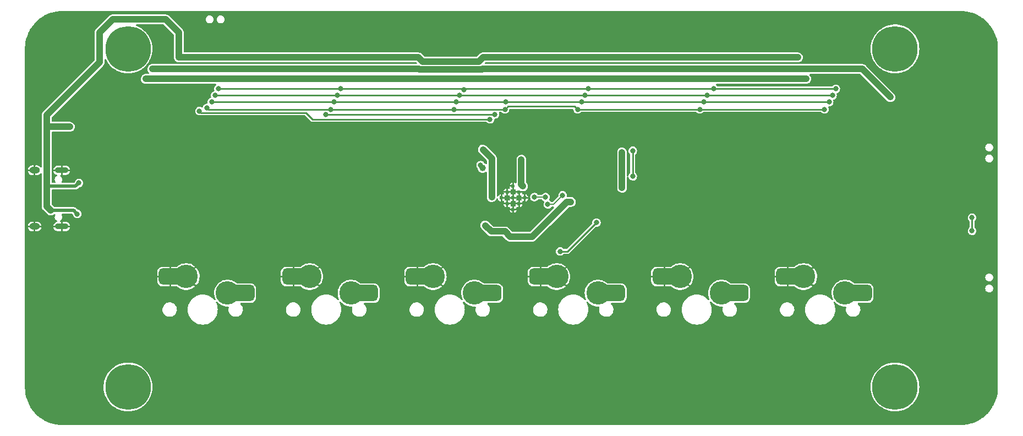
<source format=gtl>
G04 #@! TF.GenerationSoftware,KiCad,Pcbnew,6.0.7-f9a2dced07~116~ubuntu22.04.1*
G04 #@! TF.CreationDate,2022-09-04T10:12:19-07:00*
G04 #@! TF.ProjectId,keypad-base-rp2040,6b657970-6164-42d6-9261-73652d727032,Jun2021*
G04 #@! TF.SameCoordinates,PX55fe290PY71d9820*
G04 #@! TF.FileFunction,Copper,L1,Top*
G04 #@! TF.FilePolarity,Positive*
%FSLAX46Y46*%
G04 Gerber Fmt 4.6, Leading zero omitted, Abs format (unit mm)*
G04 Created by KiCad (PCBNEW 6.0.7-f9a2dced07~116~ubuntu22.04.1) date 2022-09-04 10:12:19*
%MOMM*%
%LPD*%
G01*
G04 APERTURE LIST*
G04 Aperture macros list*
%AMRoundRect*
0 Rectangle with rounded corners*
0 $1 Rounding radius*
0 $2 $3 $4 $5 $6 $7 $8 $9 X,Y pos of 4 corners*
0 Add a 4 corners polygon primitive as box body*
4,1,4,$2,$3,$4,$5,$6,$7,$8,$9,$2,$3,0*
0 Add four circle primitives for the rounded corners*
1,1,$1+$1,$2,$3*
1,1,$1+$1,$4,$5*
1,1,$1+$1,$6,$7*
1,1,$1+$1,$8,$9*
0 Add four rect primitives between the rounded corners*
20,1,$1+$1,$2,$3,$4,$5,0*
20,1,$1+$1,$4,$5,$6,$7,0*
20,1,$1+$1,$6,$7,$8,$9,0*
20,1,$1+$1,$8,$9,$2,$3,0*%
G04 Aperture macros list end*
G04 #@! TA.AperFunction,SMDPad,CuDef*
%ADD10RoundRect,0.625000X-1.125000X-0.625000X1.125000X-0.625000X1.125000X0.625000X-1.125000X0.625000X0*%
G04 #@! TD*
G04 #@! TA.AperFunction,SMDPad,CuDef*
%ADD11RoundRect,0.512500X-0.512500X-0.687500X0.512500X-0.687500X0.512500X0.687500X-0.512500X0.687500X0*%
G04 #@! TD*
G04 #@! TA.AperFunction,ComponentPad*
%ADD12C,3.600000*%
G04 #@! TD*
G04 #@! TA.AperFunction,SMDPad,CuDef*
%ADD13C,1.000000*%
G04 #@! TD*
G04 #@! TA.AperFunction,ComponentPad*
%ADD14O,2.100000X0.900000*%
G04 #@! TD*
G04 #@! TA.AperFunction,ComponentPad*
%ADD15O,1.600000X1.000000*%
G04 #@! TD*
G04 #@! TA.AperFunction,ComponentPad*
%ADD16C,7.000000*%
G04 #@! TD*
G04 #@! TA.AperFunction,ComponentPad*
%ADD17C,0.600000*%
G04 #@! TD*
G04 #@! TA.AperFunction,ViaPad*
%ADD18C,0.800000*%
G04 #@! TD*
G04 #@! TA.AperFunction,ViaPad*
%ADD19C,5.800000*%
G04 #@! TD*
G04 #@! TA.AperFunction,Conductor*
%ADD20C,0.250000*%
G04 #@! TD*
G04 #@! TA.AperFunction,Conductor*
%ADD21C,1.000000*%
G04 #@! TD*
G04 #@! TA.AperFunction,Conductor*
%ADD22C,0.500000*%
G04 #@! TD*
G04 #@! TA.AperFunction,Conductor*
%ADD23C,0.200000*%
G04 #@! TD*
G04 APERTURE END LIST*
D10*
G04 #@! TO.P,SW1,1,1*
G04 #@! TO.N,GND*
X23830000Y24460000D03*
D11*
X23130000Y24455000D03*
D12*
X26290000Y24460000D03*
G04 #@! TO.P,SW1,2,2*
G04 #@! TO.N,/SW1*
X32640000Y21920000D03*
D11*
X35730000Y21920000D03*
D10*
X35030000Y21920000D03*
G04 #@! TD*
D12*
G04 #@! TO.P,SW2,1,1*
G04 #@! TO.N,GND*
X45290000Y24460000D03*
D11*
X42130000Y24455000D03*
D10*
X42830000Y24460000D03*
D12*
G04 #@! TO.P,SW2,2,2*
G04 #@! TO.N,/SW2*
X51640000Y21920000D03*
D11*
X54730000Y21920000D03*
D10*
X54030000Y21920000D03*
G04 #@! TD*
G04 #@! TO.P,SW3,1,1*
G04 #@! TO.N,GND*
X61830000Y24460000D03*
D12*
X64290000Y24460000D03*
D11*
X61130000Y24455000D03*
D12*
G04 #@! TO.P,SW3,2,2*
G04 #@! TO.N,/SW3*
X70640000Y21920000D03*
D10*
X73030000Y21920000D03*
D11*
X73730000Y21920000D03*
G04 #@! TD*
D12*
G04 #@! TO.P,SW4,1,1*
G04 #@! TO.N,GND*
X83290000Y24460000D03*
D10*
X80830000Y24460000D03*
D11*
X80130000Y24455000D03*
D10*
G04 #@! TO.P,SW4,2,2*
G04 #@! TO.N,/SW4*
X92030000Y21920000D03*
D11*
X92730000Y21920000D03*
D12*
X89640000Y21920000D03*
G04 #@! TD*
D11*
G04 #@! TO.P,SW5,1,1*
G04 #@! TO.N,GND*
X99130000Y24455000D03*
D10*
X99830000Y24460000D03*
D12*
X102290000Y24460000D03*
D10*
G04 #@! TO.P,SW5,2,2*
G04 #@! TO.N,/SW5*
X111030000Y21920000D03*
D12*
X108640000Y21920000D03*
D11*
X111730000Y21920000D03*
G04 #@! TD*
D10*
G04 #@! TO.P,SW6,1,1*
G04 #@! TO.N,GND*
X118830000Y24460000D03*
D11*
X118130000Y24455000D03*
D12*
X121290000Y24460000D03*
G04 #@! TO.P,SW6,2,2*
G04 #@! TO.N,/SW6*
X127640000Y21920000D03*
D11*
X130730000Y21920000D03*
D10*
X130030000Y21920000D03*
G04 #@! TD*
D13*
G04 #@! TO.P,TP1,1,1*
G04 #@! TO.N,Net-(TP1-Pad1)*
X71882000Y41148000D03*
G04 #@! TD*
D14*
G04 #@! TO.P,J1,S1,SHIELD*
G04 #@! TO.N,GND*
X7140000Y40800000D03*
D15*
X2960000Y32160000D03*
X2960000Y40800000D03*
D14*
X7140000Y32160000D03*
G04 #@! TD*
D16*
G04 #@! TO.P,H2,1*
G04 #@! TO.N,N/C*
X135330000Y7480000D03*
G04 #@! TD*
G04 #@! TO.P,H3,1*
G04 #@! TO.N,N/C*
X135330000Y59480000D03*
G04 #@! TD*
G04 #@! TO.P,H4,1*
G04 #@! TO.N,N/C*
X17330000Y59480000D03*
G04 #@! TD*
G04 #@! TO.P,H5,1*
G04 #@! TO.N,N/C*
X17330000Y7480000D03*
G04 #@! TD*
D17*
G04 #@! TO.P,U1,57,GND*
G04 #@! TO.N,GND*
X74780878Y36576000D03*
X78387122Y36576000D03*
X75682439Y35674439D03*
X77485561Y37477561D03*
X76584000Y38379122D03*
X75682439Y37477561D03*
X76584000Y34772878D03*
X77485561Y35674439D03*
X76584000Y36576000D03*
G04 #@! TD*
D18*
G04 #@! TO.N,GND*
X83312000Y37973000D03*
X83312000Y32131000D03*
X138938000Y33782000D03*
D19*
X145330000Y7480000D03*
D18*
X60553600Y34391600D03*
X24688800Y43434000D03*
X47142400Y44145200D03*
X62738000Y61468000D03*
X123037600Y44246800D03*
D19*
X145330000Y59480000D03*
D18*
X67564000Y39878000D03*
X69977000Y38862000D03*
X104038400Y44196000D03*
X8890000Y31750000D03*
X28143200Y44145200D03*
X42545000Y48805500D03*
X69596000Y31394400D03*
D19*
X7330000Y7480000D03*
D18*
X70713600Y44094400D03*
D19*
X7330000Y59480000D03*
D18*
X100330000Y43434000D03*
X90551000Y40767000D03*
X85140800Y49682400D03*
X76581000Y39624000D03*
X73279000Y29845000D03*
X133096000Y46736000D03*
X138938000Y32512000D03*
X78740000Y43688000D03*
X99060000Y48895000D03*
X135509000Y31242000D03*
X62357000Y43434000D03*
X9287060Y39845880D03*
X66141600Y44145200D03*
X138938000Y36322000D03*
X118110000Y48895000D03*
X119634000Y43434000D03*
X43688000Y43434000D03*
X82999227Y40987351D03*
G04 #@! TO.N,+3.3V*
X75332439Y31390439D03*
X78105000Y38354000D03*
X57658000Y54864000D03*
X121666000Y54864000D03*
X81788000Y32862500D03*
X102362000Y54864000D03*
X73297591Y36684409D03*
X93345000Y43561000D03*
X77851000Y42418000D03*
X93345000Y54864000D03*
X35560000Y54864000D03*
X83058000Y54864000D03*
X71932800Y43992800D03*
X85471000Y35941000D03*
X76812798Y30590500D03*
X45466000Y54864000D03*
X20066000Y54864000D03*
X64262000Y54864000D03*
X93345000Y38100000D03*
X73355200Y40030400D03*
X76835000Y54864000D03*
X26670000Y54864000D03*
X72288400Y32308800D03*
X71628000Y54864000D03*
G04 #@! TO.N,/MOSI*
X50038000Y53340000D03*
X31242000Y53340000D03*
X88138000Y53340000D03*
X107442000Y53340000D03*
X126238000Y53340000D03*
X69035048Y53186490D03*
G04 #@! TO.N,/SCLK*
X87630000Y52324000D03*
X68326000Y52324000D03*
X106426000Y52324000D03*
X125730000Y52324000D03*
X49530000Y52324000D03*
X30734000Y52324000D03*
G04 #@! TO.N,+5V*
X44196000Y58166000D03*
X9525000Y34099500D03*
X9779000Y38862000D03*
X8382000Y47498000D03*
X84074000Y58166000D03*
X25146000Y58166000D03*
X101092000Y58166000D03*
X62681423Y57499977D03*
X120396000Y58166000D03*
G04 #@! TO.N,/~{RESET}*
X147193000Y33528000D03*
X147193000Y31496000D03*
G04 #@! TO.N,/~{LCDRESET}*
X86504990Y50183999D03*
X124504990Y50183999D03*
X48504990Y50183999D03*
X105301999Y50183999D03*
X29489601Y50381500D03*
X67504990Y50183999D03*
X75338597Y50183999D03*
G04 #@! TO.N,/D\u005CC*
X67818000Y51308000D03*
X30204990Y51308000D03*
X105918000Y51308000D03*
X87122000Y51308000D03*
X125204990Y51308000D03*
X75438000Y51308000D03*
X49022000Y51308000D03*
G04 #@! TO.N,/BACKLIGHTK*
X115570000Y56388000D03*
X134620000Y52070000D03*
X59261500Y56381266D03*
X40386000Y56388000D03*
X96774000Y56388000D03*
X21082000Y56388000D03*
X77851000Y56388000D03*
G04 #@! TO.N,/BACKLIGHT*
X81915000Y35560000D03*
X84201000Y36957000D03*
G04 #@! TO.N,/~{CS1}*
X73029500Y48641000D03*
X28321000Y49911000D03*
G04 #@! TO.N,/~{CS2}*
X47752000Y49403000D03*
X73787000Y49403000D03*
G04 #@! TO.N,/SWCLK*
X81566751Y36679207D03*
X79867409Y36687409D03*
G04 #@! TO.N,Net-(R16-Pad1)*
X83820000Y28321000D03*
X94996000Y39878000D03*
X94996000Y43815000D03*
X89408000Y32766000D03*
G04 #@! TO.N,Net-(TP1-Pad1)*
X71577200Y41605200D03*
G04 #@! TD*
D20*
G04 #@! TO.N,GND*
X118130000Y24455000D02*
X121285000Y24455000D01*
X42130000Y24455000D02*
X45285000Y24455000D01*
X23130000Y24455000D02*
X26285000Y24455000D01*
X61830000Y24460000D02*
X64290000Y24460000D01*
X26290000Y24460000D02*
X23830000Y24460000D01*
X99830000Y24460000D02*
X102290000Y24460000D01*
X83290000Y24460000D02*
X80830000Y24460000D01*
D21*
G04 #@! TO.N,+3.3V*
X77851000Y42418000D02*
X77851000Y38608000D01*
X64262000Y54864000D02*
X83058000Y54864000D01*
X79516000Y30590500D02*
X76812798Y30590500D01*
X75332439Y31390439D02*
X73206761Y31390439D01*
X57658000Y54864000D02*
X64262000Y54864000D01*
X83058000Y54864000D02*
X102362000Y54864000D01*
X73307922Y42617678D02*
X71932800Y43992800D01*
X85471000Y35941000D02*
X84866500Y35941000D01*
X77851000Y38608000D02*
X78105000Y38354000D01*
X26670000Y54864000D02*
X35560000Y54864000D01*
X20066000Y54864000D02*
X26670000Y54864000D01*
X81788000Y32862500D02*
X79516000Y30590500D01*
X45466000Y54864000D02*
X57658000Y54864000D01*
X84866500Y35941000D02*
X81788000Y32862500D01*
X102362000Y54864000D02*
X121666000Y54864000D01*
X93345000Y43561000D02*
X93345000Y38100000D01*
X76132378Y30590500D02*
X76812798Y30590500D01*
X73307922Y36694740D02*
X73307922Y42617678D01*
X73206761Y31390439D02*
X72288400Y32308800D01*
X75332439Y31390439D02*
X76132378Y30590500D01*
X73297591Y36684409D02*
X73307922Y36694740D01*
X35560000Y54864000D02*
X45466000Y54864000D01*
D20*
G04 #@! TO.N,/MOSI*
X107442000Y53340000D02*
X126238000Y53340000D01*
X88138000Y53340000D02*
X69188558Y53340000D01*
X31242000Y53340000D02*
X68881538Y53340000D01*
X69188558Y53340000D02*
X69035048Y53186490D01*
X68881538Y53340000D02*
X69035048Y53186490D01*
X88138000Y53340000D02*
X107442000Y53340000D01*
G04 #@! TO.N,/SCLK*
X106426000Y52324000D02*
X125730000Y52324000D01*
X87630000Y52324000D02*
X106426000Y52324000D01*
X68326000Y52324000D02*
X87630000Y52324000D01*
X68326000Y52324000D02*
X30734000Y52324000D01*
G04 #@! TO.N,/SW1*
X32640000Y21920000D02*
X35030000Y21920000D01*
G04 #@! TO.N,/SW2*
X51640000Y21920000D02*
X54030000Y21920000D01*
G04 #@! TO.N,/SW3*
X70640000Y21920000D02*
X73730000Y21920000D01*
G04 #@! TO.N,/SW4*
X92030000Y21920000D02*
X89640000Y21920000D01*
G04 #@! TO.N,/SW5*
X108640000Y21920000D02*
X111030000Y21920000D01*
G04 #@! TO.N,/SW6*
X127640000Y21920000D02*
X130030000Y21920000D01*
D21*
G04 #@! TO.N,+5V*
X84074000Y58166000D02*
X101092000Y58166000D01*
X4826000Y38354000D02*
X4826000Y47498000D01*
X71962930Y58166000D02*
X84074000Y58166000D01*
X4826000Y49276000D02*
X12954000Y57404000D01*
X14986000Y64008000D02*
X23114000Y64008000D01*
X4835001Y38344999D02*
X4826000Y38354000D01*
X4826000Y35242500D02*
X4826000Y38354000D01*
X71296907Y57499977D02*
X62681423Y57499977D01*
X4826000Y47498000D02*
X4826000Y49276000D01*
X5453499Y34615001D02*
X4826000Y35242500D01*
X25146000Y58166000D02*
X44196000Y58166000D01*
X4826000Y47498000D02*
X8382000Y47498000D01*
X25146000Y61976000D02*
X25146000Y58166000D01*
D22*
X9525000Y34099500D02*
X9009499Y34615001D01*
D21*
X101092000Y58166000D02*
X120396000Y58166000D01*
D22*
X9261999Y38344999D02*
X4835001Y38344999D01*
X9009499Y34615001D02*
X5453499Y34615001D01*
D21*
X71962930Y58166000D02*
X71296907Y57499977D01*
X12954000Y61976000D02*
X14986000Y64008000D01*
X23114000Y64008000D02*
X25146000Y61976000D01*
X44196000Y58166000D02*
X62015400Y58166000D01*
D22*
X9779000Y38862000D02*
X9261999Y38344999D01*
D21*
X62015400Y58166000D02*
X62681423Y57499977D01*
X12954000Y57404000D02*
X12954000Y61976000D01*
D20*
G04 #@! TO.N,/~{RESET}*
X147193000Y31496000D02*
X147193000Y33528000D01*
G04 #@! TO.N,/~{LCDRESET}*
X67504990Y50183999D02*
X75338597Y50183999D01*
X124504990Y50183999D02*
X105301999Y50183999D01*
X86052987Y50636002D02*
X86504990Y50183999D01*
X48504990Y50183999D02*
X29687102Y50183999D01*
X48504990Y50183999D02*
X67504990Y50183999D01*
X75790600Y50636002D02*
X86052987Y50636002D01*
X75338597Y50183999D02*
X75790600Y50636002D01*
X86504990Y50183999D02*
X105301999Y50183999D01*
X29687102Y50183999D02*
X29489601Y50381500D01*
G04 #@! TO.N,/D\u005CC*
X105918000Y51308000D02*
X87122000Y51308000D01*
X125204990Y51308000D02*
X105918000Y51308000D01*
X87122000Y51308000D02*
X30204990Y51308000D01*
D21*
G04 #@! TO.N,/BACKLIGHTK*
X62096330Y56388000D02*
X21082000Y56388000D01*
X130302000Y56388000D02*
X134620000Y52070000D01*
X115570000Y56388000D02*
X77851000Y56388000D01*
X62184363Y56299967D02*
X62096330Y56388000D01*
X71793967Y56299967D02*
X62184363Y56299967D01*
X115570000Y56388000D02*
X130302000Y56388000D01*
X77851000Y56388000D02*
X71882000Y56388000D01*
X71882000Y56388000D02*
X71793967Y56299967D01*
D23*
G04 #@! TO.N,/BACKLIGHT*
X82804000Y35560000D02*
X84201000Y36957000D01*
X81915000Y35560000D02*
X82804000Y35560000D01*
D20*
G04 #@! TO.N,/~{CS1}*
X44704000Y49657000D02*
X45720000Y48641000D01*
X28321000Y49911000D02*
X28575000Y49657000D01*
X45720000Y48641000D02*
X73029500Y48641000D01*
X28575000Y49657000D02*
X44704000Y49657000D01*
G04 #@! TO.N,/~{CS2}*
X73787000Y49403000D02*
X47752000Y49403000D01*
D23*
G04 #@! TO.N,/SWCLK*
X79867409Y36687409D02*
X81558549Y36687409D01*
X81558549Y36687409D02*
X81566751Y36679207D01*
D20*
G04 #@! TO.N,Net-(R16-Pad1)*
X94996000Y43815000D02*
X94996000Y39878000D01*
X84963000Y28321000D02*
X83820000Y28321000D01*
X89408000Y32766000D02*
X84963000Y28321000D01*
D23*
G04 #@! TO.N,Net-(TP1-Pad1)*
X71577200Y41452800D02*
X71882000Y41148000D01*
X71577200Y41605200D02*
X71577200Y41452800D01*
G04 #@! TD*
G04 #@! TA.AperFunction,Conductor*
G04 #@! TO.N,GND*
G36*
X145417103Y65323079D02*
G01*
X145430000Y65320514D01*
X145442170Y65322935D01*
X145451132Y65322935D01*
X145465836Y65324092D01*
X145875837Y65307983D01*
X145885700Y65307207D01*
X146323883Y65255344D01*
X146333654Y65253796D01*
X146508320Y65219053D01*
X146766417Y65167714D01*
X146776018Y65165409D01*
X147060033Y65085309D01*
X147200687Y65045640D01*
X147210095Y65042583D01*
X147624064Y64889863D01*
X147633202Y64886078D01*
X148033912Y64701348D01*
X148042717Y64696861D01*
X148427700Y64481260D01*
X148436136Y64476091D01*
X148803009Y64230954D01*
X148810998Y64225150D01*
X148886747Y64165434D01*
X149157514Y63951978D01*
X149165037Y63945553D01*
X149276851Y63842194D01*
X149489058Y63646032D01*
X149496032Y63639058D01*
X149560917Y63568866D01*
X149795553Y63315037D01*
X149801978Y63307514D01*
X149891131Y63194425D01*
X150039003Y63006851D01*
X150075144Y62961006D01*
X150080954Y62953009D01*
X150148756Y62851536D01*
X150326091Y62586136D01*
X150331260Y62577700D01*
X150546861Y62192717D01*
X150551348Y62183912D01*
X150669240Y61928185D01*
X150736077Y61783205D01*
X150739863Y61774064D01*
X150892583Y61360095D01*
X150895640Y61350687D01*
X150935309Y61210033D01*
X151015409Y60926018D01*
X151017716Y60916410D01*
X151103796Y60483654D01*
X151105344Y60473883D01*
X151157207Y60035700D01*
X151157983Y60025837D01*
X151174092Y59615836D01*
X151172935Y59601132D01*
X151172935Y59592170D01*
X151170514Y59580000D01*
X151172935Y59567830D01*
X151173079Y59567106D01*
X151175500Y59542524D01*
X151175500Y7417476D01*
X151173079Y7392897D01*
X151170514Y7380000D01*
X151172935Y7367830D01*
X151172935Y7358868D01*
X151174092Y7344164D01*
X151157983Y6934163D01*
X151157207Y6924300D01*
X151105344Y6486117D01*
X151103796Y6476346D01*
X151017716Y6043590D01*
X151015409Y6033982D01*
X150935309Y5749967D01*
X150895640Y5609313D01*
X150892583Y5599905D01*
X150739863Y5185936D01*
X150736078Y5176798D01*
X150662031Y5016176D01*
X150551353Y4776098D01*
X150546861Y4767283D01*
X150331260Y4382300D01*
X150326091Y4373864D01*
X150150758Y4111459D01*
X150080959Y4006998D01*
X150075150Y3999002D01*
X149961036Y3854249D01*
X149801978Y3652486D01*
X149795553Y3644963D01*
X149660551Y3498918D01*
X149496032Y3320942D01*
X149489058Y3313968D01*
X149311082Y3149449D01*
X149165037Y3014447D01*
X149157514Y3008022D01*
X148960204Y2852475D01*
X148810998Y2734850D01*
X148803009Y2729046D01*
X148503800Y2529121D01*
X148436136Y2483909D01*
X148427700Y2478740D01*
X148042717Y2263139D01*
X148033912Y2258652D01*
X147633205Y2073923D01*
X147624064Y2070137D01*
X147210095Y1917417D01*
X147200687Y1914360D01*
X147060033Y1874691D01*
X146776018Y1794591D01*
X146766417Y1792286D01*
X146554234Y1750080D01*
X146333654Y1706204D01*
X146323883Y1704656D01*
X145885700Y1652793D01*
X145875837Y1652017D01*
X145465836Y1635908D01*
X145451132Y1637065D01*
X145442170Y1637065D01*
X145430000Y1639486D01*
X145417103Y1636921D01*
X145392524Y1634500D01*
X7267476Y1634500D01*
X7242897Y1636921D01*
X7230000Y1639486D01*
X7217830Y1637065D01*
X7208868Y1637065D01*
X7194164Y1635908D01*
X6784163Y1652017D01*
X6774300Y1652793D01*
X6336117Y1704656D01*
X6326346Y1706204D01*
X6105766Y1750080D01*
X5893583Y1792286D01*
X5883982Y1794591D01*
X5599967Y1874691D01*
X5459313Y1914360D01*
X5449905Y1917417D01*
X5035936Y2070137D01*
X5026795Y2073923D01*
X4626088Y2258652D01*
X4617283Y2263139D01*
X4232300Y2478740D01*
X4223864Y2483909D01*
X4156200Y2529121D01*
X3856991Y2729046D01*
X3849002Y2734850D01*
X3699796Y2852475D01*
X3502486Y3008022D01*
X3494963Y3014447D01*
X3348918Y3149449D01*
X3170942Y3313968D01*
X3163968Y3320942D01*
X2999449Y3498918D01*
X2864447Y3644963D01*
X2858022Y3652486D01*
X2698964Y3854249D01*
X2584850Y3999002D01*
X2579041Y4006998D01*
X2509243Y4111459D01*
X2333909Y4373864D01*
X2328740Y4382300D01*
X2113139Y4767283D01*
X2108647Y4776098D01*
X1997970Y5016176D01*
X1923922Y5176798D01*
X1920137Y5185936D01*
X1767417Y5599905D01*
X1764360Y5609313D01*
X1724691Y5749967D01*
X1644591Y6033982D01*
X1642284Y6043590D01*
X1556204Y6476346D01*
X1554656Y6486117D01*
X1502793Y6924300D01*
X1502017Y6934163D01*
X1485908Y7344164D01*
X1487065Y7358868D01*
X1487065Y7367830D01*
X1489486Y7380000D01*
X1486921Y7392897D01*
X1484500Y7417476D01*
X1484500Y7493122D01*
X13570698Y7493122D01*
X13570848Y7489941D01*
X13576211Y7376229D01*
X13588617Y7113154D01*
X13644842Y6736942D01*
X13645628Y6733860D01*
X13645628Y6733858D01*
X13718706Y6447163D01*
X13738798Y6368337D01*
X13831706Y6114455D01*
X13861160Y6033969D01*
X13869523Y6011115D01*
X14035678Y5668931D01*
X14037350Y5666224D01*
X14037351Y5666222D01*
X14118295Y5535164D01*
X14235563Y5345291D01*
X14237495Y5342773D01*
X14237502Y5342763D01*
X14465189Y5046036D01*
X14467130Y5043507D01*
X14728009Y4766669D01*
X14730421Y4764580D01*
X15013118Y4519698D01*
X15013125Y4519692D01*
X15015528Y4517611D01*
X15326745Y4298885D01*
X15329507Y4297335D01*
X15329515Y4297330D01*
X15655697Y4114285D01*
X15658472Y4112728D01*
X15661386Y4111461D01*
X15661390Y4111459D01*
X15694768Y4096946D01*
X16007313Y3961048D01*
X16179918Y3905963D01*
X16366652Y3846368D01*
X16366660Y3846366D01*
X16369696Y3845397D01*
X16572095Y3802745D01*
X16738793Y3767616D01*
X16738798Y3767615D01*
X16741912Y3766959D01*
X17120149Y3726537D01*
X17123337Y3726520D01*
X17123342Y3726520D01*
X17295776Y3725617D01*
X17500534Y3724545D01*
X17644142Y3738373D01*
X17876009Y3760699D01*
X17876014Y3760700D01*
X17879174Y3761004D01*
X17882293Y3761627D01*
X17882298Y3761628D01*
X18066028Y3798341D01*
X18252190Y3835540D01*
X18531309Y3921408D01*
X18612723Y3946454D01*
X18612726Y3946455D01*
X18615765Y3947390D01*
X18618693Y3948627D01*
X18618699Y3948629D01*
X18776282Y4015195D01*
X18966175Y4095409D01*
X18968978Y4096943D01*
X18968983Y4096946D01*
X19112902Y4175740D01*
X19299833Y4278082D01*
X19613323Y4493537D01*
X19903435Y4739570D01*
X19905640Y4741862D01*
X19905646Y4741867D01*
X20164984Y5011359D01*
X20164986Y5011362D01*
X20167199Y5013661D01*
X20401913Y5313004D01*
X20462072Y5408165D01*
X20603474Y5631840D01*
X20603478Y5631847D01*
X20605176Y5634533D01*
X20606593Y5637376D01*
X20606598Y5637384D01*
X20773485Y5972110D01*
X20774905Y5974958D01*
X20909364Y6330792D01*
X20920176Y6371424D01*
X21006354Y6695307D01*
X21007175Y6698392D01*
X21067337Y7073995D01*
X21089233Y7453755D01*
X21089325Y7480000D01*
X21089240Y7481683D01*
X21088661Y7493122D01*
X131570698Y7493122D01*
X131570848Y7489941D01*
X131576211Y7376229D01*
X131588617Y7113154D01*
X131644842Y6736942D01*
X131645628Y6733860D01*
X131645628Y6733858D01*
X131718706Y6447163D01*
X131738798Y6368337D01*
X131831706Y6114455D01*
X131861160Y6033969D01*
X131869523Y6011115D01*
X132035678Y5668931D01*
X132037350Y5666224D01*
X132037351Y5666222D01*
X132118295Y5535164D01*
X132235563Y5345291D01*
X132237495Y5342773D01*
X132237502Y5342763D01*
X132465189Y5046036D01*
X132467130Y5043507D01*
X132728009Y4766669D01*
X132730421Y4764580D01*
X133013118Y4519698D01*
X133013125Y4519692D01*
X133015528Y4517611D01*
X133326745Y4298885D01*
X133329507Y4297335D01*
X133329515Y4297330D01*
X133655697Y4114285D01*
X133658472Y4112728D01*
X133661386Y4111461D01*
X133661390Y4111459D01*
X133694768Y4096946D01*
X134007313Y3961048D01*
X134179918Y3905963D01*
X134366652Y3846368D01*
X134366660Y3846366D01*
X134369696Y3845397D01*
X134572095Y3802745D01*
X134738793Y3767616D01*
X134738798Y3767615D01*
X134741912Y3766959D01*
X135120149Y3726537D01*
X135123337Y3726520D01*
X135123342Y3726520D01*
X135295776Y3725617D01*
X135500534Y3724545D01*
X135644142Y3738373D01*
X135876009Y3760699D01*
X135876014Y3760700D01*
X135879174Y3761004D01*
X135882293Y3761627D01*
X135882298Y3761628D01*
X136066028Y3798341D01*
X136252190Y3835540D01*
X136531309Y3921408D01*
X136612723Y3946454D01*
X136612726Y3946455D01*
X136615765Y3947390D01*
X136618693Y3948627D01*
X136618699Y3948629D01*
X136776282Y4015195D01*
X136966175Y4095409D01*
X136968978Y4096943D01*
X136968983Y4096946D01*
X137112902Y4175740D01*
X137299833Y4278082D01*
X137613323Y4493537D01*
X137903435Y4739570D01*
X137905640Y4741862D01*
X137905646Y4741867D01*
X138164984Y5011359D01*
X138164986Y5011362D01*
X138167199Y5013661D01*
X138401913Y5313004D01*
X138462072Y5408165D01*
X138603474Y5631840D01*
X138603478Y5631847D01*
X138605176Y5634533D01*
X138606593Y5637376D01*
X138606598Y5637384D01*
X138773485Y5972110D01*
X138774905Y5974958D01*
X138909364Y6330792D01*
X138920176Y6371424D01*
X139006354Y6695307D01*
X139007175Y6698392D01*
X139067337Y7073995D01*
X139089233Y7453755D01*
X139089325Y7480000D01*
X139089240Y7481683D01*
X139070241Y7856730D01*
X139070240Y7856735D01*
X139070080Y7859903D01*
X139012542Y8235917D01*
X138917300Y8604192D01*
X138916195Y8607180D01*
X138786433Y8957970D01*
X138786430Y8957977D01*
X138785328Y8960956D01*
X138617980Y9302557D01*
X138416967Y9625498D01*
X138184348Y9926472D01*
X137922504Y10202397D01*
X137634117Y10450449D01*
X137322139Y10668088D01*
X136989764Y10853086D01*
X136986844Y10854344D01*
X136986839Y10854346D01*
X136643330Y11002285D01*
X136643320Y11002289D01*
X136640396Y11003548D01*
X136277611Y11117933D01*
X136012443Y11172847D01*
X135908248Y11194425D01*
X135908245Y11194425D01*
X135905123Y11195072D01*
X135613049Y11225255D01*
X135529904Y11233847D01*
X135529901Y11233847D01*
X135526748Y11234173D01*
X135523581Y11234179D01*
X135523572Y11234179D01*
X135336195Y11234506D01*
X135146358Y11234837D01*
X134958900Y11216126D01*
X134771032Y11197375D01*
X134771028Y11197374D01*
X134767848Y11197057D01*
X134764708Y11196418D01*
X134764707Y11196418D01*
X134398228Y11121857D01*
X134398221Y11121855D01*
X134395094Y11121219D01*
X134031912Y11008100D01*
X134028984Y11006851D01*
X133684950Y10860109D01*
X133684946Y10860107D01*
X133682020Y10858859D01*
X133679241Y10857325D01*
X133679235Y10857322D01*
X133671562Y10853086D01*
X133349002Y10675023D01*
X133346381Y10673208D01*
X133346376Y10673205D01*
X133038890Y10460291D01*
X133036266Y10458474D01*
X132747015Y10211430D01*
X132744818Y10209131D01*
X132744817Y10209130D01*
X132486415Y9938728D01*
X132486410Y9938722D01*
X132484210Y9936420D01*
X132250541Y9636260D01*
X132048402Y9314023D01*
X131879862Y8973008D01*
X131878748Y8970027D01*
X131878747Y8970026D01*
X131808905Y8783226D01*
X131746646Y8616707D01*
X131650119Y8248767D01*
X131649626Y8245618D01*
X131649624Y8245609D01*
X131604671Y7958541D01*
X131591269Y7872956D01*
X131591098Y7869790D01*
X131591097Y7869785D01*
X131590562Y7859903D01*
X131570698Y7493122D01*
X21088661Y7493122D01*
X21070241Y7856730D01*
X21070240Y7856735D01*
X21070080Y7859903D01*
X21012542Y8235917D01*
X20917300Y8604192D01*
X20916195Y8607180D01*
X20786433Y8957970D01*
X20786430Y8957977D01*
X20785328Y8960956D01*
X20617980Y9302557D01*
X20416967Y9625498D01*
X20184348Y9926472D01*
X19922504Y10202397D01*
X19634117Y10450449D01*
X19322139Y10668088D01*
X18989764Y10853086D01*
X18986844Y10854344D01*
X18986839Y10854346D01*
X18643330Y11002285D01*
X18643320Y11002289D01*
X18640396Y11003548D01*
X18277611Y11117933D01*
X18012443Y11172847D01*
X17908248Y11194425D01*
X17908245Y11194425D01*
X17905123Y11195072D01*
X17613049Y11225255D01*
X17529904Y11233847D01*
X17529901Y11233847D01*
X17526748Y11234173D01*
X17523581Y11234179D01*
X17523572Y11234179D01*
X17336195Y11234506D01*
X17146358Y11234837D01*
X16958900Y11216126D01*
X16771032Y11197375D01*
X16771028Y11197374D01*
X16767848Y11197057D01*
X16764708Y11196418D01*
X16764707Y11196418D01*
X16398228Y11121857D01*
X16398221Y11121855D01*
X16395094Y11121219D01*
X16031912Y11008100D01*
X16028984Y11006851D01*
X15684950Y10860109D01*
X15684946Y10860107D01*
X15682020Y10858859D01*
X15679241Y10857325D01*
X15679235Y10857322D01*
X15671562Y10853086D01*
X15349002Y10675023D01*
X15346381Y10673208D01*
X15346376Y10673205D01*
X15038890Y10460291D01*
X15036266Y10458474D01*
X14747015Y10211430D01*
X14744818Y10209131D01*
X14744817Y10209130D01*
X14486415Y9938728D01*
X14486410Y9938722D01*
X14484210Y9936420D01*
X14250541Y9636260D01*
X14048402Y9314023D01*
X13879862Y8973008D01*
X13878748Y8970027D01*
X13878747Y8970026D01*
X13808905Y8783226D01*
X13746646Y8616707D01*
X13650119Y8248767D01*
X13649626Y8245618D01*
X13649624Y8245609D01*
X13604671Y7958541D01*
X13591269Y7872956D01*
X13591098Y7869790D01*
X13591097Y7869785D01*
X13590562Y7859903D01*
X13570698Y7493122D01*
X1484500Y7493122D01*
X1484500Y19434200D01*
X22641801Y19434200D01*
X22651545Y19223667D01*
X22700924Y19018774D01*
X22788157Y18826916D01*
X22910096Y18655014D01*
X23062340Y18509272D01*
X23067375Y18506021D01*
X23234360Y18398200D01*
X23234363Y18398199D01*
X23239397Y18394948D01*
X23434878Y18316166D01*
X23557688Y18292183D01*
X23637283Y18276639D01*
X23637286Y18276639D01*
X23641729Y18275771D01*
X23647270Y18275500D01*
X23802659Y18275500D01*
X23959806Y18290493D01*
X24162042Y18349823D01*
X24245304Y18392706D01*
X24344079Y18443578D01*
X24344082Y18443580D01*
X24349410Y18446324D01*
X24425408Y18506021D01*
X24510432Y18572808D01*
X24510436Y18572812D01*
X24515149Y18576514D01*
X24579674Y18650872D01*
X24649350Y18731165D01*
X24649354Y18731170D01*
X24653281Y18735696D01*
X24758819Y18918126D01*
X24827957Y19117222D01*
X24858199Y19325800D01*
X24855690Y19380000D01*
X26520555Y19380000D01*
X26520825Y19375881D01*
X26537779Y19117222D01*
X26540313Y19078557D01*
X26541117Y19074517D01*
X26541117Y19074514D01*
X26590367Y18826916D01*
X26599247Y18782272D01*
X26600573Y18778366D01*
X26600574Y18778362D01*
X26669093Y18576514D01*
X26696351Y18496214D01*
X26698172Y18492521D01*
X26698173Y18492519D01*
X26805163Y18275566D01*
X26829962Y18225278D01*
X26997794Y17974099D01*
X27000508Y17971005D01*
X27000512Y17970999D01*
X27194267Y17750065D01*
X27196976Y17746976D01*
X27200065Y17744267D01*
X27420999Y17550512D01*
X27421005Y17550508D01*
X27424099Y17547794D01*
X27675278Y17379962D01*
X27678977Y17378138D01*
X27678982Y17378135D01*
X27942519Y17248173D01*
X27946214Y17246351D01*
X27950112Y17245028D01*
X27950114Y17245027D01*
X28228362Y17150574D01*
X28228366Y17150573D01*
X28232272Y17149247D01*
X28236316Y17148443D01*
X28236322Y17148441D01*
X28524514Y17091117D01*
X28524517Y17091117D01*
X28528557Y17090313D01*
X28532668Y17090044D01*
X28532672Y17090043D01*
X28752506Y17075634D01*
X28752515Y17075634D01*
X28754555Y17075500D01*
X28905445Y17075500D01*
X28907485Y17075634D01*
X28907494Y17075634D01*
X29127328Y17090043D01*
X29127332Y17090044D01*
X29131443Y17090313D01*
X29135483Y17091117D01*
X29135486Y17091117D01*
X29423678Y17148441D01*
X29423684Y17148443D01*
X29427728Y17149247D01*
X29431634Y17150573D01*
X29431638Y17150574D01*
X29709886Y17245027D01*
X29709888Y17245028D01*
X29713786Y17246351D01*
X29717481Y17248173D01*
X29981018Y17378135D01*
X29981023Y17378138D01*
X29984722Y17379962D01*
X30235901Y17547794D01*
X30238995Y17550508D01*
X30239001Y17550512D01*
X30459935Y17744267D01*
X30463024Y17746976D01*
X30465733Y17750065D01*
X30659488Y17970999D01*
X30659492Y17971005D01*
X30662206Y17974099D01*
X30830038Y18225277D01*
X30854806Y18275500D01*
X30961827Y18492519D01*
X30961828Y18492521D01*
X30963649Y18496214D01*
X30990907Y18576514D01*
X31059426Y18778362D01*
X31059427Y18778366D01*
X31060753Y18782272D01*
X31069634Y18826916D01*
X31118883Y19074514D01*
X31118883Y19074517D01*
X31119687Y19078557D01*
X31122222Y19117222D01*
X31139175Y19375881D01*
X31139445Y19380000D01*
X31136286Y19428203D01*
X31119957Y19677328D01*
X31119956Y19677332D01*
X31119687Y19681443D01*
X31116707Y19696425D01*
X31061559Y19973678D01*
X31061557Y19973684D01*
X31060753Y19977728D01*
X31056038Y19991620D01*
X30964973Y20259886D01*
X30964972Y20259888D01*
X30963649Y20263786D01*
X30879001Y20435434D01*
X30866812Y20505374D01*
X30894371Y20570803D01*
X30952929Y20610947D01*
X31023894Y20613059D01*
X31085201Y20575960D01*
X31211778Y20436854D01*
X31211786Y20436846D01*
X31214669Y20433678D01*
X31429573Y20253990D01*
X31666876Y20105131D01*
X31670778Y20103369D01*
X31670782Y20103367D01*
X31918273Y19991620D01*
X31918277Y19991618D01*
X31922185Y19989854D01*
X31926305Y19988634D01*
X31926304Y19988634D01*
X32186664Y19911512D01*
X32186668Y19911511D01*
X32190777Y19910294D01*
X32195014Y19909646D01*
X32195017Y19909645D01*
X32428518Y19873914D01*
X32467682Y19867921D01*
X32625311Y19865445D01*
X32733624Y19863743D01*
X32801422Y19842674D01*
X32847067Y19788294D01*
X32856065Y19717870D01*
X32850672Y19696425D01*
X32834011Y19648448D01*
X32834010Y19648442D01*
X32832043Y19642778D01*
X32801801Y19434200D01*
X32811545Y19223667D01*
X32860924Y19018774D01*
X32948157Y18826916D01*
X33070096Y18655014D01*
X33222340Y18509272D01*
X33227375Y18506021D01*
X33394360Y18398200D01*
X33394363Y18398199D01*
X33399397Y18394948D01*
X33594878Y18316166D01*
X33717688Y18292183D01*
X33797283Y18276639D01*
X33797286Y18276639D01*
X33801729Y18275771D01*
X33807270Y18275500D01*
X33962659Y18275500D01*
X34119806Y18290493D01*
X34322042Y18349823D01*
X34405304Y18392706D01*
X34504079Y18443578D01*
X34504082Y18443580D01*
X34509410Y18446324D01*
X34585408Y18506021D01*
X34670432Y18572808D01*
X34670436Y18572812D01*
X34675149Y18576514D01*
X34739674Y18650872D01*
X34809350Y18731165D01*
X34809354Y18731170D01*
X34813281Y18735696D01*
X34918819Y18918126D01*
X34987957Y19117222D01*
X35018199Y19325800D01*
X35013182Y19434200D01*
X41641801Y19434200D01*
X41651545Y19223667D01*
X41700924Y19018774D01*
X41788157Y18826916D01*
X41910096Y18655014D01*
X42062340Y18509272D01*
X42067375Y18506021D01*
X42234360Y18398200D01*
X42234363Y18398199D01*
X42239397Y18394948D01*
X42434878Y18316166D01*
X42557688Y18292183D01*
X42637283Y18276639D01*
X42637286Y18276639D01*
X42641729Y18275771D01*
X42647270Y18275500D01*
X42802659Y18275500D01*
X42959806Y18290493D01*
X43162042Y18349823D01*
X43245304Y18392706D01*
X43344079Y18443578D01*
X43344082Y18443580D01*
X43349410Y18446324D01*
X43425408Y18506021D01*
X43510432Y18572808D01*
X43510436Y18572812D01*
X43515149Y18576514D01*
X43579674Y18650872D01*
X43649350Y18731165D01*
X43649354Y18731170D01*
X43653281Y18735696D01*
X43758819Y18918126D01*
X43827957Y19117222D01*
X43858199Y19325800D01*
X43855690Y19380000D01*
X45520555Y19380000D01*
X45520825Y19375881D01*
X45537779Y19117222D01*
X45540313Y19078557D01*
X45541117Y19074517D01*
X45541117Y19074514D01*
X45590367Y18826916D01*
X45599247Y18782272D01*
X45600573Y18778366D01*
X45600574Y18778362D01*
X45669093Y18576514D01*
X45696351Y18496214D01*
X45698172Y18492521D01*
X45698173Y18492519D01*
X45805163Y18275566D01*
X45829962Y18225278D01*
X45997794Y17974099D01*
X46000508Y17971005D01*
X46000512Y17970999D01*
X46194267Y17750065D01*
X46196976Y17746976D01*
X46200065Y17744267D01*
X46420999Y17550512D01*
X46421005Y17550508D01*
X46424099Y17547794D01*
X46675278Y17379962D01*
X46678977Y17378138D01*
X46678982Y17378135D01*
X46942519Y17248173D01*
X46946214Y17246351D01*
X46950112Y17245028D01*
X46950114Y17245027D01*
X47228362Y17150574D01*
X47228366Y17150573D01*
X47232272Y17149247D01*
X47236316Y17148443D01*
X47236322Y17148441D01*
X47524514Y17091117D01*
X47524517Y17091117D01*
X47528557Y17090313D01*
X47532668Y17090044D01*
X47532672Y17090043D01*
X47752506Y17075634D01*
X47752515Y17075634D01*
X47754555Y17075500D01*
X47905445Y17075500D01*
X47907485Y17075634D01*
X47907494Y17075634D01*
X48127328Y17090043D01*
X48127332Y17090044D01*
X48131443Y17090313D01*
X48135483Y17091117D01*
X48135486Y17091117D01*
X48423678Y17148441D01*
X48423684Y17148443D01*
X48427728Y17149247D01*
X48431634Y17150573D01*
X48431638Y17150574D01*
X48709886Y17245027D01*
X48709888Y17245028D01*
X48713786Y17246351D01*
X48717481Y17248173D01*
X48981018Y17378135D01*
X48981023Y17378138D01*
X48984722Y17379962D01*
X49235901Y17547794D01*
X49238995Y17550508D01*
X49239001Y17550512D01*
X49459935Y17744267D01*
X49463024Y17746976D01*
X49465733Y17750065D01*
X49659488Y17970999D01*
X49659492Y17971005D01*
X49662206Y17974099D01*
X49830038Y18225277D01*
X49854806Y18275500D01*
X49961827Y18492519D01*
X49961828Y18492521D01*
X49963649Y18496214D01*
X49990907Y18576514D01*
X50059426Y18778362D01*
X50059427Y18778366D01*
X50060753Y18782272D01*
X50069634Y18826916D01*
X50118883Y19074514D01*
X50118883Y19074517D01*
X50119687Y19078557D01*
X50122222Y19117222D01*
X50139175Y19375881D01*
X50139445Y19380000D01*
X50136286Y19428203D01*
X50119957Y19677328D01*
X50119956Y19677332D01*
X50119687Y19681443D01*
X50116707Y19696425D01*
X50061559Y19973678D01*
X50061557Y19973684D01*
X50060753Y19977728D01*
X50056038Y19991620D01*
X49964973Y20259886D01*
X49964972Y20259888D01*
X49963649Y20263786D01*
X49879001Y20435434D01*
X49866812Y20505374D01*
X49894371Y20570803D01*
X49952929Y20610947D01*
X50023894Y20613059D01*
X50085201Y20575960D01*
X50211778Y20436854D01*
X50211786Y20436846D01*
X50214669Y20433678D01*
X50429573Y20253990D01*
X50666876Y20105131D01*
X50670778Y20103369D01*
X50670782Y20103367D01*
X50918273Y19991620D01*
X50918277Y19991618D01*
X50922185Y19989854D01*
X50926305Y19988634D01*
X50926304Y19988634D01*
X51186664Y19911512D01*
X51186668Y19911511D01*
X51190777Y19910294D01*
X51195014Y19909646D01*
X51195017Y19909645D01*
X51428518Y19873914D01*
X51467682Y19867921D01*
X51625311Y19865445D01*
X51733624Y19863743D01*
X51801422Y19842674D01*
X51847067Y19788294D01*
X51856065Y19717870D01*
X51850672Y19696425D01*
X51834011Y19648448D01*
X51834010Y19648442D01*
X51832043Y19642778D01*
X51801801Y19434200D01*
X51811545Y19223667D01*
X51860924Y19018774D01*
X51948157Y18826916D01*
X52070096Y18655014D01*
X52222340Y18509272D01*
X52227375Y18506021D01*
X52394360Y18398200D01*
X52394363Y18398199D01*
X52399397Y18394948D01*
X52594878Y18316166D01*
X52717688Y18292183D01*
X52797283Y18276639D01*
X52797286Y18276639D01*
X52801729Y18275771D01*
X52807270Y18275500D01*
X52962659Y18275500D01*
X53119806Y18290493D01*
X53322042Y18349823D01*
X53405304Y18392706D01*
X53504079Y18443578D01*
X53504082Y18443580D01*
X53509410Y18446324D01*
X53585408Y18506021D01*
X53670432Y18572808D01*
X53670436Y18572812D01*
X53675149Y18576514D01*
X53739674Y18650872D01*
X53809350Y18731165D01*
X53809354Y18731170D01*
X53813281Y18735696D01*
X53918819Y18918126D01*
X53987957Y19117222D01*
X54018199Y19325800D01*
X54013182Y19434200D01*
X60641801Y19434200D01*
X60651545Y19223667D01*
X60700924Y19018774D01*
X60788157Y18826916D01*
X60910096Y18655014D01*
X61062340Y18509272D01*
X61067375Y18506021D01*
X61234360Y18398200D01*
X61234363Y18398199D01*
X61239397Y18394948D01*
X61434878Y18316166D01*
X61557688Y18292183D01*
X61637283Y18276639D01*
X61637286Y18276639D01*
X61641729Y18275771D01*
X61647270Y18275500D01*
X61802659Y18275500D01*
X61959806Y18290493D01*
X62162042Y18349823D01*
X62245304Y18392706D01*
X62344079Y18443578D01*
X62344082Y18443580D01*
X62349410Y18446324D01*
X62425408Y18506021D01*
X62510432Y18572808D01*
X62510436Y18572812D01*
X62515149Y18576514D01*
X62579674Y18650872D01*
X62649350Y18731165D01*
X62649354Y18731170D01*
X62653281Y18735696D01*
X62758819Y18918126D01*
X62827957Y19117222D01*
X62858199Y19325800D01*
X62855690Y19380000D01*
X64520555Y19380000D01*
X64520825Y19375881D01*
X64537779Y19117222D01*
X64540313Y19078557D01*
X64541117Y19074517D01*
X64541117Y19074514D01*
X64590367Y18826916D01*
X64599247Y18782272D01*
X64600573Y18778366D01*
X64600574Y18778362D01*
X64669093Y18576514D01*
X64696351Y18496214D01*
X64698172Y18492521D01*
X64698173Y18492519D01*
X64805163Y18275566D01*
X64829962Y18225278D01*
X64997794Y17974099D01*
X65000508Y17971005D01*
X65000512Y17970999D01*
X65194267Y17750065D01*
X65196976Y17746976D01*
X65200065Y17744267D01*
X65420999Y17550512D01*
X65421005Y17550508D01*
X65424099Y17547794D01*
X65675278Y17379962D01*
X65678977Y17378138D01*
X65678982Y17378135D01*
X65942519Y17248173D01*
X65946214Y17246351D01*
X65950112Y17245028D01*
X65950114Y17245027D01*
X66228362Y17150574D01*
X66228366Y17150573D01*
X66232272Y17149247D01*
X66236316Y17148443D01*
X66236322Y17148441D01*
X66524514Y17091117D01*
X66524517Y17091117D01*
X66528557Y17090313D01*
X66532668Y17090044D01*
X66532672Y17090043D01*
X66752506Y17075634D01*
X66752515Y17075634D01*
X66754555Y17075500D01*
X66905445Y17075500D01*
X66907485Y17075634D01*
X66907494Y17075634D01*
X67127328Y17090043D01*
X67127332Y17090044D01*
X67131443Y17090313D01*
X67135483Y17091117D01*
X67135486Y17091117D01*
X67423678Y17148441D01*
X67423684Y17148443D01*
X67427728Y17149247D01*
X67431634Y17150573D01*
X67431638Y17150574D01*
X67709886Y17245027D01*
X67709888Y17245028D01*
X67713786Y17246351D01*
X67717481Y17248173D01*
X67981018Y17378135D01*
X67981023Y17378138D01*
X67984722Y17379962D01*
X68235901Y17547794D01*
X68238995Y17550508D01*
X68239001Y17550512D01*
X68459935Y17744267D01*
X68463024Y17746976D01*
X68465733Y17750065D01*
X68659488Y17970999D01*
X68659492Y17971005D01*
X68662206Y17974099D01*
X68830038Y18225277D01*
X68854806Y18275500D01*
X68961827Y18492519D01*
X68961828Y18492521D01*
X68963649Y18496214D01*
X68990907Y18576514D01*
X69059426Y18778362D01*
X69059427Y18778366D01*
X69060753Y18782272D01*
X69069634Y18826916D01*
X69118883Y19074514D01*
X69118883Y19074517D01*
X69119687Y19078557D01*
X69122222Y19117222D01*
X69139175Y19375881D01*
X69139445Y19380000D01*
X69136286Y19428203D01*
X69119957Y19677328D01*
X69119956Y19677332D01*
X69119687Y19681443D01*
X69116707Y19696425D01*
X69061559Y19973678D01*
X69061557Y19973684D01*
X69060753Y19977728D01*
X69056038Y19991620D01*
X68964973Y20259886D01*
X68964972Y20259888D01*
X68963649Y20263786D01*
X68879001Y20435434D01*
X68866812Y20505374D01*
X68894371Y20570803D01*
X68952929Y20610947D01*
X69023894Y20613059D01*
X69085201Y20575960D01*
X69211778Y20436854D01*
X69211786Y20436846D01*
X69214669Y20433678D01*
X69429573Y20253990D01*
X69666876Y20105131D01*
X69670778Y20103369D01*
X69670782Y20103367D01*
X69918273Y19991620D01*
X69918277Y19991618D01*
X69922185Y19989854D01*
X69926305Y19988634D01*
X69926304Y19988634D01*
X70186664Y19911512D01*
X70186668Y19911511D01*
X70190777Y19910294D01*
X70195014Y19909646D01*
X70195017Y19909645D01*
X70428518Y19873914D01*
X70467682Y19867921D01*
X70625311Y19865445D01*
X70733624Y19863743D01*
X70801422Y19842674D01*
X70847067Y19788294D01*
X70856065Y19717870D01*
X70850672Y19696425D01*
X70834011Y19648448D01*
X70834010Y19648442D01*
X70832043Y19642778D01*
X70801801Y19434200D01*
X70811545Y19223667D01*
X70860924Y19018774D01*
X70948157Y18826916D01*
X71070096Y18655014D01*
X71222340Y18509272D01*
X71227375Y18506021D01*
X71394360Y18398200D01*
X71394363Y18398199D01*
X71399397Y18394948D01*
X71594878Y18316166D01*
X71717688Y18292183D01*
X71797283Y18276639D01*
X71797286Y18276639D01*
X71801729Y18275771D01*
X71807270Y18275500D01*
X71962659Y18275500D01*
X72119806Y18290493D01*
X72322042Y18349823D01*
X72405304Y18392706D01*
X72504079Y18443578D01*
X72504082Y18443580D01*
X72509410Y18446324D01*
X72585408Y18506021D01*
X72670432Y18572808D01*
X72670436Y18572812D01*
X72675149Y18576514D01*
X72739674Y18650872D01*
X72809350Y18731165D01*
X72809354Y18731170D01*
X72813281Y18735696D01*
X72918819Y18918126D01*
X72987957Y19117222D01*
X73018199Y19325800D01*
X73013182Y19434200D01*
X79641801Y19434200D01*
X79651545Y19223667D01*
X79700924Y19018774D01*
X79788157Y18826916D01*
X79910096Y18655014D01*
X80062340Y18509272D01*
X80067375Y18506021D01*
X80234360Y18398200D01*
X80234363Y18398199D01*
X80239397Y18394948D01*
X80434878Y18316166D01*
X80557688Y18292183D01*
X80637283Y18276639D01*
X80637286Y18276639D01*
X80641729Y18275771D01*
X80647270Y18275500D01*
X80802659Y18275500D01*
X80959806Y18290493D01*
X81162042Y18349823D01*
X81245304Y18392706D01*
X81344079Y18443578D01*
X81344082Y18443580D01*
X81349410Y18446324D01*
X81425408Y18506021D01*
X81510432Y18572808D01*
X81510436Y18572812D01*
X81515149Y18576514D01*
X81579674Y18650872D01*
X81649350Y18731165D01*
X81649354Y18731170D01*
X81653281Y18735696D01*
X81758819Y18918126D01*
X81827957Y19117222D01*
X81858199Y19325800D01*
X81855690Y19380000D01*
X83520555Y19380000D01*
X83520825Y19375881D01*
X83537779Y19117222D01*
X83540313Y19078557D01*
X83541117Y19074517D01*
X83541117Y19074514D01*
X83590367Y18826916D01*
X83599247Y18782272D01*
X83600573Y18778366D01*
X83600574Y18778362D01*
X83669093Y18576514D01*
X83696351Y18496214D01*
X83698172Y18492521D01*
X83698173Y18492519D01*
X83805163Y18275566D01*
X83829962Y18225278D01*
X83997794Y17974099D01*
X84000508Y17971005D01*
X84000512Y17970999D01*
X84194267Y17750065D01*
X84196976Y17746976D01*
X84200065Y17744267D01*
X84420999Y17550512D01*
X84421005Y17550508D01*
X84424099Y17547794D01*
X84675278Y17379962D01*
X84678977Y17378138D01*
X84678982Y17378135D01*
X84942519Y17248173D01*
X84946214Y17246351D01*
X84950112Y17245028D01*
X84950114Y17245027D01*
X85228362Y17150574D01*
X85228366Y17150573D01*
X85232272Y17149247D01*
X85236316Y17148443D01*
X85236322Y17148441D01*
X85524514Y17091117D01*
X85524517Y17091117D01*
X85528557Y17090313D01*
X85532668Y17090044D01*
X85532672Y17090043D01*
X85752506Y17075634D01*
X85752515Y17075634D01*
X85754555Y17075500D01*
X85905445Y17075500D01*
X85907485Y17075634D01*
X85907494Y17075634D01*
X86127328Y17090043D01*
X86127332Y17090044D01*
X86131443Y17090313D01*
X86135483Y17091117D01*
X86135486Y17091117D01*
X86423678Y17148441D01*
X86423684Y17148443D01*
X86427728Y17149247D01*
X86431634Y17150573D01*
X86431638Y17150574D01*
X86709886Y17245027D01*
X86709888Y17245028D01*
X86713786Y17246351D01*
X86717481Y17248173D01*
X86981018Y17378135D01*
X86981023Y17378138D01*
X86984722Y17379962D01*
X87235901Y17547794D01*
X87238995Y17550508D01*
X87239001Y17550512D01*
X87459935Y17744267D01*
X87463024Y17746976D01*
X87465733Y17750065D01*
X87659488Y17970999D01*
X87659492Y17971005D01*
X87662206Y17974099D01*
X87830038Y18225277D01*
X87854806Y18275500D01*
X87961827Y18492519D01*
X87961828Y18492521D01*
X87963649Y18496214D01*
X87990907Y18576514D01*
X88059426Y18778362D01*
X88059427Y18778366D01*
X88060753Y18782272D01*
X88069634Y18826916D01*
X88118883Y19074514D01*
X88118883Y19074517D01*
X88119687Y19078557D01*
X88122222Y19117222D01*
X88139175Y19375881D01*
X88139445Y19380000D01*
X88136286Y19428203D01*
X88119957Y19677328D01*
X88119956Y19677332D01*
X88119687Y19681443D01*
X88116707Y19696425D01*
X88061559Y19973678D01*
X88061557Y19973684D01*
X88060753Y19977728D01*
X88056038Y19991620D01*
X87964973Y20259886D01*
X87964972Y20259888D01*
X87963649Y20263786D01*
X87879001Y20435434D01*
X87866812Y20505374D01*
X87894371Y20570803D01*
X87952929Y20610947D01*
X88023894Y20613059D01*
X88085201Y20575960D01*
X88211778Y20436854D01*
X88211786Y20436846D01*
X88214669Y20433678D01*
X88429573Y20253990D01*
X88666876Y20105131D01*
X88670778Y20103369D01*
X88670782Y20103367D01*
X88918273Y19991620D01*
X88918277Y19991618D01*
X88922185Y19989854D01*
X88926305Y19988634D01*
X88926304Y19988634D01*
X89186664Y19911512D01*
X89186668Y19911511D01*
X89190777Y19910294D01*
X89195014Y19909646D01*
X89195017Y19909645D01*
X89428518Y19873914D01*
X89467682Y19867921D01*
X89625311Y19865445D01*
X89733624Y19863743D01*
X89801422Y19842674D01*
X89847067Y19788294D01*
X89856065Y19717870D01*
X89850672Y19696425D01*
X89834011Y19648448D01*
X89834010Y19648442D01*
X89832043Y19642778D01*
X89801801Y19434200D01*
X89811545Y19223667D01*
X89860924Y19018774D01*
X89948157Y18826916D01*
X90070096Y18655014D01*
X90222340Y18509272D01*
X90227375Y18506021D01*
X90394360Y18398200D01*
X90394363Y18398199D01*
X90399397Y18394948D01*
X90594878Y18316166D01*
X90717688Y18292183D01*
X90797283Y18276639D01*
X90797286Y18276639D01*
X90801729Y18275771D01*
X90807270Y18275500D01*
X90962659Y18275500D01*
X91119806Y18290493D01*
X91322042Y18349823D01*
X91405304Y18392706D01*
X91504079Y18443578D01*
X91504082Y18443580D01*
X91509410Y18446324D01*
X91585408Y18506021D01*
X91670432Y18572808D01*
X91670436Y18572812D01*
X91675149Y18576514D01*
X91739674Y18650872D01*
X91809350Y18731165D01*
X91809354Y18731170D01*
X91813281Y18735696D01*
X91918819Y18918126D01*
X91987957Y19117222D01*
X92018199Y19325800D01*
X92013182Y19434200D01*
X98641801Y19434200D01*
X98651545Y19223667D01*
X98700924Y19018774D01*
X98788157Y18826916D01*
X98910096Y18655014D01*
X99062340Y18509272D01*
X99067375Y18506021D01*
X99234360Y18398200D01*
X99234363Y18398199D01*
X99239397Y18394948D01*
X99434878Y18316166D01*
X99557688Y18292183D01*
X99637283Y18276639D01*
X99637286Y18276639D01*
X99641729Y18275771D01*
X99647270Y18275500D01*
X99802659Y18275500D01*
X99959806Y18290493D01*
X100162042Y18349823D01*
X100245304Y18392706D01*
X100344079Y18443578D01*
X100344082Y18443580D01*
X100349410Y18446324D01*
X100425408Y18506021D01*
X100510432Y18572808D01*
X100510436Y18572812D01*
X100515149Y18576514D01*
X100579674Y18650872D01*
X100649350Y18731165D01*
X100649354Y18731170D01*
X100653281Y18735696D01*
X100758819Y18918126D01*
X100827957Y19117222D01*
X100858199Y19325800D01*
X100855690Y19380000D01*
X102520555Y19380000D01*
X102520825Y19375881D01*
X102537779Y19117222D01*
X102540313Y19078557D01*
X102541117Y19074517D01*
X102541117Y19074514D01*
X102590367Y18826916D01*
X102599247Y18782272D01*
X102600573Y18778366D01*
X102600574Y18778362D01*
X102669093Y18576514D01*
X102696351Y18496214D01*
X102698172Y18492521D01*
X102698173Y18492519D01*
X102805163Y18275566D01*
X102829962Y18225278D01*
X102997794Y17974099D01*
X103000508Y17971005D01*
X103000512Y17970999D01*
X103194267Y17750065D01*
X103196976Y17746976D01*
X103200065Y17744267D01*
X103420999Y17550512D01*
X103421005Y17550508D01*
X103424099Y17547794D01*
X103675278Y17379962D01*
X103678977Y17378138D01*
X103678982Y17378135D01*
X103942519Y17248173D01*
X103946214Y17246351D01*
X103950112Y17245028D01*
X103950114Y17245027D01*
X104228362Y17150574D01*
X104228366Y17150573D01*
X104232272Y17149247D01*
X104236316Y17148443D01*
X104236322Y17148441D01*
X104524514Y17091117D01*
X104524517Y17091117D01*
X104528557Y17090313D01*
X104532668Y17090044D01*
X104532672Y17090043D01*
X104752506Y17075634D01*
X104752515Y17075634D01*
X104754555Y17075500D01*
X104905445Y17075500D01*
X104907485Y17075634D01*
X104907494Y17075634D01*
X105127328Y17090043D01*
X105127332Y17090044D01*
X105131443Y17090313D01*
X105135483Y17091117D01*
X105135486Y17091117D01*
X105423678Y17148441D01*
X105423684Y17148443D01*
X105427728Y17149247D01*
X105431634Y17150573D01*
X105431638Y17150574D01*
X105709886Y17245027D01*
X105709888Y17245028D01*
X105713786Y17246351D01*
X105717481Y17248173D01*
X105981018Y17378135D01*
X105981023Y17378138D01*
X105984722Y17379962D01*
X106235901Y17547794D01*
X106238995Y17550508D01*
X106239001Y17550512D01*
X106459935Y17744267D01*
X106463024Y17746976D01*
X106465733Y17750065D01*
X106659488Y17970999D01*
X106659492Y17971005D01*
X106662206Y17974099D01*
X106830038Y18225277D01*
X106854806Y18275500D01*
X106961827Y18492519D01*
X106961828Y18492521D01*
X106963649Y18496214D01*
X106990907Y18576514D01*
X107059426Y18778362D01*
X107059427Y18778366D01*
X107060753Y18782272D01*
X107069634Y18826916D01*
X107118883Y19074514D01*
X107118883Y19074517D01*
X107119687Y19078557D01*
X107122222Y19117222D01*
X107139175Y19375881D01*
X107139445Y19380000D01*
X107136286Y19428203D01*
X107119957Y19677328D01*
X107119956Y19677332D01*
X107119687Y19681443D01*
X107116707Y19696425D01*
X107061559Y19973678D01*
X107061557Y19973684D01*
X107060753Y19977728D01*
X107056038Y19991620D01*
X106964973Y20259886D01*
X106964972Y20259888D01*
X106963649Y20263786D01*
X106879001Y20435434D01*
X106866812Y20505374D01*
X106894371Y20570803D01*
X106952929Y20610947D01*
X107023894Y20613059D01*
X107085201Y20575960D01*
X107211778Y20436854D01*
X107211786Y20436846D01*
X107214669Y20433678D01*
X107429573Y20253990D01*
X107666876Y20105131D01*
X107670778Y20103369D01*
X107670782Y20103367D01*
X107918273Y19991620D01*
X107918277Y19991618D01*
X107922185Y19989854D01*
X107926305Y19988634D01*
X107926304Y19988634D01*
X108186664Y19911512D01*
X108186668Y19911511D01*
X108190777Y19910294D01*
X108195014Y19909646D01*
X108195017Y19909645D01*
X108428518Y19873914D01*
X108467682Y19867921D01*
X108625311Y19865445D01*
X108733624Y19863743D01*
X108801422Y19842674D01*
X108847067Y19788294D01*
X108856065Y19717870D01*
X108850672Y19696425D01*
X108834011Y19648448D01*
X108834010Y19648442D01*
X108832043Y19642778D01*
X108801801Y19434200D01*
X108811545Y19223667D01*
X108860924Y19018774D01*
X108948157Y18826916D01*
X109070096Y18655014D01*
X109222340Y18509272D01*
X109227375Y18506021D01*
X109394360Y18398200D01*
X109394363Y18398199D01*
X109399397Y18394948D01*
X109594878Y18316166D01*
X109717688Y18292183D01*
X109797283Y18276639D01*
X109797286Y18276639D01*
X109801729Y18275771D01*
X109807270Y18275500D01*
X109962659Y18275500D01*
X110119806Y18290493D01*
X110322042Y18349823D01*
X110405304Y18392706D01*
X110504079Y18443578D01*
X110504082Y18443580D01*
X110509410Y18446324D01*
X110585408Y18506021D01*
X110670432Y18572808D01*
X110670436Y18572812D01*
X110675149Y18576514D01*
X110739674Y18650872D01*
X110809350Y18731165D01*
X110809354Y18731170D01*
X110813281Y18735696D01*
X110918819Y18918126D01*
X110987957Y19117222D01*
X111018199Y19325800D01*
X111013182Y19434200D01*
X117641801Y19434200D01*
X117651545Y19223667D01*
X117700924Y19018774D01*
X117788157Y18826916D01*
X117910096Y18655014D01*
X118062340Y18509272D01*
X118067375Y18506021D01*
X118234360Y18398200D01*
X118234363Y18398199D01*
X118239397Y18394948D01*
X118434878Y18316166D01*
X118557688Y18292183D01*
X118637283Y18276639D01*
X118637286Y18276639D01*
X118641729Y18275771D01*
X118647270Y18275500D01*
X118802659Y18275500D01*
X118959806Y18290493D01*
X119162042Y18349823D01*
X119245304Y18392706D01*
X119344079Y18443578D01*
X119344082Y18443580D01*
X119349410Y18446324D01*
X119425408Y18506021D01*
X119510432Y18572808D01*
X119510436Y18572812D01*
X119515149Y18576514D01*
X119579674Y18650872D01*
X119649350Y18731165D01*
X119649354Y18731170D01*
X119653281Y18735696D01*
X119758819Y18918126D01*
X119827957Y19117222D01*
X119858199Y19325800D01*
X119855690Y19380000D01*
X121520555Y19380000D01*
X121520825Y19375881D01*
X121537779Y19117222D01*
X121540313Y19078557D01*
X121541117Y19074517D01*
X121541117Y19074514D01*
X121590367Y18826916D01*
X121599247Y18782272D01*
X121600573Y18778366D01*
X121600574Y18778362D01*
X121669093Y18576514D01*
X121696351Y18496214D01*
X121698172Y18492521D01*
X121698173Y18492519D01*
X121805163Y18275566D01*
X121829962Y18225278D01*
X121997794Y17974099D01*
X122000508Y17971005D01*
X122000512Y17970999D01*
X122194267Y17750065D01*
X122196976Y17746976D01*
X122200065Y17744267D01*
X122420999Y17550512D01*
X122421005Y17550508D01*
X122424099Y17547794D01*
X122675278Y17379962D01*
X122678977Y17378138D01*
X122678982Y17378135D01*
X122942519Y17248173D01*
X122946214Y17246351D01*
X122950112Y17245028D01*
X122950114Y17245027D01*
X123228362Y17150574D01*
X123228366Y17150573D01*
X123232272Y17149247D01*
X123236316Y17148443D01*
X123236322Y17148441D01*
X123524514Y17091117D01*
X123524517Y17091117D01*
X123528557Y17090313D01*
X123532668Y17090044D01*
X123532672Y17090043D01*
X123752506Y17075634D01*
X123752515Y17075634D01*
X123754555Y17075500D01*
X123905445Y17075500D01*
X123907485Y17075634D01*
X123907494Y17075634D01*
X124127328Y17090043D01*
X124127332Y17090044D01*
X124131443Y17090313D01*
X124135483Y17091117D01*
X124135486Y17091117D01*
X124423678Y17148441D01*
X124423684Y17148443D01*
X124427728Y17149247D01*
X124431634Y17150573D01*
X124431638Y17150574D01*
X124709886Y17245027D01*
X124709888Y17245028D01*
X124713786Y17246351D01*
X124717481Y17248173D01*
X124981018Y17378135D01*
X124981023Y17378138D01*
X124984722Y17379962D01*
X125235901Y17547794D01*
X125238995Y17550508D01*
X125239001Y17550512D01*
X125459935Y17744267D01*
X125463024Y17746976D01*
X125465733Y17750065D01*
X125659488Y17970999D01*
X125659492Y17971005D01*
X125662206Y17974099D01*
X125830038Y18225277D01*
X125854806Y18275500D01*
X125961827Y18492519D01*
X125961828Y18492521D01*
X125963649Y18496214D01*
X125990907Y18576514D01*
X126059426Y18778362D01*
X126059427Y18778366D01*
X126060753Y18782272D01*
X126069634Y18826916D01*
X126118883Y19074514D01*
X126118883Y19074517D01*
X126119687Y19078557D01*
X126122222Y19117222D01*
X126139175Y19375881D01*
X126139445Y19380000D01*
X126136286Y19428203D01*
X126119957Y19677328D01*
X126119956Y19677332D01*
X126119687Y19681443D01*
X126116707Y19696425D01*
X126061559Y19973678D01*
X126061557Y19973684D01*
X126060753Y19977728D01*
X126056038Y19991620D01*
X125964973Y20259886D01*
X125964972Y20259888D01*
X125963649Y20263786D01*
X125879001Y20435434D01*
X125866812Y20505374D01*
X125894371Y20570803D01*
X125952929Y20610947D01*
X126023894Y20613059D01*
X126085201Y20575960D01*
X126211778Y20436854D01*
X126211786Y20436846D01*
X126214669Y20433678D01*
X126429573Y20253990D01*
X126666876Y20105131D01*
X126670778Y20103369D01*
X126670782Y20103367D01*
X126918273Y19991620D01*
X126918277Y19991618D01*
X126922185Y19989854D01*
X126926305Y19988634D01*
X126926304Y19988634D01*
X127186664Y19911512D01*
X127186668Y19911511D01*
X127190777Y19910294D01*
X127195014Y19909646D01*
X127195017Y19909645D01*
X127428518Y19873914D01*
X127467682Y19867921D01*
X127625311Y19865445D01*
X127733624Y19863743D01*
X127801422Y19842674D01*
X127847067Y19788294D01*
X127856065Y19717870D01*
X127850672Y19696425D01*
X127834011Y19648448D01*
X127834010Y19648442D01*
X127832043Y19642778D01*
X127801801Y19434200D01*
X127811545Y19223667D01*
X127860924Y19018774D01*
X127948157Y18826916D01*
X128070096Y18655014D01*
X128222340Y18509272D01*
X128227375Y18506021D01*
X128394360Y18398200D01*
X128394363Y18398199D01*
X128399397Y18394948D01*
X128594878Y18316166D01*
X128717688Y18292183D01*
X128797283Y18276639D01*
X128797286Y18276639D01*
X128801729Y18275771D01*
X128807270Y18275500D01*
X128962659Y18275500D01*
X129119806Y18290493D01*
X129322042Y18349823D01*
X129405304Y18392706D01*
X129504079Y18443578D01*
X129504082Y18443580D01*
X129509410Y18446324D01*
X129585408Y18506021D01*
X129670432Y18572808D01*
X129670436Y18572812D01*
X129675149Y18576514D01*
X129739674Y18650872D01*
X129809350Y18731165D01*
X129809354Y18731170D01*
X129813281Y18735696D01*
X129918819Y18918126D01*
X129987957Y19117222D01*
X130018199Y19325800D01*
X130008455Y19536333D01*
X129984233Y19636842D01*
X129960482Y19735393D01*
X129960481Y19735395D01*
X129959076Y19741226D01*
X129937676Y19788294D01*
X129874323Y19927629D01*
X129871843Y19933084D01*
X129749904Y20104986D01*
X129652237Y20198482D01*
X129616861Y20260037D01*
X129620380Y20330947D01*
X129661677Y20388697D01*
X129727640Y20414953D01*
X129739368Y20415500D01*
X131231074Y20415500D01*
X131233210Y20415646D01*
X131233221Y20415646D01*
X131253627Y20417037D01*
X131275066Y20418499D01*
X131460480Y20464728D01*
X131466587Y20467759D01*
X131466591Y20467761D01*
X131594022Y20531019D01*
X131631643Y20549694D01*
X131780567Y20669433D01*
X131848290Y20753662D01*
X131848521Y20753894D01*
X131848669Y20754134D01*
X131900306Y20818357D01*
X131957514Y20933602D01*
X131982239Y20983409D01*
X131982241Y20983413D01*
X131985272Y20989520D01*
X132031501Y21174934D01*
X132034500Y21218926D01*
X132034500Y22621074D01*
X132033892Y22630000D01*
X149220284Y22630000D01*
X149241060Y22472194D01*
X149244218Y22464570D01*
X149244219Y22464566D01*
X149298809Y22332773D01*
X149301970Y22325142D01*
X149398866Y22198866D01*
X149525142Y22101970D01*
X149532772Y22098810D01*
X149532773Y22098809D01*
X149664566Y22044219D01*
X149664570Y22044218D01*
X149672194Y22041060D01*
X149680374Y22039983D01*
X149680378Y22039982D01*
X149776399Y22027341D01*
X149790381Y22025500D01*
X149869619Y22025500D01*
X149883601Y22027341D01*
X149979622Y22039982D01*
X149979626Y22039983D01*
X149987806Y22041060D01*
X149995430Y22044218D01*
X149995434Y22044219D01*
X150127227Y22098809D01*
X150127228Y22098810D01*
X150134858Y22101970D01*
X150261134Y22198866D01*
X150358030Y22325142D01*
X150361191Y22332773D01*
X150415781Y22464566D01*
X150415782Y22464570D01*
X150418940Y22472194D01*
X150439716Y22630000D01*
X150418940Y22787806D01*
X150415782Y22795430D01*
X150415781Y22795434D01*
X150361191Y22927227D01*
X150361190Y22927228D01*
X150358030Y22934858D01*
X150341807Y22956001D01*
X150266160Y23054584D01*
X150261134Y23061134D01*
X150217792Y23094392D01*
X150141411Y23153002D01*
X150141409Y23153003D01*
X150134858Y23158030D01*
X150123656Y23162670D01*
X149995434Y23215781D01*
X149995430Y23215782D01*
X149987806Y23218940D01*
X149979626Y23220017D01*
X149979622Y23220018D01*
X149873705Y23233962D01*
X149873706Y23233962D01*
X149869619Y23234500D01*
X149790381Y23234500D01*
X149786294Y23233962D01*
X149786295Y23233962D01*
X149680378Y23220018D01*
X149680374Y23220017D01*
X149672194Y23218940D01*
X149664570Y23215782D01*
X149664566Y23215781D01*
X149536344Y23162670D01*
X149525142Y23158030D01*
X149518591Y23153003D01*
X149518589Y23153002D01*
X149442208Y23094392D01*
X149398866Y23061134D01*
X149393840Y23054584D01*
X149318194Y22956001D01*
X149301970Y22934858D01*
X149298810Y22927228D01*
X149298809Y22927227D01*
X149244219Y22795434D01*
X149244218Y22795430D01*
X149241060Y22787806D01*
X149220284Y22630000D01*
X132033892Y22630000D01*
X132031501Y22665066D01*
X131985272Y22850480D01*
X131982241Y22856587D01*
X131982239Y22856591D01*
X131926166Y22969548D01*
X131900306Y23021643D01*
X131847882Y23086845D01*
X131847685Y23087163D01*
X131847387Y23087461D01*
X131780567Y23170567D01*
X131631643Y23290306D01*
X131546061Y23332789D01*
X131466591Y23372239D01*
X131466587Y23372241D01*
X131460480Y23375272D01*
X131275066Y23421501D01*
X131253627Y23422963D01*
X131233221Y23424354D01*
X131233210Y23424354D01*
X131231074Y23424500D01*
X129090606Y23424500D01*
X129022485Y23444502D01*
X129010800Y23452996D01*
X128836232Y23595877D01*
X128832914Y23598593D01*
X128594066Y23744960D01*
X128337563Y23857557D01*
X128325726Y23860929D01*
X128287881Y23871709D01*
X128068153Y23934300D01*
X128063911Y23934904D01*
X128063905Y23934905D01*
X127858548Y23964132D01*
X127790819Y23973771D01*
X127643708Y23974541D01*
X127514981Y23975215D01*
X127514975Y23975215D01*
X127510695Y23975237D01*
X127506451Y23974678D01*
X127506447Y23974678D01*
X127384326Y23958600D01*
X127232964Y23938673D01*
X127228824Y23937540D01*
X127228822Y23937540D01*
X127087454Y23898866D01*
X126962765Y23864755D01*
X126705097Y23754851D01*
X126559747Y23667860D01*
X126468411Y23613197D01*
X126468407Y23613194D01*
X126464729Y23610993D01*
X126461386Y23608315D01*
X126461382Y23608312D01*
X126452046Y23600832D01*
X126246109Y23435845D01*
X126243165Y23432743D01*
X126243161Y23432739D01*
X126091010Y23272406D01*
X126053281Y23232648D01*
X125889815Y23005161D01*
X125887811Y23001376D01*
X125811152Y22856591D01*
X125758735Y22757593D01*
X125757263Y22753570D01*
X125757261Y22753566D01*
X125663941Y22498558D01*
X125662466Y22494527D01*
X125602790Y22220829D01*
X125580812Y21941565D01*
X125596937Y21661901D01*
X125597762Y21657694D01*
X125597763Y21657689D01*
X125631097Y21487787D01*
X125650868Y21387014D01*
X125652255Y21382963D01*
X125725327Y21169537D01*
X125741606Y21121989D01*
X125743531Y21118163D01*
X125743532Y21118159D01*
X125801226Y21003447D01*
X125813964Y20933602D01*
X125786920Y20867959D01*
X125728679Y20827357D01*
X125657733Y20824688D01*
X125593929Y20863756D01*
X125465740Y21009928D01*
X125465733Y21009935D01*
X125463024Y21013024D01*
X125284556Y21169537D01*
X125239001Y21209488D01*
X125238995Y21209492D01*
X125235901Y21212206D01*
X124984722Y21380038D01*
X124981023Y21381862D01*
X124981018Y21381865D01*
X124717481Y21511827D01*
X124717479Y21511828D01*
X124713786Y21513649D01*
X124709886Y21514973D01*
X124431638Y21609426D01*
X124431634Y21609427D01*
X124427728Y21610753D01*
X124423684Y21611557D01*
X124423678Y21611559D01*
X124135486Y21668883D01*
X124135483Y21668883D01*
X124131443Y21669687D01*
X124127332Y21669956D01*
X124127328Y21669957D01*
X123907494Y21684366D01*
X123907485Y21684366D01*
X123905445Y21684500D01*
X123754555Y21684500D01*
X123752515Y21684366D01*
X123752506Y21684366D01*
X123532672Y21669957D01*
X123532668Y21669956D01*
X123528557Y21669687D01*
X123524517Y21668883D01*
X123524514Y21668883D01*
X123236322Y21611559D01*
X123236316Y21611557D01*
X123232272Y21610753D01*
X123228366Y21609427D01*
X123228362Y21609426D01*
X122950114Y21514973D01*
X122946214Y21513649D01*
X122942521Y21511828D01*
X122942519Y21511827D01*
X122678982Y21381865D01*
X122678977Y21381862D01*
X122675278Y21380038D01*
X122424099Y21212206D01*
X122421005Y21209492D01*
X122420999Y21209488D01*
X122375444Y21169537D01*
X122196976Y21013024D01*
X122194267Y21009935D01*
X122000512Y20789001D01*
X122000508Y20788995D01*
X121997794Y20785901D01*
X121995505Y20782475D01*
X121995501Y20782470D01*
X121880893Y20610947D01*
X121829962Y20534723D01*
X121828138Y20531024D01*
X121828135Y20531019D01*
X121744686Y20361800D01*
X121696351Y20263786D01*
X121695028Y20259888D01*
X121695027Y20259886D01*
X121603963Y19991620D01*
X121599247Y19977728D01*
X121598443Y19973684D01*
X121598441Y19973678D01*
X121543293Y19696425D01*
X121540313Y19681443D01*
X121540044Y19677332D01*
X121540043Y19677328D01*
X121523714Y19428203D01*
X121520555Y19380000D01*
X119855690Y19380000D01*
X119848455Y19536333D01*
X119824233Y19636842D01*
X119800482Y19735393D01*
X119800481Y19735395D01*
X119799076Y19741226D01*
X119777676Y19788294D01*
X119714323Y19927629D01*
X119711843Y19933084D01*
X119589904Y20104986D01*
X119437660Y20250728D01*
X119335918Y20316422D01*
X119265640Y20361800D01*
X119265637Y20361801D01*
X119260603Y20365052D01*
X119065122Y20443834D01*
X118930739Y20470077D01*
X118862717Y20483361D01*
X118862714Y20483361D01*
X118858271Y20484229D01*
X118852730Y20484500D01*
X118697341Y20484500D01*
X118540194Y20469507D01*
X118534434Y20467817D01*
X118534433Y20467817D01*
X118370913Y20419845D01*
X118337958Y20410177D01*
X118332619Y20407427D01*
X118155921Y20316422D01*
X118155918Y20316420D01*
X118150590Y20313676D01*
X118145875Y20309972D01*
X117989568Y20187192D01*
X117989564Y20187188D01*
X117984851Y20183486D01*
X117980920Y20178956D01*
X117980919Y20178955D01*
X117850650Y20028835D01*
X117850646Y20028830D01*
X117846719Y20024304D01*
X117741181Y19841874D01*
X117672043Y19642778D01*
X117641801Y19434200D01*
X111013182Y19434200D01*
X111008455Y19536333D01*
X110984233Y19636842D01*
X110960482Y19735393D01*
X110960481Y19735395D01*
X110959076Y19741226D01*
X110937676Y19788294D01*
X110874323Y19927629D01*
X110871843Y19933084D01*
X110749904Y20104986D01*
X110652237Y20198482D01*
X110616861Y20260037D01*
X110620380Y20330947D01*
X110661677Y20388697D01*
X110727640Y20414953D01*
X110739368Y20415500D01*
X112231074Y20415500D01*
X112233210Y20415646D01*
X112233221Y20415646D01*
X112253627Y20417037D01*
X112275066Y20418499D01*
X112460480Y20464728D01*
X112466587Y20467759D01*
X112466591Y20467761D01*
X112594022Y20531019D01*
X112631643Y20549694D01*
X112780567Y20669433D01*
X112848290Y20753662D01*
X112848521Y20753894D01*
X112848669Y20754134D01*
X112900306Y20818357D01*
X112957514Y20933602D01*
X112982239Y20983409D01*
X112982241Y20983413D01*
X112985272Y20989520D01*
X113031501Y21174934D01*
X113034500Y21218926D01*
X113034500Y22621074D01*
X113031501Y22665066D01*
X112985272Y22850480D01*
X112982241Y22856587D01*
X112982239Y22856591D01*
X112926166Y22969548D01*
X112900306Y23021643D01*
X112847882Y23086845D01*
X112847685Y23087163D01*
X112847387Y23087461D01*
X112780567Y23170567D01*
X112631643Y23290306D01*
X112546061Y23332789D01*
X112466591Y23372239D01*
X112466587Y23372241D01*
X112460480Y23375272D01*
X112275066Y23421501D01*
X112253627Y23422963D01*
X112233221Y23424354D01*
X112233210Y23424354D01*
X112231074Y23424500D01*
X110090606Y23424500D01*
X110022485Y23444502D01*
X110010800Y23452996D01*
X109836232Y23595877D01*
X109832914Y23598593D01*
X109594066Y23744960D01*
X109557234Y23761128D01*
X116826001Y23761128D01*
X116826148Y23756827D01*
X116828620Y23720549D01*
X116830343Y23709610D01*
X116873548Y23536321D01*
X116878238Y23523573D01*
X116916607Y23446280D01*
X116916106Y23446031D01*
X116917908Y23443733D01*
X116923536Y23431718D01*
X116926328Y23426698D01*
X116957085Y23364737D01*
X116964396Y23353307D01*
X116994235Y23316194D01*
X117003184Y23303543D01*
X117008856Y23294378D01*
X117017891Y23282977D01*
X117028481Y23272406D01*
X117037662Y23262182D01*
X117075513Y23215104D01*
X117085100Y23205517D01*
X117135088Y23165326D01*
X117138077Y23163850D01*
X117139571Y23162670D01*
X117141134Y23160465D01*
X117223312Y23094392D01*
X117234738Y23087085D01*
X117393583Y23008233D01*
X117406315Y23003549D01*
X117579606Y22960344D01*
X117590552Y22958620D01*
X117626831Y22956146D01*
X117631125Y22956000D01*
X118684385Y22956000D01*
X118699624Y22960475D01*
X118700829Y22961865D01*
X118702500Y22969548D01*
X118702500Y22974116D01*
X118957500Y22974116D01*
X118961975Y22958877D01*
X118963365Y22957672D01*
X118971048Y22956001D01*
X119840854Y22956001D01*
X119908975Y22935999D01*
X119921677Y22926664D01*
X120076579Y22797146D01*
X120083501Y22792117D01*
X120313478Y22647852D01*
X120321024Y22643806D01*
X120568447Y22532091D01*
X120576477Y22529104D01*
X120836774Y22452001D01*
X120845126Y22450134D01*
X121113483Y22409070D01*
X121122016Y22408354D01*
X121393458Y22404089D01*
X121402009Y22404538D01*
X121671517Y22437151D01*
X121679931Y22438756D01*
X121942522Y22507645D01*
X121950637Y22510376D01*
X122201450Y22614267D01*
X122209118Y22618073D01*
X122443514Y22755043D01*
X122450595Y22759856D01*
X122637693Y22906558D01*
X122646163Y22918417D01*
X122639646Y22930041D01*
X121198783Y24370905D01*
X121164757Y24433217D01*
X121166592Y24458869D01*
X121475510Y24458869D01*
X121475641Y24457034D01*
X121479892Y24450420D01*
X122818527Y23111786D01*
X122832471Y23104172D01*
X122833779Y23104265D01*
X122841114Y23109060D01*
X122859520Y23128053D01*
X122865040Y23134586D01*
X123025764Y23353385D01*
X123030348Y23360608D01*
X123159885Y23599185D01*
X123163453Y23606979D01*
X123259413Y23860929D01*
X123261886Y23869121D01*
X123322496Y24133755D01*
X123323834Y24142206D01*
X123340594Y24330000D01*
X149220284Y24330000D01*
X149241060Y24172194D01*
X149244218Y24164570D01*
X149244219Y24164566D01*
X149298809Y24032773D01*
X149301970Y24025142D01*
X149398866Y23898866D01*
X149525142Y23801970D01*
X149532772Y23798810D01*
X149532773Y23798809D01*
X149664566Y23744219D01*
X149664570Y23744218D01*
X149672194Y23741060D01*
X149680374Y23739983D01*
X149680378Y23739982D01*
X149776399Y23727341D01*
X149790381Y23725500D01*
X149869619Y23725500D01*
X149883601Y23727341D01*
X149979622Y23739982D01*
X149979626Y23739983D01*
X149987806Y23741060D01*
X149995430Y23744218D01*
X149995434Y23744219D01*
X150127227Y23798809D01*
X150127228Y23798810D01*
X150134858Y23801970D01*
X150261134Y23898866D01*
X150358030Y24025142D01*
X150361191Y24032773D01*
X150415781Y24164566D01*
X150415782Y24164570D01*
X150418940Y24172194D01*
X150439716Y24330000D01*
X150418940Y24487806D01*
X150415782Y24495430D01*
X150415781Y24495434D01*
X150361191Y24627227D01*
X150361190Y24627228D01*
X150358030Y24634858D01*
X150261134Y24761134D01*
X150134858Y24858030D01*
X150127227Y24861191D01*
X149995434Y24915781D01*
X149995430Y24915782D01*
X149987806Y24918940D01*
X149979626Y24920017D01*
X149979622Y24920018D01*
X149873705Y24933962D01*
X149873706Y24933962D01*
X149869619Y24934500D01*
X149790381Y24934500D01*
X149786294Y24933962D01*
X149786295Y24933962D01*
X149680378Y24920018D01*
X149680374Y24920017D01*
X149672194Y24918940D01*
X149664570Y24915782D01*
X149664566Y24915781D01*
X149532773Y24861191D01*
X149525142Y24858030D01*
X149398866Y24761134D01*
X149301970Y24634858D01*
X149298810Y24627228D01*
X149298809Y24627227D01*
X149244219Y24495434D01*
X149244218Y24495430D01*
X149241060Y24487806D01*
X149220284Y24330000D01*
X123340594Y24330000D01*
X123348128Y24414417D01*
X123348374Y24419359D01*
X123348774Y24457516D01*
X123348631Y24462481D01*
X123330044Y24735134D01*
X123328883Y24743608D01*
X123273828Y25009455D01*
X123271529Y25017690D01*
X123180904Y25273607D01*
X123177507Y25281457D01*
X123052989Y25522707D01*
X123048561Y25530019D01*
X122892451Y25752140D01*
X122887069Y25758786D01*
X122842580Y25806662D01*
X122828926Y25814781D01*
X122828320Y25814760D01*
X122819840Y25809527D01*
X121483122Y24472810D01*
X121475510Y24458869D01*
X121166592Y24458869D01*
X121169822Y24504033D01*
X121198783Y24549095D01*
X121290000Y24640312D01*
X122637670Y25987983D01*
X122644861Y26001152D01*
X122637539Y26011389D01*
X122485942Y26135469D01*
X122478970Y26140424D01*
X122247484Y26282280D01*
X122239914Y26286237D01*
X121991323Y26395360D01*
X121983263Y26398262D01*
X121722179Y26472633D01*
X121713801Y26474415D01*
X121445034Y26512666D01*
X121436487Y26513293D01*
X121165014Y26514715D01*
X121156479Y26514178D01*
X120887319Y26478742D01*
X120878921Y26477049D01*
X120617068Y26405414D01*
X120608981Y26402598D01*
X120359276Y26296090D01*
X120351637Y26292197D01*
X120118697Y26152786D01*
X120111660Y26147895D01*
X119916654Y25991666D01*
X119850985Y25964684D01*
X119837874Y25964000D01*
X118975615Y25964000D01*
X118960376Y25959525D01*
X118959171Y25958135D01*
X118957500Y25950452D01*
X118957500Y24600615D01*
X118961975Y24585376D01*
X118963365Y24584171D01*
X118971048Y24582500D01*
X119323000Y24582500D01*
X119391121Y24562498D01*
X119437614Y24508842D01*
X119449000Y24456500D01*
X119449000Y24453500D01*
X119428998Y24385379D01*
X119375342Y24338886D01*
X119323000Y24327500D01*
X118975615Y24327500D01*
X118960376Y24323025D01*
X118959171Y24321635D01*
X118957500Y24313952D01*
X118957500Y22974116D01*
X118702500Y22974116D01*
X118702500Y24309385D01*
X118698025Y24324624D01*
X118696635Y24325829D01*
X118688952Y24327500D01*
X116844116Y24327500D01*
X116828877Y24323025D01*
X116827672Y24321635D01*
X116826001Y24313952D01*
X116826001Y23761128D01*
X109557234Y23761128D01*
X109337563Y23857557D01*
X109325726Y23860929D01*
X109287881Y23871709D01*
X109068153Y23934300D01*
X109063911Y23934904D01*
X109063905Y23934905D01*
X108858548Y23964132D01*
X108790819Y23973771D01*
X108643708Y23974541D01*
X108514981Y23975215D01*
X108514975Y23975215D01*
X108510695Y23975237D01*
X108506451Y23974678D01*
X108506447Y23974678D01*
X108384326Y23958600D01*
X108232964Y23938673D01*
X108228824Y23937540D01*
X108228822Y23937540D01*
X108087454Y23898866D01*
X107962765Y23864755D01*
X107705097Y23754851D01*
X107559747Y23667860D01*
X107468411Y23613197D01*
X107468407Y23613194D01*
X107464729Y23610993D01*
X107461386Y23608315D01*
X107461382Y23608312D01*
X107452046Y23600832D01*
X107246109Y23435845D01*
X107243165Y23432743D01*
X107243161Y23432739D01*
X107091010Y23272406D01*
X107053281Y23232648D01*
X106889815Y23005161D01*
X106887811Y23001376D01*
X106811152Y22856591D01*
X106758735Y22757593D01*
X106757263Y22753570D01*
X106757261Y22753566D01*
X106663941Y22498558D01*
X106662466Y22494527D01*
X106602790Y22220829D01*
X106580812Y21941565D01*
X106596937Y21661901D01*
X106597762Y21657694D01*
X106597763Y21657689D01*
X106631097Y21487787D01*
X106650868Y21387014D01*
X106652255Y21382963D01*
X106725327Y21169537D01*
X106741606Y21121989D01*
X106743531Y21118163D01*
X106743532Y21118159D01*
X106801226Y21003447D01*
X106813964Y20933602D01*
X106786920Y20867959D01*
X106728679Y20827357D01*
X106657733Y20824688D01*
X106593929Y20863756D01*
X106465740Y21009928D01*
X106465733Y21009935D01*
X106463024Y21013024D01*
X106284556Y21169537D01*
X106239001Y21209488D01*
X106238995Y21209492D01*
X106235901Y21212206D01*
X105984722Y21380038D01*
X105981023Y21381862D01*
X105981018Y21381865D01*
X105717481Y21511827D01*
X105717479Y21511828D01*
X105713786Y21513649D01*
X105709886Y21514973D01*
X105431638Y21609426D01*
X105431634Y21609427D01*
X105427728Y21610753D01*
X105423684Y21611557D01*
X105423678Y21611559D01*
X105135486Y21668883D01*
X105135483Y21668883D01*
X105131443Y21669687D01*
X105127332Y21669956D01*
X105127328Y21669957D01*
X104907494Y21684366D01*
X104907485Y21684366D01*
X104905445Y21684500D01*
X104754555Y21684500D01*
X104752515Y21684366D01*
X104752506Y21684366D01*
X104532672Y21669957D01*
X104532668Y21669956D01*
X104528557Y21669687D01*
X104524517Y21668883D01*
X104524514Y21668883D01*
X104236322Y21611559D01*
X104236316Y21611557D01*
X104232272Y21610753D01*
X104228366Y21609427D01*
X104228362Y21609426D01*
X103950114Y21514973D01*
X103946214Y21513649D01*
X103942521Y21511828D01*
X103942519Y21511827D01*
X103678982Y21381865D01*
X103678977Y21381862D01*
X103675278Y21380038D01*
X103424099Y21212206D01*
X103421005Y21209492D01*
X103420999Y21209488D01*
X103375444Y21169537D01*
X103196976Y21013024D01*
X103194267Y21009935D01*
X103000512Y20789001D01*
X103000508Y20788995D01*
X102997794Y20785901D01*
X102995505Y20782475D01*
X102995501Y20782470D01*
X102880893Y20610947D01*
X102829962Y20534723D01*
X102828138Y20531024D01*
X102828135Y20531019D01*
X102744686Y20361800D01*
X102696351Y20263786D01*
X102695028Y20259888D01*
X102695027Y20259886D01*
X102603963Y19991620D01*
X102599247Y19977728D01*
X102598443Y19973684D01*
X102598441Y19973678D01*
X102543293Y19696425D01*
X102540313Y19681443D01*
X102540044Y19677332D01*
X102540043Y19677328D01*
X102523714Y19428203D01*
X102520555Y19380000D01*
X100855690Y19380000D01*
X100848455Y19536333D01*
X100824233Y19636842D01*
X100800482Y19735393D01*
X100800481Y19735395D01*
X100799076Y19741226D01*
X100777676Y19788294D01*
X100714323Y19927629D01*
X100711843Y19933084D01*
X100589904Y20104986D01*
X100437660Y20250728D01*
X100335918Y20316422D01*
X100265640Y20361800D01*
X100265637Y20361801D01*
X100260603Y20365052D01*
X100065122Y20443834D01*
X99930739Y20470077D01*
X99862717Y20483361D01*
X99862714Y20483361D01*
X99858271Y20484229D01*
X99852730Y20484500D01*
X99697341Y20484500D01*
X99540194Y20469507D01*
X99534434Y20467817D01*
X99534433Y20467817D01*
X99370913Y20419845D01*
X99337958Y20410177D01*
X99332619Y20407427D01*
X99155921Y20316422D01*
X99155918Y20316420D01*
X99150590Y20313676D01*
X99145875Y20309972D01*
X98989568Y20187192D01*
X98989564Y20187188D01*
X98984851Y20183486D01*
X98980920Y20178956D01*
X98980919Y20178955D01*
X98850650Y20028835D01*
X98850646Y20028830D01*
X98846719Y20024304D01*
X98741181Y19841874D01*
X98672043Y19642778D01*
X98641801Y19434200D01*
X92013182Y19434200D01*
X92008455Y19536333D01*
X91984233Y19636842D01*
X91960482Y19735393D01*
X91960481Y19735395D01*
X91959076Y19741226D01*
X91937676Y19788294D01*
X91874323Y19927629D01*
X91871843Y19933084D01*
X91749904Y20104986D01*
X91652237Y20198482D01*
X91616861Y20260037D01*
X91620380Y20330947D01*
X91661677Y20388697D01*
X91727640Y20414953D01*
X91739368Y20415500D01*
X93231074Y20415500D01*
X93233210Y20415646D01*
X93233221Y20415646D01*
X93253627Y20417037D01*
X93275066Y20418499D01*
X93460480Y20464728D01*
X93466587Y20467759D01*
X93466591Y20467761D01*
X93594022Y20531019D01*
X93631643Y20549694D01*
X93780567Y20669433D01*
X93848290Y20753662D01*
X93848521Y20753894D01*
X93848669Y20754134D01*
X93900306Y20818357D01*
X93957514Y20933602D01*
X93982239Y20983409D01*
X93982241Y20983413D01*
X93985272Y20989520D01*
X94031501Y21174934D01*
X94034500Y21218926D01*
X94034500Y22621074D01*
X94031501Y22665066D01*
X93985272Y22850480D01*
X93982241Y22856587D01*
X93982239Y22856591D01*
X93926166Y22969548D01*
X93900306Y23021643D01*
X93847882Y23086845D01*
X93847685Y23087163D01*
X93847387Y23087461D01*
X93780567Y23170567D01*
X93631643Y23290306D01*
X93546061Y23332789D01*
X93466591Y23372239D01*
X93466587Y23372241D01*
X93460480Y23375272D01*
X93275066Y23421501D01*
X93253627Y23422963D01*
X93233221Y23424354D01*
X93233210Y23424354D01*
X93231074Y23424500D01*
X91090606Y23424500D01*
X91022485Y23444502D01*
X91010800Y23452996D01*
X90836232Y23595877D01*
X90832914Y23598593D01*
X90594066Y23744960D01*
X90557234Y23761128D01*
X97826001Y23761128D01*
X97826148Y23756827D01*
X97828620Y23720549D01*
X97830343Y23709610D01*
X97873548Y23536321D01*
X97878238Y23523573D01*
X97916607Y23446280D01*
X97916106Y23446031D01*
X97917908Y23443733D01*
X97923536Y23431718D01*
X97926328Y23426698D01*
X97957085Y23364737D01*
X97964396Y23353307D01*
X97994235Y23316194D01*
X98003184Y23303543D01*
X98008856Y23294378D01*
X98017891Y23282977D01*
X98028481Y23272406D01*
X98037662Y23262182D01*
X98075513Y23215104D01*
X98085100Y23205517D01*
X98135088Y23165326D01*
X98138077Y23163850D01*
X98139571Y23162670D01*
X98141134Y23160465D01*
X98223312Y23094392D01*
X98234738Y23087085D01*
X98393583Y23008233D01*
X98406315Y23003549D01*
X98579606Y22960344D01*
X98590552Y22958620D01*
X98626831Y22956146D01*
X98631125Y22956000D01*
X99684385Y22956000D01*
X99699624Y22960475D01*
X99700829Y22961865D01*
X99702500Y22969548D01*
X99702500Y22974116D01*
X99957500Y22974116D01*
X99961975Y22958877D01*
X99963365Y22957672D01*
X99971048Y22956001D01*
X100840854Y22956001D01*
X100908975Y22935999D01*
X100921677Y22926664D01*
X101076579Y22797146D01*
X101083501Y22792117D01*
X101313478Y22647852D01*
X101321024Y22643806D01*
X101568447Y22532091D01*
X101576477Y22529104D01*
X101836774Y22452001D01*
X101845126Y22450134D01*
X102113483Y22409070D01*
X102122016Y22408354D01*
X102393458Y22404089D01*
X102402009Y22404538D01*
X102671517Y22437151D01*
X102679931Y22438756D01*
X102942522Y22507645D01*
X102950637Y22510376D01*
X103201450Y22614267D01*
X103209118Y22618073D01*
X103443514Y22755043D01*
X103450595Y22759856D01*
X103637693Y22906558D01*
X103646163Y22918417D01*
X103639646Y22930041D01*
X102198783Y24370905D01*
X102164757Y24433217D01*
X102166592Y24458869D01*
X102475510Y24458869D01*
X102475641Y24457034D01*
X102479892Y24450420D01*
X103818527Y23111786D01*
X103832471Y23104172D01*
X103833779Y23104265D01*
X103841114Y23109060D01*
X103859520Y23128053D01*
X103865040Y23134586D01*
X104025764Y23353385D01*
X104030348Y23360608D01*
X104159885Y23599185D01*
X104163453Y23606979D01*
X104259413Y23860929D01*
X104261886Y23869121D01*
X104322496Y24133755D01*
X104323834Y24142206D01*
X104348128Y24414417D01*
X104348374Y24419359D01*
X104348774Y24457516D01*
X104348631Y24462481D01*
X104338873Y24605615D01*
X116826000Y24605615D01*
X116830475Y24590376D01*
X116831865Y24589171D01*
X116839548Y24587500D01*
X118684385Y24587500D01*
X118699624Y24591975D01*
X118700829Y24593365D01*
X118702500Y24601048D01*
X118702500Y25945884D01*
X118698025Y25961123D01*
X118696635Y25962328D01*
X118688952Y25963999D01*
X117631128Y25963999D01*
X117626827Y25963852D01*
X117590549Y25961380D01*
X117579610Y25959657D01*
X117406315Y25916451D01*
X117393583Y25911767D01*
X117234738Y25832915D01*
X117223312Y25825608D01*
X117085100Y25714483D01*
X117075517Y25704900D01*
X116964392Y25566688D01*
X116957085Y25555262D01*
X116878233Y25396417D01*
X116873549Y25383685D01*
X116830344Y25210394D01*
X116828620Y25199448D01*
X116826146Y25163169D01*
X116826000Y25158874D01*
X116826000Y24605615D01*
X104338873Y24605615D01*
X104330044Y24735134D01*
X104328883Y24743608D01*
X104273828Y25009455D01*
X104271529Y25017690D01*
X104180904Y25273607D01*
X104177507Y25281457D01*
X104052989Y25522707D01*
X104048561Y25530019D01*
X103892451Y25752140D01*
X103887069Y25758786D01*
X103842580Y25806662D01*
X103828926Y25814781D01*
X103828320Y25814760D01*
X103819840Y25809527D01*
X102483122Y24472810D01*
X102475510Y24458869D01*
X102166592Y24458869D01*
X102169822Y24504033D01*
X102198783Y24549095D01*
X102290000Y24640312D01*
X103637670Y25987983D01*
X103644861Y26001152D01*
X103637539Y26011389D01*
X103485942Y26135469D01*
X103478970Y26140424D01*
X103247484Y26282280D01*
X103239914Y26286237D01*
X102991323Y26395360D01*
X102983263Y26398262D01*
X102722179Y26472633D01*
X102713801Y26474415D01*
X102445034Y26512666D01*
X102436487Y26513293D01*
X102165014Y26514715D01*
X102156479Y26514178D01*
X101887319Y26478742D01*
X101878921Y26477049D01*
X101617068Y26405414D01*
X101608981Y26402598D01*
X101359276Y26296090D01*
X101351637Y26292197D01*
X101118697Y26152786D01*
X101111660Y26147895D01*
X100916654Y25991666D01*
X100850985Y25964684D01*
X100837874Y25964000D01*
X99975615Y25964000D01*
X99960376Y25959525D01*
X99959171Y25958135D01*
X99957500Y25950452D01*
X99957500Y24600615D01*
X99961975Y24585376D01*
X99963365Y24584171D01*
X99971048Y24582500D01*
X100323000Y24582500D01*
X100391121Y24562498D01*
X100437614Y24508842D01*
X100449000Y24456500D01*
X100449000Y24453500D01*
X100428998Y24385379D01*
X100375342Y24338886D01*
X100323000Y24327500D01*
X99975615Y24327500D01*
X99960376Y24323025D01*
X99959171Y24321635D01*
X99957500Y24313952D01*
X99957500Y22974116D01*
X99702500Y22974116D01*
X99702500Y24309385D01*
X99698025Y24324624D01*
X99696635Y24325829D01*
X99688952Y24327500D01*
X97844116Y24327500D01*
X97828877Y24323025D01*
X97827672Y24321635D01*
X97826001Y24313952D01*
X97826001Y23761128D01*
X90557234Y23761128D01*
X90337563Y23857557D01*
X90325726Y23860929D01*
X90287881Y23871709D01*
X90068153Y23934300D01*
X90063911Y23934904D01*
X90063905Y23934905D01*
X89858548Y23964132D01*
X89790819Y23973771D01*
X89643708Y23974541D01*
X89514981Y23975215D01*
X89514975Y23975215D01*
X89510695Y23975237D01*
X89506451Y23974678D01*
X89506447Y23974678D01*
X89384326Y23958600D01*
X89232964Y23938673D01*
X89228824Y23937540D01*
X89228822Y23937540D01*
X89087454Y23898866D01*
X88962765Y23864755D01*
X88705097Y23754851D01*
X88559747Y23667860D01*
X88468411Y23613197D01*
X88468407Y23613194D01*
X88464729Y23610993D01*
X88461386Y23608315D01*
X88461382Y23608312D01*
X88452046Y23600832D01*
X88246109Y23435845D01*
X88243165Y23432743D01*
X88243161Y23432739D01*
X88091010Y23272406D01*
X88053281Y23232648D01*
X87889815Y23005161D01*
X87887811Y23001376D01*
X87811152Y22856591D01*
X87758735Y22757593D01*
X87757263Y22753570D01*
X87757261Y22753566D01*
X87663941Y22498558D01*
X87662466Y22494527D01*
X87602790Y22220829D01*
X87580812Y21941565D01*
X87596937Y21661901D01*
X87597762Y21657694D01*
X87597763Y21657689D01*
X87631097Y21487787D01*
X87650868Y21387014D01*
X87652255Y21382963D01*
X87725327Y21169537D01*
X87741606Y21121989D01*
X87743531Y21118163D01*
X87743532Y21118159D01*
X87801226Y21003447D01*
X87813964Y20933602D01*
X87786920Y20867959D01*
X87728679Y20827357D01*
X87657733Y20824688D01*
X87593929Y20863756D01*
X87465740Y21009928D01*
X87465733Y21009935D01*
X87463024Y21013024D01*
X87284556Y21169537D01*
X87239001Y21209488D01*
X87238995Y21209492D01*
X87235901Y21212206D01*
X86984722Y21380038D01*
X86981023Y21381862D01*
X86981018Y21381865D01*
X86717481Y21511827D01*
X86717479Y21511828D01*
X86713786Y21513649D01*
X86709886Y21514973D01*
X86431638Y21609426D01*
X86431634Y21609427D01*
X86427728Y21610753D01*
X86423684Y21611557D01*
X86423678Y21611559D01*
X86135486Y21668883D01*
X86135483Y21668883D01*
X86131443Y21669687D01*
X86127332Y21669956D01*
X86127328Y21669957D01*
X85907494Y21684366D01*
X85907485Y21684366D01*
X85905445Y21684500D01*
X85754555Y21684500D01*
X85752515Y21684366D01*
X85752506Y21684366D01*
X85532672Y21669957D01*
X85532668Y21669956D01*
X85528557Y21669687D01*
X85524517Y21668883D01*
X85524514Y21668883D01*
X85236322Y21611559D01*
X85236316Y21611557D01*
X85232272Y21610753D01*
X85228366Y21609427D01*
X85228362Y21609426D01*
X84950114Y21514973D01*
X84946214Y21513649D01*
X84942521Y21511828D01*
X84942519Y21511827D01*
X84678982Y21381865D01*
X84678977Y21381862D01*
X84675278Y21380038D01*
X84424099Y21212206D01*
X84421005Y21209492D01*
X84420999Y21209488D01*
X84375444Y21169537D01*
X84196976Y21013024D01*
X84194267Y21009935D01*
X84000512Y20789001D01*
X84000508Y20788995D01*
X83997794Y20785901D01*
X83995505Y20782475D01*
X83995501Y20782470D01*
X83880893Y20610947D01*
X83829962Y20534723D01*
X83828138Y20531024D01*
X83828135Y20531019D01*
X83744686Y20361800D01*
X83696351Y20263786D01*
X83695028Y20259888D01*
X83695027Y20259886D01*
X83603963Y19991620D01*
X83599247Y19977728D01*
X83598443Y19973684D01*
X83598441Y19973678D01*
X83543293Y19696425D01*
X83540313Y19681443D01*
X83540044Y19677332D01*
X83540043Y19677328D01*
X83523714Y19428203D01*
X83520555Y19380000D01*
X81855690Y19380000D01*
X81848455Y19536333D01*
X81824233Y19636842D01*
X81800482Y19735393D01*
X81800481Y19735395D01*
X81799076Y19741226D01*
X81777676Y19788294D01*
X81714323Y19927629D01*
X81711843Y19933084D01*
X81589904Y20104986D01*
X81437660Y20250728D01*
X81335918Y20316422D01*
X81265640Y20361800D01*
X81265637Y20361801D01*
X81260603Y20365052D01*
X81065122Y20443834D01*
X80930739Y20470077D01*
X80862717Y20483361D01*
X80862714Y20483361D01*
X80858271Y20484229D01*
X80852730Y20484500D01*
X80697341Y20484500D01*
X80540194Y20469507D01*
X80534434Y20467817D01*
X80534433Y20467817D01*
X80370913Y20419845D01*
X80337958Y20410177D01*
X80332619Y20407427D01*
X80155921Y20316422D01*
X80155918Y20316420D01*
X80150590Y20313676D01*
X80145875Y20309972D01*
X79989568Y20187192D01*
X79989564Y20187188D01*
X79984851Y20183486D01*
X79980920Y20178956D01*
X79980919Y20178955D01*
X79850650Y20028835D01*
X79850646Y20028830D01*
X79846719Y20024304D01*
X79741181Y19841874D01*
X79672043Y19642778D01*
X79641801Y19434200D01*
X73013182Y19434200D01*
X73008455Y19536333D01*
X72984233Y19636842D01*
X72960482Y19735393D01*
X72960481Y19735395D01*
X72959076Y19741226D01*
X72937676Y19788294D01*
X72874323Y19927629D01*
X72871843Y19933084D01*
X72749904Y20104986D01*
X72652237Y20198482D01*
X72616861Y20260037D01*
X72620380Y20330947D01*
X72661677Y20388697D01*
X72727640Y20414953D01*
X72739368Y20415500D01*
X74231074Y20415500D01*
X74233210Y20415646D01*
X74233221Y20415646D01*
X74253627Y20417037D01*
X74275066Y20418499D01*
X74460480Y20464728D01*
X74466587Y20467759D01*
X74466591Y20467761D01*
X74594022Y20531019D01*
X74631643Y20549694D01*
X74780567Y20669433D01*
X74848290Y20753662D01*
X74848521Y20753894D01*
X74848669Y20754134D01*
X74900306Y20818357D01*
X74957514Y20933602D01*
X74982239Y20983409D01*
X74982241Y20983413D01*
X74985272Y20989520D01*
X75031501Y21174934D01*
X75034500Y21218926D01*
X75034500Y22621074D01*
X75031501Y22665066D01*
X74985272Y22850480D01*
X74982241Y22856587D01*
X74982239Y22856591D01*
X74926166Y22969548D01*
X74900306Y23021643D01*
X74847882Y23086845D01*
X74847685Y23087163D01*
X74847387Y23087461D01*
X74780567Y23170567D01*
X74631643Y23290306D01*
X74546061Y23332789D01*
X74466591Y23372239D01*
X74466587Y23372241D01*
X74460480Y23375272D01*
X74275066Y23421501D01*
X74253627Y23422963D01*
X74233221Y23424354D01*
X74233210Y23424354D01*
X74231074Y23424500D01*
X72090606Y23424500D01*
X72022485Y23444502D01*
X72010800Y23452996D01*
X71836232Y23595877D01*
X71832914Y23598593D01*
X71594066Y23744960D01*
X71557234Y23761128D01*
X78826001Y23761128D01*
X78826148Y23756827D01*
X78828620Y23720549D01*
X78830343Y23709610D01*
X78873548Y23536321D01*
X78878238Y23523573D01*
X78916607Y23446280D01*
X78916106Y23446031D01*
X78917908Y23443733D01*
X78923536Y23431718D01*
X78926328Y23426698D01*
X78957085Y23364737D01*
X78964396Y23353307D01*
X78994235Y23316194D01*
X79003184Y23303543D01*
X79008856Y23294378D01*
X79017891Y23282977D01*
X79028481Y23272406D01*
X79037662Y23262182D01*
X79075513Y23215104D01*
X79085100Y23205517D01*
X79135088Y23165326D01*
X79138077Y23163850D01*
X79139571Y23162670D01*
X79141134Y23160465D01*
X79223312Y23094392D01*
X79234738Y23087085D01*
X79393583Y23008233D01*
X79406315Y23003549D01*
X79579606Y22960344D01*
X79590552Y22958620D01*
X79626831Y22956146D01*
X79631125Y22956000D01*
X80684385Y22956000D01*
X80699624Y22960475D01*
X80700829Y22961865D01*
X80702500Y22969548D01*
X80702500Y22974116D01*
X80957500Y22974116D01*
X80961975Y22958877D01*
X80963365Y22957672D01*
X80971048Y22956001D01*
X81840854Y22956001D01*
X81908975Y22935999D01*
X81921677Y22926664D01*
X82076579Y22797146D01*
X82083501Y22792117D01*
X82313478Y22647852D01*
X82321024Y22643806D01*
X82568447Y22532091D01*
X82576477Y22529104D01*
X82836774Y22452001D01*
X82845126Y22450134D01*
X83113483Y22409070D01*
X83122016Y22408354D01*
X83393458Y22404089D01*
X83402009Y22404538D01*
X83671517Y22437151D01*
X83679931Y22438756D01*
X83942522Y22507645D01*
X83950637Y22510376D01*
X84201450Y22614267D01*
X84209118Y22618073D01*
X84443514Y22755043D01*
X84450595Y22759856D01*
X84637693Y22906558D01*
X84646163Y22918417D01*
X84639646Y22930041D01*
X83198783Y24370905D01*
X83164757Y24433217D01*
X83166592Y24458869D01*
X83475510Y24458869D01*
X83475641Y24457034D01*
X83479892Y24450420D01*
X84818527Y23111786D01*
X84832471Y23104172D01*
X84833779Y23104265D01*
X84841114Y23109060D01*
X84859520Y23128053D01*
X84865040Y23134586D01*
X85025764Y23353385D01*
X85030348Y23360608D01*
X85159885Y23599185D01*
X85163453Y23606979D01*
X85259413Y23860929D01*
X85261886Y23869121D01*
X85322496Y24133755D01*
X85323834Y24142206D01*
X85348128Y24414417D01*
X85348374Y24419359D01*
X85348774Y24457516D01*
X85348631Y24462481D01*
X85338873Y24605615D01*
X97826000Y24605615D01*
X97830475Y24590376D01*
X97831865Y24589171D01*
X97839548Y24587500D01*
X99684385Y24587500D01*
X99699624Y24591975D01*
X99700829Y24593365D01*
X99702500Y24601048D01*
X99702500Y25945884D01*
X99698025Y25961123D01*
X99696635Y25962328D01*
X99688952Y25963999D01*
X98631128Y25963999D01*
X98626827Y25963852D01*
X98590549Y25961380D01*
X98579610Y25959657D01*
X98406315Y25916451D01*
X98393583Y25911767D01*
X98234738Y25832915D01*
X98223312Y25825608D01*
X98085100Y25714483D01*
X98075517Y25704900D01*
X97964392Y25566688D01*
X97957085Y25555262D01*
X97878233Y25396417D01*
X97873549Y25383685D01*
X97830344Y25210394D01*
X97828620Y25199448D01*
X97826146Y25163169D01*
X97826000Y25158874D01*
X97826000Y24605615D01*
X85338873Y24605615D01*
X85330044Y24735134D01*
X85328883Y24743608D01*
X85273828Y25009455D01*
X85271529Y25017690D01*
X85180904Y25273607D01*
X85177507Y25281457D01*
X85052989Y25522707D01*
X85048561Y25530019D01*
X84892451Y25752140D01*
X84887069Y25758786D01*
X84842580Y25806662D01*
X84828926Y25814781D01*
X84828320Y25814760D01*
X84819840Y25809527D01*
X83483122Y24472810D01*
X83475510Y24458869D01*
X83166592Y24458869D01*
X83169822Y24504033D01*
X83198783Y24549095D01*
X83290000Y24640312D01*
X84637670Y25987983D01*
X84644861Y26001152D01*
X84637539Y26011389D01*
X84485942Y26135469D01*
X84478970Y26140424D01*
X84247484Y26282280D01*
X84239914Y26286237D01*
X83991323Y26395360D01*
X83983263Y26398262D01*
X83722179Y26472633D01*
X83713801Y26474415D01*
X83445034Y26512666D01*
X83436487Y26513293D01*
X83165014Y26514715D01*
X83156479Y26514178D01*
X82887319Y26478742D01*
X82878921Y26477049D01*
X82617068Y26405414D01*
X82608981Y26402598D01*
X82359276Y26296090D01*
X82351637Y26292197D01*
X82118697Y26152786D01*
X82111660Y26147895D01*
X81916654Y25991666D01*
X81850985Y25964684D01*
X81837874Y25964000D01*
X80975615Y25964000D01*
X80960376Y25959525D01*
X80959171Y25958135D01*
X80957500Y25950452D01*
X80957500Y24600615D01*
X80961975Y24585376D01*
X80963365Y24584171D01*
X80971048Y24582500D01*
X81323000Y24582500D01*
X81391121Y24562498D01*
X81437614Y24508842D01*
X81449000Y24456500D01*
X81449000Y24453500D01*
X81428998Y24385379D01*
X81375342Y24338886D01*
X81323000Y24327500D01*
X80975615Y24327500D01*
X80960376Y24323025D01*
X80959171Y24321635D01*
X80957500Y24313952D01*
X80957500Y22974116D01*
X80702500Y22974116D01*
X80702500Y24309385D01*
X80698025Y24324624D01*
X80696635Y24325829D01*
X80688952Y24327500D01*
X78844116Y24327500D01*
X78828877Y24323025D01*
X78827672Y24321635D01*
X78826001Y24313952D01*
X78826001Y23761128D01*
X71557234Y23761128D01*
X71337563Y23857557D01*
X71325726Y23860929D01*
X71287881Y23871709D01*
X71068153Y23934300D01*
X71063911Y23934904D01*
X71063905Y23934905D01*
X70858548Y23964132D01*
X70790819Y23973771D01*
X70643708Y23974541D01*
X70514981Y23975215D01*
X70514975Y23975215D01*
X70510695Y23975237D01*
X70506451Y23974678D01*
X70506447Y23974678D01*
X70384326Y23958600D01*
X70232964Y23938673D01*
X70228824Y23937540D01*
X70228822Y23937540D01*
X70087454Y23898866D01*
X69962765Y23864755D01*
X69705097Y23754851D01*
X69559747Y23667860D01*
X69468411Y23613197D01*
X69468407Y23613194D01*
X69464729Y23610993D01*
X69461386Y23608315D01*
X69461382Y23608312D01*
X69452046Y23600832D01*
X69246109Y23435845D01*
X69243165Y23432743D01*
X69243161Y23432739D01*
X69091010Y23272406D01*
X69053281Y23232648D01*
X68889815Y23005161D01*
X68887811Y23001376D01*
X68811152Y22856591D01*
X68758735Y22757593D01*
X68757263Y22753570D01*
X68757261Y22753566D01*
X68663941Y22498558D01*
X68662466Y22494527D01*
X68602790Y22220829D01*
X68580812Y21941565D01*
X68596937Y21661901D01*
X68597762Y21657694D01*
X68597763Y21657689D01*
X68631097Y21487787D01*
X68650868Y21387014D01*
X68652255Y21382963D01*
X68725327Y21169537D01*
X68741606Y21121989D01*
X68743531Y21118163D01*
X68743532Y21118159D01*
X68801226Y21003447D01*
X68813964Y20933602D01*
X68786920Y20867959D01*
X68728679Y20827357D01*
X68657733Y20824688D01*
X68593929Y20863756D01*
X68465740Y21009928D01*
X68465733Y21009935D01*
X68463024Y21013024D01*
X68284556Y21169537D01*
X68239001Y21209488D01*
X68238995Y21209492D01*
X68235901Y21212206D01*
X67984722Y21380038D01*
X67981023Y21381862D01*
X67981018Y21381865D01*
X67717481Y21511827D01*
X67717479Y21511828D01*
X67713786Y21513649D01*
X67709886Y21514973D01*
X67431638Y21609426D01*
X67431634Y21609427D01*
X67427728Y21610753D01*
X67423684Y21611557D01*
X67423678Y21611559D01*
X67135486Y21668883D01*
X67135483Y21668883D01*
X67131443Y21669687D01*
X67127332Y21669956D01*
X67127328Y21669957D01*
X66907494Y21684366D01*
X66907485Y21684366D01*
X66905445Y21684500D01*
X66754555Y21684500D01*
X66752515Y21684366D01*
X66752506Y21684366D01*
X66532672Y21669957D01*
X66532668Y21669956D01*
X66528557Y21669687D01*
X66524517Y21668883D01*
X66524514Y21668883D01*
X66236322Y21611559D01*
X66236316Y21611557D01*
X66232272Y21610753D01*
X66228366Y21609427D01*
X66228362Y21609426D01*
X65950114Y21514973D01*
X65946214Y21513649D01*
X65942521Y21511828D01*
X65942519Y21511827D01*
X65678982Y21381865D01*
X65678977Y21381862D01*
X65675278Y21380038D01*
X65424099Y21212206D01*
X65421005Y21209492D01*
X65420999Y21209488D01*
X65375444Y21169537D01*
X65196976Y21013024D01*
X65194267Y21009935D01*
X65000512Y20789001D01*
X65000508Y20788995D01*
X64997794Y20785901D01*
X64995505Y20782475D01*
X64995501Y20782470D01*
X64880893Y20610947D01*
X64829962Y20534723D01*
X64828138Y20531024D01*
X64828135Y20531019D01*
X64744686Y20361800D01*
X64696351Y20263786D01*
X64695028Y20259888D01*
X64695027Y20259886D01*
X64603963Y19991620D01*
X64599247Y19977728D01*
X64598443Y19973684D01*
X64598441Y19973678D01*
X64543293Y19696425D01*
X64540313Y19681443D01*
X64540044Y19677332D01*
X64540043Y19677328D01*
X64523714Y19428203D01*
X64520555Y19380000D01*
X62855690Y19380000D01*
X62848455Y19536333D01*
X62824233Y19636842D01*
X62800482Y19735393D01*
X62800481Y19735395D01*
X62799076Y19741226D01*
X62777676Y19788294D01*
X62714323Y19927629D01*
X62711843Y19933084D01*
X62589904Y20104986D01*
X62437660Y20250728D01*
X62335918Y20316422D01*
X62265640Y20361800D01*
X62265637Y20361801D01*
X62260603Y20365052D01*
X62065122Y20443834D01*
X61930739Y20470077D01*
X61862717Y20483361D01*
X61862714Y20483361D01*
X61858271Y20484229D01*
X61852730Y20484500D01*
X61697341Y20484500D01*
X61540194Y20469507D01*
X61534434Y20467817D01*
X61534433Y20467817D01*
X61370913Y20419845D01*
X61337958Y20410177D01*
X61332619Y20407427D01*
X61155921Y20316422D01*
X61155918Y20316420D01*
X61150590Y20313676D01*
X61145875Y20309972D01*
X60989568Y20187192D01*
X60989564Y20187188D01*
X60984851Y20183486D01*
X60980920Y20178956D01*
X60980919Y20178955D01*
X60850650Y20028835D01*
X60850646Y20028830D01*
X60846719Y20024304D01*
X60741181Y19841874D01*
X60672043Y19642778D01*
X60641801Y19434200D01*
X54013182Y19434200D01*
X54008455Y19536333D01*
X53984233Y19636842D01*
X53960482Y19735393D01*
X53960481Y19735395D01*
X53959076Y19741226D01*
X53937676Y19788294D01*
X53874323Y19927629D01*
X53871843Y19933084D01*
X53749904Y20104986D01*
X53652237Y20198482D01*
X53616861Y20260037D01*
X53620380Y20330947D01*
X53661677Y20388697D01*
X53727640Y20414953D01*
X53739368Y20415500D01*
X55231074Y20415500D01*
X55233210Y20415646D01*
X55233221Y20415646D01*
X55253627Y20417037D01*
X55275066Y20418499D01*
X55460480Y20464728D01*
X55466587Y20467759D01*
X55466591Y20467761D01*
X55594022Y20531019D01*
X55631643Y20549694D01*
X55780567Y20669433D01*
X55848290Y20753662D01*
X55848521Y20753894D01*
X55848669Y20754134D01*
X55900306Y20818357D01*
X55957514Y20933602D01*
X55982239Y20983409D01*
X55982241Y20983413D01*
X55985272Y20989520D01*
X56031501Y21174934D01*
X56034500Y21218926D01*
X56034500Y22621074D01*
X56031501Y22665066D01*
X55985272Y22850480D01*
X55982241Y22856587D01*
X55982239Y22856591D01*
X55926166Y22969548D01*
X55900306Y23021643D01*
X55847882Y23086845D01*
X55847685Y23087163D01*
X55847387Y23087461D01*
X55780567Y23170567D01*
X55631643Y23290306D01*
X55546061Y23332789D01*
X55466591Y23372239D01*
X55466587Y23372241D01*
X55460480Y23375272D01*
X55275066Y23421501D01*
X55253627Y23422963D01*
X55233221Y23424354D01*
X55233210Y23424354D01*
X55231074Y23424500D01*
X53090606Y23424500D01*
X53022485Y23444502D01*
X53010800Y23452996D01*
X52836232Y23595877D01*
X52832914Y23598593D01*
X52594066Y23744960D01*
X52557234Y23761128D01*
X59826001Y23761128D01*
X59826148Y23756827D01*
X59828620Y23720549D01*
X59830343Y23709610D01*
X59873548Y23536321D01*
X59878238Y23523573D01*
X59916607Y23446280D01*
X59916106Y23446031D01*
X59917908Y23443733D01*
X59923536Y23431718D01*
X59926328Y23426698D01*
X59957085Y23364737D01*
X59964396Y23353307D01*
X59994235Y23316194D01*
X60003184Y23303543D01*
X60008856Y23294378D01*
X60017891Y23282977D01*
X60028481Y23272406D01*
X60037662Y23262182D01*
X60075513Y23215104D01*
X60085100Y23205517D01*
X60135088Y23165326D01*
X60138077Y23163850D01*
X60139571Y23162670D01*
X60141134Y23160465D01*
X60223312Y23094392D01*
X60234738Y23087085D01*
X60393583Y23008233D01*
X60406315Y23003549D01*
X60579606Y22960344D01*
X60590552Y22958620D01*
X60626831Y22956146D01*
X60631125Y22956000D01*
X61684385Y22956000D01*
X61699624Y22960475D01*
X61700829Y22961865D01*
X61702500Y22969548D01*
X61702500Y22974116D01*
X61957500Y22974116D01*
X61961975Y22958877D01*
X61963365Y22957672D01*
X61971048Y22956001D01*
X62840854Y22956001D01*
X62908975Y22935999D01*
X62921677Y22926664D01*
X63076579Y22797146D01*
X63083501Y22792117D01*
X63313478Y22647852D01*
X63321024Y22643806D01*
X63568447Y22532091D01*
X63576477Y22529104D01*
X63836774Y22452001D01*
X63845126Y22450134D01*
X64113483Y22409070D01*
X64122016Y22408354D01*
X64393458Y22404089D01*
X64402009Y22404538D01*
X64671517Y22437151D01*
X64679931Y22438756D01*
X64942522Y22507645D01*
X64950637Y22510376D01*
X65201450Y22614267D01*
X65209118Y22618073D01*
X65443514Y22755043D01*
X65450595Y22759856D01*
X65637693Y22906558D01*
X65646163Y22918417D01*
X65639646Y22930041D01*
X64198783Y24370905D01*
X64164757Y24433217D01*
X64166592Y24458869D01*
X64475510Y24458869D01*
X64475641Y24457034D01*
X64479892Y24450420D01*
X65818527Y23111786D01*
X65832471Y23104172D01*
X65833779Y23104265D01*
X65841114Y23109060D01*
X65859520Y23128053D01*
X65865040Y23134586D01*
X66025764Y23353385D01*
X66030348Y23360608D01*
X66159885Y23599185D01*
X66163453Y23606979D01*
X66259413Y23860929D01*
X66261886Y23869121D01*
X66322496Y24133755D01*
X66323834Y24142206D01*
X66348128Y24414417D01*
X66348374Y24419359D01*
X66348774Y24457516D01*
X66348631Y24462481D01*
X66338873Y24605615D01*
X78826000Y24605615D01*
X78830475Y24590376D01*
X78831865Y24589171D01*
X78839548Y24587500D01*
X80684385Y24587500D01*
X80699624Y24591975D01*
X80700829Y24593365D01*
X80702500Y24601048D01*
X80702500Y25945884D01*
X80698025Y25961123D01*
X80696635Y25962328D01*
X80688952Y25963999D01*
X79631128Y25963999D01*
X79626827Y25963852D01*
X79590549Y25961380D01*
X79579610Y25959657D01*
X79406315Y25916451D01*
X79393583Y25911767D01*
X79234738Y25832915D01*
X79223312Y25825608D01*
X79085100Y25714483D01*
X79075517Y25704900D01*
X78964392Y25566688D01*
X78957085Y25555262D01*
X78878233Y25396417D01*
X78873549Y25383685D01*
X78830344Y25210394D01*
X78828620Y25199448D01*
X78826146Y25163169D01*
X78826000Y25158874D01*
X78826000Y24605615D01*
X66338873Y24605615D01*
X66330044Y24735134D01*
X66328883Y24743608D01*
X66273828Y25009455D01*
X66271529Y25017690D01*
X66180904Y25273607D01*
X66177507Y25281457D01*
X66052989Y25522707D01*
X66048561Y25530019D01*
X65892451Y25752140D01*
X65887069Y25758786D01*
X65842580Y25806662D01*
X65828926Y25814781D01*
X65828320Y25814760D01*
X65819840Y25809527D01*
X64483122Y24472810D01*
X64475510Y24458869D01*
X64166592Y24458869D01*
X64169822Y24504033D01*
X64198783Y24549095D01*
X64290000Y24640312D01*
X65637670Y25987983D01*
X65644861Y26001152D01*
X65637539Y26011389D01*
X65485942Y26135469D01*
X65478970Y26140424D01*
X65247484Y26282280D01*
X65239914Y26286237D01*
X64991323Y26395360D01*
X64983263Y26398262D01*
X64722179Y26472633D01*
X64713801Y26474415D01*
X64445034Y26512666D01*
X64436487Y26513293D01*
X64165014Y26514715D01*
X64156479Y26514178D01*
X63887319Y26478742D01*
X63878921Y26477049D01*
X63617068Y26405414D01*
X63608981Y26402598D01*
X63359276Y26296090D01*
X63351637Y26292197D01*
X63118697Y26152786D01*
X63111660Y26147895D01*
X62916654Y25991666D01*
X62850985Y25964684D01*
X62837874Y25964000D01*
X61975615Y25964000D01*
X61960376Y25959525D01*
X61959171Y25958135D01*
X61957500Y25950452D01*
X61957500Y24600615D01*
X61961975Y24585376D01*
X61963365Y24584171D01*
X61971048Y24582500D01*
X62323000Y24582500D01*
X62391121Y24562498D01*
X62437614Y24508842D01*
X62449000Y24456500D01*
X62449000Y24453500D01*
X62428998Y24385379D01*
X62375342Y24338886D01*
X62323000Y24327500D01*
X61975615Y24327500D01*
X61960376Y24323025D01*
X61959171Y24321635D01*
X61957500Y24313952D01*
X61957500Y22974116D01*
X61702500Y22974116D01*
X61702500Y24309385D01*
X61698025Y24324624D01*
X61696635Y24325829D01*
X61688952Y24327500D01*
X59844116Y24327500D01*
X59828877Y24323025D01*
X59827672Y24321635D01*
X59826001Y24313952D01*
X59826001Y23761128D01*
X52557234Y23761128D01*
X52337563Y23857557D01*
X52325726Y23860929D01*
X52287881Y23871709D01*
X52068153Y23934300D01*
X52063911Y23934904D01*
X52063905Y23934905D01*
X51858548Y23964132D01*
X51790819Y23973771D01*
X51643708Y23974541D01*
X51514981Y23975215D01*
X51514975Y23975215D01*
X51510695Y23975237D01*
X51506451Y23974678D01*
X51506447Y23974678D01*
X51384326Y23958600D01*
X51232964Y23938673D01*
X51228824Y23937540D01*
X51228822Y23937540D01*
X51087454Y23898866D01*
X50962765Y23864755D01*
X50705097Y23754851D01*
X50559747Y23667860D01*
X50468411Y23613197D01*
X50468407Y23613194D01*
X50464729Y23610993D01*
X50461386Y23608315D01*
X50461382Y23608312D01*
X50452046Y23600832D01*
X50246109Y23435845D01*
X50243165Y23432743D01*
X50243161Y23432739D01*
X50091010Y23272406D01*
X50053281Y23232648D01*
X49889815Y23005161D01*
X49887811Y23001376D01*
X49811152Y22856591D01*
X49758735Y22757593D01*
X49757263Y22753570D01*
X49757261Y22753566D01*
X49663941Y22498558D01*
X49662466Y22494527D01*
X49602790Y22220829D01*
X49580812Y21941565D01*
X49596937Y21661901D01*
X49597762Y21657694D01*
X49597763Y21657689D01*
X49631097Y21487787D01*
X49650868Y21387014D01*
X49652255Y21382963D01*
X49725327Y21169537D01*
X49741606Y21121989D01*
X49743531Y21118163D01*
X49743532Y21118159D01*
X49801226Y21003447D01*
X49813964Y20933602D01*
X49786920Y20867959D01*
X49728679Y20827357D01*
X49657733Y20824688D01*
X49593929Y20863756D01*
X49465740Y21009928D01*
X49465733Y21009935D01*
X49463024Y21013024D01*
X49284556Y21169537D01*
X49239001Y21209488D01*
X49238995Y21209492D01*
X49235901Y21212206D01*
X48984722Y21380038D01*
X48981023Y21381862D01*
X48981018Y21381865D01*
X48717481Y21511827D01*
X48717479Y21511828D01*
X48713786Y21513649D01*
X48709886Y21514973D01*
X48431638Y21609426D01*
X48431634Y21609427D01*
X48427728Y21610753D01*
X48423684Y21611557D01*
X48423678Y21611559D01*
X48135486Y21668883D01*
X48135483Y21668883D01*
X48131443Y21669687D01*
X48127332Y21669956D01*
X48127328Y21669957D01*
X47907494Y21684366D01*
X47907485Y21684366D01*
X47905445Y21684500D01*
X47754555Y21684500D01*
X47752515Y21684366D01*
X47752506Y21684366D01*
X47532672Y21669957D01*
X47532668Y21669956D01*
X47528557Y21669687D01*
X47524517Y21668883D01*
X47524514Y21668883D01*
X47236322Y21611559D01*
X47236316Y21611557D01*
X47232272Y21610753D01*
X47228366Y21609427D01*
X47228362Y21609426D01*
X46950114Y21514973D01*
X46946214Y21513649D01*
X46942521Y21511828D01*
X46942519Y21511827D01*
X46678982Y21381865D01*
X46678977Y21381862D01*
X46675278Y21380038D01*
X46424099Y21212206D01*
X46421005Y21209492D01*
X46420999Y21209488D01*
X46375444Y21169537D01*
X46196976Y21013024D01*
X46194267Y21009935D01*
X46000512Y20789001D01*
X46000508Y20788995D01*
X45997794Y20785901D01*
X45995505Y20782475D01*
X45995501Y20782470D01*
X45880893Y20610947D01*
X45829962Y20534723D01*
X45828138Y20531024D01*
X45828135Y20531019D01*
X45744686Y20361800D01*
X45696351Y20263786D01*
X45695028Y20259888D01*
X45695027Y20259886D01*
X45603963Y19991620D01*
X45599247Y19977728D01*
X45598443Y19973684D01*
X45598441Y19973678D01*
X45543293Y19696425D01*
X45540313Y19681443D01*
X45540044Y19677332D01*
X45540043Y19677328D01*
X45523714Y19428203D01*
X45520555Y19380000D01*
X43855690Y19380000D01*
X43848455Y19536333D01*
X43824233Y19636842D01*
X43800482Y19735393D01*
X43800481Y19735395D01*
X43799076Y19741226D01*
X43777676Y19788294D01*
X43714323Y19927629D01*
X43711843Y19933084D01*
X43589904Y20104986D01*
X43437660Y20250728D01*
X43335918Y20316422D01*
X43265640Y20361800D01*
X43265637Y20361801D01*
X43260603Y20365052D01*
X43065122Y20443834D01*
X42930739Y20470077D01*
X42862717Y20483361D01*
X42862714Y20483361D01*
X42858271Y20484229D01*
X42852730Y20484500D01*
X42697341Y20484500D01*
X42540194Y20469507D01*
X42534434Y20467817D01*
X42534433Y20467817D01*
X42370913Y20419845D01*
X42337958Y20410177D01*
X42332619Y20407427D01*
X42155921Y20316422D01*
X42155918Y20316420D01*
X42150590Y20313676D01*
X42145875Y20309972D01*
X41989568Y20187192D01*
X41989564Y20187188D01*
X41984851Y20183486D01*
X41980920Y20178956D01*
X41980919Y20178955D01*
X41850650Y20028835D01*
X41850646Y20028830D01*
X41846719Y20024304D01*
X41741181Y19841874D01*
X41672043Y19642778D01*
X41641801Y19434200D01*
X35013182Y19434200D01*
X35008455Y19536333D01*
X34984233Y19636842D01*
X34960482Y19735393D01*
X34960481Y19735395D01*
X34959076Y19741226D01*
X34937676Y19788294D01*
X34874323Y19927629D01*
X34871843Y19933084D01*
X34749904Y20104986D01*
X34652237Y20198482D01*
X34616861Y20260037D01*
X34620380Y20330947D01*
X34661677Y20388697D01*
X34727640Y20414953D01*
X34739368Y20415500D01*
X36231074Y20415500D01*
X36233210Y20415646D01*
X36233221Y20415646D01*
X36253627Y20417037D01*
X36275066Y20418499D01*
X36460480Y20464728D01*
X36466587Y20467759D01*
X36466591Y20467761D01*
X36594022Y20531019D01*
X36631643Y20549694D01*
X36780567Y20669433D01*
X36848290Y20753662D01*
X36848521Y20753894D01*
X36848669Y20754134D01*
X36900306Y20818357D01*
X36957514Y20933602D01*
X36982239Y20983409D01*
X36982241Y20983413D01*
X36985272Y20989520D01*
X37031501Y21174934D01*
X37034500Y21218926D01*
X37034500Y22621074D01*
X37031501Y22665066D01*
X36985272Y22850480D01*
X36982241Y22856587D01*
X36982239Y22856591D01*
X36926166Y22969548D01*
X36900306Y23021643D01*
X36847882Y23086845D01*
X36847685Y23087163D01*
X36847387Y23087461D01*
X36780567Y23170567D01*
X36631643Y23290306D01*
X36546061Y23332789D01*
X36466591Y23372239D01*
X36466587Y23372241D01*
X36460480Y23375272D01*
X36275066Y23421501D01*
X36253627Y23422963D01*
X36233221Y23424354D01*
X36233210Y23424354D01*
X36231074Y23424500D01*
X34090606Y23424500D01*
X34022485Y23444502D01*
X34010800Y23452996D01*
X33836232Y23595877D01*
X33832914Y23598593D01*
X33594066Y23744960D01*
X33557234Y23761128D01*
X40826001Y23761128D01*
X40826148Y23756827D01*
X40828620Y23720549D01*
X40830343Y23709610D01*
X40873548Y23536321D01*
X40878238Y23523573D01*
X40916607Y23446280D01*
X40916106Y23446031D01*
X40917908Y23443733D01*
X40923536Y23431718D01*
X40926328Y23426698D01*
X40957085Y23364737D01*
X40964396Y23353307D01*
X40994235Y23316194D01*
X41003184Y23303543D01*
X41008856Y23294378D01*
X41017891Y23282977D01*
X41028481Y23272406D01*
X41037662Y23262182D01*
X41075513Y23215104D01*
X41085100Y23205517D01*
X41135088Y23165326D01*
X41138077Y23163850D01*
X41139571Y23162670D01*
X41141134Y23160465D01*
X41223312Y23094392D01*
X41234738Y23087085D01*
X41393583Y23008233D01*
X41406315Y23003549D01*
X41579606Y22960344D01*
X41590552Y22958620D01*
X41626831Y22956146D01*
X41631125Y22956000D01*
X42684385Y22956000D01*
X42699624Y22960475D01*
X42700829Y22961865D01*
X42702500Y22969548D01*
X42702500Y22974116D01*
X42957500Y22974116D01*
X42961975Y22958877D01*
X42963365Y22957672D01*
X42971048Y22956001D01*
X43840854Y22956001D01*
X43908975Y22935999D01*
X43921677Y22926664D01*
X44076579Y22797146D01*
X44083501Y22792117D01*
X44313478Y22647852D01*
X44321024Y22643806D01*
X44568447Y22532091D01*
X44576477Y22529104D01*
X44836774Y22452001D01*
X44845126Y22450134D01*
X45113483Y22409070D01*
X45122016Y22408354D01*
X45393458Y22404089D01*
X45402009Y22404538D01*
X45671517Y22437151D01*
X45679931Y22438756D01*
X45942522Y22507645D01*
X45950637Y22510376D01*
X46201450Y22614267D01*
X46209118Y22618073D01*
X46443514Y22755043D01*
X46450595Y22759856D01*
X46637693Y22906558D01*
X46646163Y22918417D01*
X46639646Y22930041D01*
X45198783Y24370905D01*
X45164757Y24433217D01*
X45166592Y24458869D01*
X45475510Y24458869D01*
X45475641Y24457034D01*
X45479892Y24450420D01*
X46818527Y23111786D01*
X46832471Y23104172D01*
X46833779Y23104265D01*
X46841114Y23109060D01*
X46859520Y23128053D01*
X46865040Y23134586D01*
X47025764Y23353385D01*
X47030348Y23360608D01*
X47159885Y23599185D01*
X47163453Y23606979D01*
X47259413Y23860929D01*
X47261886Y23869121D01*
X47322496Y24133755D01*
X47323834Y24142206D01*
X47348128Y24414417D01*
X47348374Y24419359D01*
X47348774Y24457516D01*
X47348631Y24462481D01*
X47338873Y24605615D01*
X59826000Y24605615D01*
X59830475Y24590376D01*
X59831865Y24589171D01*
X59839548Y24587500D01*
X61684385Y24587500D01*
X61699624Y24591975D01*
X61700829Y24593365D01*
X61702500Y24601048D01*
X61702500Y25945884D01*
X61698025Y25961123D01*
X61696635Y25962328D01*
X61688952Y25963999D01*
X60631128Y25963999D01*
X60626827Y25963852D01*
X60590549Y25961380D01*
X60579610Y25959657D01*
X60406315Y25916451D01*
X60393583Y25911767D01*
X60234738Y25832915D01*
X60223312Y25825608D01*
X60085100Y25714483D01*
X60075517Y25704900D01*
X59964392Y25566688D01*
X59957085Y25555262D01*
X59878233Y25396417D01*
X59873549Y25383685D01*
X59830344Y25210394D01*
X59828620Y25199448D01*
X59826146Y25163169D01*
X59826000Y25158874D01*
X59826000Y24605615D01*
X47338873Y24605615D01*
X47330044Y24735134D01*
X47328883Y24743608D01*
X47273828Y25009455D01*
X47271529Y25017690D01*
X47180904Y25273607D01*
X47177507Y25281457D01*
X47052989Y25522707D01*
X47048561Y25530019D01*
X46892451Y25752140D01*
X46887069Y25758786D01*
X46842580Y25806662D01*
X46828926Y25814781D01*
X46828320Y25814760D01*
X46819840Y25809527D01*
X45483122Y24472810D01*
X45475510Y24458869D01*
X45166592Y24458869D01*
X45169822Y24504033D01*
X45198783Y24549095D01*
X45290000Y24640312D01*
X46637670Y25987983D01*
X46644861Y26001152D01*
X46637539Y26011389D01*
X46485942Y26135469D01*
X46478970Y26140424D01*
X46247484Y26282280D01*
X46239914Y26286237D01*
X45991323Y26395360D01*
X45983263Y26398262D01*
X45722179Y26472633D01*
X45713801Y26474415D01*
X45445034Y26512666D01*
X45436487Y26513293D01*
X45165014Y26514715D01*
X45156479Y26514178D01*
X44887319Y26478742D01*
X44878921Y26477049D01*
X44617068Y26405414D01*
X44608981Y26402598D01*
X44359276Y26296090D01*
X44351637Y26292197D01*
X44118697Y26152786D01*
X44111660Y26147895D01*
X43916654Y25991666D01*
X43850985Y25964684D01*
X43837874Y25964000D01*
X42975615Y25964000D01*
X42960376Y25959525D01*
X42959171Y25958135D01*
X42957500Y25950452D01*
X42957500Y24600615D01*
X42961975Y24585376D01*
X42963365Y24584171D01*
X42971048Y24582500D01*
X43323000Y24582500D01*
X43391121Y24562498D01*
X43437614Y24508842D01*
X43449000Y24456500D01*
X43449000Y24453500D01*
X43428998Y24385379D01*
X43375342Y24338886D01*
X43323000Y24327500D01*
X42975615Y24327500D01*
X42960376Y24323025D01*
X42959171Y24321635D01*
X42957500Y24313952D01*
X42957500Y22974116D01*
X42702500Y22974116D01*
X42702500Y24309385D01*
X42698025Y24324624D01*
X42696635Y24325829D01*
X42688952Y24327500D01*
X40844116Y24327500D01*
X40828877Y24323025D01*
X40827672Y24321635D01*
X40826001Y24313952D01*
X40826001Y23761128D01*
X33557234Y23761128D01*
X33337563Y23857557D01*
X33325726Y23860929D01*
X33287881Y23871709D01*
X33068153Y23934300D01*
X33063911Y23934904D01*
X33063905Y23934905D01*
X32858548Y23964132D01*
X32790819Y23973771D01*
X32643708Y23974541D01*
X32514981Y23975215D01*
X32514975Y23975215D01*
X32510695Y23975237D01*
X32506451Y23974678D01*
X32506447Y23974678D01*
X32384326Y23958600D01*
X32232964Y23938673D01*
X32228824Y23937540D01*
X32228822Y23937540D01*
X32087454Y23898866D01*
X31962765Y23864755D01*
X31705097Y23754851D01*
X31559747Y23667860D01*
X31468411Y23613197D01*
X31468407Y23613194D01*
X31464729Y23610993D01*
X31461386Y23608315D01*
X31461382Y23608312D01*
X31452046Y23600832D01*
X31246109Y23435845D01*
X31243165Y23432743D01*
X31243161Y23432739D01*
X31091010Y23272406D01*
X31053281Y23232648D01*
X30889815Y23005161D01*
X30887811Y23001376D01*
X30811152Y22856591D01*
X30758735Y22757593D01*
X30757263Y22753570D01*
X30757261Y22753566D01*
X30663941Y22498558D01*
X30662466Y22494527D01*
X30602790Y22220829D01*
X30580812Y21941565D01*
X30596937Y21661901D01*
X30597762Y21657694D01*
X30597763Y21657689D01*
X30631097Y21487787D01*
X30650868Y21387014D01*
X30652255Y21382963D01*
X30725327Y21169537D01*
X30741606Y21121989D01*
X30743531Y21118163D01*
X30743532Y21118159D01*
X30801226Y21003447D01*
X30813964Y20933602D01*
X30786920Y20867959D01*
X30728679Y20827357D01*
X30657733Y20824688D01*
X30593929Y20863756D01*
X30465740Y21009928D01*
X30465733Y21009935D01*
X30463024Y21013024D01*
X30284556Y21169537D01*
X30239001Y21209488D01*
X30238995Y21209492D01*
X30235901Y21212206D01*
X29984722Y21380038D01*
X29981023Y21381862D01*
X29981018Y21381865D01*
X29717481Y21511827D01*
X29717479Y21511828D01*
X29713786Y21513649D01*
X29709886Y21514973D01*
X29431638Y21609426D01*
X29431634Y21609427D01*
X29427728Y21610753D01*
X29423684Y21611557D01*
X29423678Y21611559D01*
X29135486Y21668883D01*
X29135483Y21668883D01*
X29131443Y21669687D01*
X29127332Y21669956D01*
X29127328Y21669957D01*
X28907494Y21684366D01*
X28907485Y21684366D01*
X28905445Y21684500D01*
X28754555Y21684500D01*
X28752515Y21684366D01*
X28752506Y21684366D01*
X28532672Y21669957D01*
X28532668Y21669956D01*
X28528557Y21669687D01*
X28524517Y21668883D01*
X28524514Y21668883D01*
X28236322Y21611559D01*
X28236316Y21611557D01*
X28232272Y21610753D01*
X28228366Y21609427D01*
X28228362Y21609426D01*
X27950114Y21514973D01*
X27946214Y21513649D01*
X27942521Y21511828D01*
X27942519Y21511827D01*
X27678982Y21381865D01*
X27678977Y21381862D01*
X27675278Y21380038D01*
X27424099Y21212206D01*
X27421005Y21209492D01*
X27420999Y21209488D01*
X27375444Y21169537D01*
X27196976Y21013024D01*
X27194267Y21009935D01*
X27000512Y20789001D01*
X27000508Y20788995D01*
X26997794Y20785901D01*
X26995505Y20782475D01*
X26995501Y20782470D01*
X26880893Y20610947D01*
X26829962Y20534723D01*
X26828138Y20531024D01*
X26828135Y20531019D01*
X26744686Y20361800D01*
X26696351Y20263786D01*
X26695028Y20259888D01*
X26695027Y20259886D01*
X26603963Y19991620D01*
X26599247Y19977728D01*
X26598443Y19973684D01*
X26598441Y19973678D01*
X26543293Y19696425D01*
X26540313Y19681443D01*
X26540044Y19677332D01*
X26540043Y19677328D01*
X26523714Y19428203D01*
X26520555Y19380000D01*
X24855690Y19380000D01*
X24848455Y19536333D01*
X24824233Y19636842D01*
X24800482Y19735393D01*
X24800481Y19735395D01*
X24799076Y19741226D01*
X24777676Y19788294D01*
X24714323Y19927629D01*
X24711843Y19933084D01*
X24589904Y20104986D01*
X24437660Y20250728D01*
X24335918Y20316422D01*
X24265640Y20361800D01*
X24265637Y20361801D01*
X24260603Y20365052D01*
X24065122Y20443834D01*
X23930739Y20470077D01*
X23862717Y20483361D01*
X23862714Y20483361D01*
X23858271Y20484229D01*
X23852730Y20484500D01*
X23697341Y20484500D01*
X23540194Y20469507D01*
X23534434Y20467817D01*
X23534433Y20467817D01*
X23370913Y20419845D01*
X23337958Y20410177D01*
X23332619Y20407427D01*
X23155921Y20316422D01*
X23155918Y20316420D01*
X23150590Y20313676D01*
X23145875Y20309972D01*
X22989568Y20187192D01*
X22989564Y20187188D01*
X22984851Y20183486D01*
X22980920Y20178956D01*
X22980919Y20178955D01*
X22850650Y20028835D01*
X22850646Y20028830D01*
X22846719Y20024304D01*
X22741181Y19841874D01*
X22672043Y19642778D01*
X22641801Y19434200D01*
X1484500Y19434200D01*
X1484500Y23761128D01*
X21826001Y23761128D01*
X21826148Y23756827D01*
X21828620Y23720549D01*
X21830343Y23709610D01*
X21873548Y23536321D01*
X21878238Y23523573D01*
X21916607Y23446280D01*
X21916106Y23446031D01*
X21917908Y23443733D01*
X21923536Y23431718D01*
X21926328Y23426698D01*
X21957085Y23364737D01*
X21964396Y23353307D01*
X21994235Y23316194D01*
X22003184Y23303543D01*
X22008856Y23294378D01*
X22017891Y23282977D01*
X22028481Y23272406D01*
X22037662Y23262182D01*
X22075513Y23215104D01*
X22085100Y23205517D01*
X22135088Y23165326D01*
X22138077Y23163850D01*
X22139571Y23162670D01*
X22141134Y23160465D01*
X22223312Y23094392D01*
X22234738Y23087085D01*
X22393583Y23008233D01*
X22406315Y23003549D01*
X22579606Y22960344D01*
X22590552Y22958620D01*
X22626831Y22956146D01*
X22631125Y22956000D01*
X23684385Y22956000D01*
X23699624Y22960475D01*
X23700829Y22961865D01*
X23702500Y22969548D01*
X23702500Y22974116D01*
X23957500Y22974116D01*
X23961975Y22958877D01*
X23963365Y22957672D01*
X23971048Y22956001D01*
X24840854Y22956001D01*
X24908975Y22935999D01*
X24921677Y22926664D01*
X25076579Y22797146D01*
X25083501Y22792117D01*
X25313478Y22647852D01*
X25321024Y22643806D01*
X25568447Y22532091D01*
X25576477Y22529104D01*
X25836774Y22452001D01*
X25845126Y22450134D01*
X26113483Y22409070D01*
X26122016Y22408354D01*
X26393458Y22404089D01*
X26402009Y22404538D01*
X26671517Y22437151D01*
X26679931Y22438756D01*
X26942522Y22507645D01*
X26950637Y22510376D01*
X27201450Y22614267D01*
X27209118Y22618073D01*
X27443514Y22755043D01*
X27450595Y22759856D01*
X27637693Y22906558D01*
X27646163Y22918417D01*
X27639646Y22930041D01*
X26198783Y24370905D01*
X26164757Y24433217D01*
X26166592Y24458869D01*
X26475510Y24458869D01*
X26475641Y24457034D01*
X26479892Y24450420D01*
X27818527Y23111786D01*
X27832471Y23104172D01*
X27833779Y23104265D01*
X27841114Y23109060D01*
X27859520Y23128053D01*
X27865040Y23134586D01*
X28025764Y23353385D01*
X28030348Y23360608D01*
X28159885Y23599185D01*
X28163453Y23606979D01*
X28259413Y23860929D01*
X28261886Y23869121D01*
X28322496Y24133755D01*
X28323834Y24142206D01*
X28348128Y24414417D01*
X28348374Y24419359D01*
X28348774Y24457516D01*
X28348631Y24462481D01*
X28338873Y24605615D01*
X40826000Y24605615D01*
X40830475Y24590376D01*
X40831865Y24589171D01*
X40839548Y24587500D01*
X42684385Y24587500D01*
X42699624Y24591975D01*
X42700829Y24593365D01*
X42702500Y24601048D01*
X42702500Y25945884D01*
X42698025Y25961123D01*
X42696635Y25962328D01*
X42688952Y25963999D01*
X41631128Y25963999D01*
X41626827Y25963852D01*
X41590549Y25961380D01*
X41579610Y25959657D01*
X41406315Y25916451D01*
X41393583Y25911767D01*
X41234738Y25832915D01*
X41223312Y25825608D01*
X41085100Y25714483D01*
X41075517Y25704900D01*
X40964392Y25566688D01*
X40957085Y25555262D01*
X40878233Y25396417D01*
X40873549Y25383685D01*
X40830344Y25210394D01*
X40828620Y25199448D01*
X40826146Y25163169D01*
X40826000Y25158874D01*
X40826000Y24605615D01*
X28338873Y24605615D01*
X28330044Y24735134D01*
X28328883Y24743608D01*
X28273828Y25009455D01*
X28271529Y25017690D01*
X28180904Y25273607D01*
X28177507Y25281457D01*
X28052989Y25522707D01*
X28048561Y25530019D01*
X27892451Y25752140D01*
X27887069Y25758786D01*
X27842580Y25806662D01*
X27828926Y25814781D01*
X27828320Y25814760D01*
X27819840Y25809527D01*
X26483122Y24472810D01*
X26475510Y24458869D01*
X26166592Y24458869D01*
X26169822Y24504033D01*
X26198783Y24549095D01*
X26290000Y24640312D01*
X27637670Y25987983D01*
X27644861Y26001152D01*
X27637539Y26011389D01*
X27485942Y26135469D01*
X27478970Y26140424D01*
X27247484Y26282280D01*
X27239914Y26286237D01*
X26991323Y26395360D01*
X26983263Y26398262D01*
X26722179Y26472633D01*
X26713801Y26474415D01*
X26445034Y26512666D01*
X26436487Y26513293D01*
X26165014Y26514715D01*
X26156479Y26514178D01*
X25887319Y26478742D01*
X25878921Y26477049D01*
X25617068Y26405414D01*
X25608981Y26402598D01*
X25359276Y26296090D01*
X25351637Y26292197D01*
X25118697Y26152786D01*
X25111660Y26147895D01*
X24916654Y25991666D01*
X24850985Y25964684D01*
X24837874Y25964000D01*
X23975615Y25964000D01*
X23960376Y25959525D01*
X23959171Y25958135D01*
X23957500Y25950452D01*
X23957500Y24600615D01*
X23961975Y24585376D01*
X23963365Y24584171D01*
X23971048Y24582500D01*
X24323000Y24582500D01*
X24391121Y24562498D01*
X24437614Y24508842D01*
X24449000Y24456500D01*
X24449000Y24453500D01*
X24428998Y24385379D01*
X24375342Y24338886D01*
X24323000Y24327500D01*
X23975615Y24327500D01*
X23960376Y24323025D01*
X23959171Y24321635D01*
X23957500Y24313952D01*
X23957500Y22974116D01*
X23702500Y22974116D01*
X23702500Y24309385D01*
X23698025Y24324624D01*
X23696635Y24325829D01*
X23688952Y24327500D01*
X21844116Y24327500D01*
X21828877Y24323025D01*
X21827672Y24321635D01*
X21826001Y24313952D01*
X21826001Y23761128D01*
X1484500Y23761128D01*
X1484500Y24605615D01*
X21826000Y24605615D01*
X21830475Y24590376D01*
X21831865Y24589171D01*
X21839548Y24587500D01*
X23684385Y24587500D01*
X23699624Y24591975D01*
X23700829Y24593365D01*
X23702500Y24601048D01*
X23702500Y25945884D01*
X23698025Y25961123D01*
X23696635Y25962328D01*
X23688952Y25963999D01*
X22631128Y25963999D01*
X22626827Y25963852D01*
X22590549Y25961380D01*
X22579610Y25959657D01*
X22406315Y25916451D01*
X22393583Y25911767D01*
X22234738Y25832915D01*
X22223312Y25825608D01*
X22085100Y25714483D01*
X22075517Y25704900D01*
X21964392Y25566688D01*
X21957085Y25555262D01*
X21878233Y25396417D01*
X21873549Y25383685D01*
X21830344Y25210394D01*
X21828620Y25199448D01*
X21826146Y25163169D01*
X21826000Y25158874D01*
X21826000Y24605615D01*
X1484500Y24605615D01*
X1484500Y28327904D01*
X83160729Y28327904D01*
X83178113Y28170447D01*
X83180723Y28163316D01*
X83180723Y28163314D01*
X83219780Y28056586D01*
X83232553Y28021681D01*
X83236789Y28015378D01*
X83236789Y28015377D01*
X83285859Y27942354D01*
X83320908Y27890195D01*
X83326527Y27885082D01*
X83326528Y27885081D01*
X83337903Y27874731D01*
X83438076Y27783581D01*
X83577293Y27707992D01*
X83730522Y27667793D01*
X83814477Y27666474D01*
X83881319Y27665424D01*
X83881322Y27665424D01*
X83888916Y27665305D01*
X84043332Y27700671D01*
X84113742Y27736083D01*
X84178072Y27768437D01*
X84178075Y27768439D01*
X84184855Y27771849D01*
X84190626Y27776778D01*
X84190629Y27776780D01*
X84299542Y27869801D01*
X84299543Y27869802D01*
X84305314Y27874731D01*
X84315586Y27889026D01*
X84371581Y27932674D01*
X84417909Y27941500D01*
X84909080Y27941500D01*
X84933028Y27938951D01*
X84934693Y27938872D01*
X84944876Y27936680D01*
X84955217Y27937904D01*
X84978223Y27940627D01*
X84984154Y27940977D01*
X84984146Y27941072D01*
X84989324Y27941500D01*
X84994524Y27941500D01*
X84999653Y27942354D01*
X84999656Y27942354D01*
X85013565Y27944669D01*
X85019443Y27945506D01*
X85060001Y27950306D01*
X85060002Y27950306D01*
X85070341Y27951530D01*
X85078593Y27955493D01*
X85087626Y27956996D01*
X85096795Y27961943D01*
X85096797Y27961944D01*
X85132732Y27981334D01*
X85138025Y27984031D01*
X85177082Y28002785D01*
X85177086Y28002788D01*
X85184232Y28006219D01*
X85188508Y28009814D01*
X85190431Y28011737D01*
X85192363Y28013509D01*
X85192442Y28013552D01*
X85192555Y28013428D01*
X85193095Y28013904D01*
X85198814Y28016990D01*
X85235417Y28056587D01*
X85238846Y28060152D01*
X88681598Y31502904D01*
X146533729Y31502904D01*
X146551113Y31345447D01*
X146605553Y31196681D01*
X146693908Y31065195D01*
X146699527Y31060082D01*
X146699528Y31060081D01*
X146710903Y31049731D01*
X146811076Y30958581D01*
X146950293Y30882992D01*
X147103522Y30842793D01*
X147187477Y30841474D01*
X147254319Y30840424D01*
X147254322Y30840424D01*
X147261916Y30840305D01*
X147416332Y30875671D01*
X147486742Y30911083D01*
X147551072Y30943437D01*
X147551075Y30943439D01*
X147557855Y30946849D01*
X147563626Y30951778D01*
X147563629Y30951780D01*
X147672536Y31044796D01*
X147672536Y31044797D01*
X147678314Y31049731D01*
X147770755Y31178376D01*
X147829842Y31325359D01*
X147849269Y31461865D01*
X147851581Y31478109D01*
X147851581Y31478112D01*
X147852162Y31482193D01*
X147852307Y31496000D01*
X147833276Y31653267D01*
X147777280Y31801454D01*
X147754023Y31835293D01*
X147691855Y31925749D01*
X147691854Y31925751D01*
X147687553Y31932008D01*
X147667968Y31949458D01*
X147640435Y31973988D01*
X147614681Y31996935D01*
X147577126Y32057184D01*
X147572500Y32091011D01*
X147572500Y32933270D01*
X147592502Y33001391D01*
X147616669Y33029081D01*
X147672536Y33076796D01*
X147678314Y33081731D01*
X147770755Y33210376D01*
X147829842Y33357359D01*
X147852162Y33514193D01*
X147852307Y33528000D01*
X147833276Y33685267D01*
X147777280Y33833454D01*
X147755594Y33865007D01*
X147691855Y33957749D01*
X147691854Y33957751D01*
X147687553Y33964008D01*
X147569275Y34069389D01*
X147561889Y34073300D01*
X147435988Y34139961D01*
X147435989Y34139961D01*
X147429274Y34143516D01*
X147275633Y34182108D01*
X147268034Y34182148D01*
X147268033Y34182148D01*
X147202181Y34182493D01*
X147117221Y34182938D01*
X147109841Y34181166D01*
X147109839Y34181166D01*
X146970563Y34147729D01*
X146970560Y34147728D01*
X146963184Y34145957D01*
X146822414Y34073300D01*
X146703039Y33969162D01*
X146611950Y33839556D01*
X146554406Y33691963D01*
X146553414Y33684430D01*
X146553414Y33684429D01*
X146536412Y33555280D01*
X146533729Y33534904D01*
X146539882Y33479171D01*
X146550199Y33385729D01*
X146551113Y33377447D01*
X146553723Y33370316D01*
X146553723Y33370314D01*
X146580278Y33297750D01*
X146605553Y33228681D01*
X146609789Y33222378D01*
X146609789Y33222377D01*
X146623477Y33202008D01*
X146693908Y33097195D01*
X146699527Y33092082D01*
X146699528Y33092081D01*
X146772299Y33025865D01*
X146809222Y32965225D01*
X146813500Y32932671D01*
X146813500Y32090813D01*
X146793498Y32022692D01*
X146770330Y31995865D01*
X146703039Y31937162D01*
X146611950Y31807556D01*
X146554406Y31659963D01*
X146553414Y31652430D01*
X146553414Y31652429D01*
X146537592Y31532245D01*
X146533729Y31502904D01*
X88681598Y31502904D01*
X89254178Y32075484D01*
X89316490Y32109510D01*
X89345252Y32112373D01*
X89469318Y32110424D01*
X89469321Y32110424D01*
X89476916Y32110305D01*
X89631332Y32145671D01*
X89703255Y32181844D01*
X89766072Y32213437D01*
X89766075Y32213439D01*
X89772855Y32216849D01*
X89778626Y32221778D01*
X89778629Y32221780D01*
X89887536Y32314796D01*
X89887536Y32314797D01*
X89893314Y32319731D01*
X89985755Y32448376D01*
X90044842Y32595359D01*
X90054844Y32665641D01*
X90066581Y32748109D01*
X90066581Y32748112D01*
X90067162Y32752193D01*
X90067307Y32766000D01*
X90048276Y32923267D01*
X89992280Y33071454D01*
X89980080Y33089205D01*
X89906855Y33195749D01*
X89906854Y33195751D01*
X89902553Y33202008D01*
X89784275Y33307389D01*
X89776889Y33311300D01*
X89650988Y33377961D01*
X89650989Y33377961D01*
X89644274Y33381516D01*
X89490633Y33420108D01*
X89483034Y33420148D01*
X89483033Y33420148D01*
X89417181Y33420493D01*
X89332221Y33420938D01*
X89324841Y33419166D01*
X89324839Y33419166D01*
X89185563Y33385729D01*
X89185560Y33385728D01*
X89178184Y33383957D01*
X89037414Y33311300D01*
X88918039Y33207162D01*
X88826950Y33077556D01*
X88807045Y33026502D01*
X88777439Y32950566D01*
X88769406Y32929963D01*
X88768414Y32922430D01*
X88768414Y32922429D01*
X88749746Y32780626D01*
X88748729Y32772904D01*
X88751544Y32747409D01*
X88754963Y32716434D01*
X88742557Y32646530D01*
X88718819Y32613513D01*
X84842711Y28737405D01*
X84780399Y28703379D01*
X84753616Y28700500D01*
X84419682Y28700500D01*
X84351561Y28720502D01*
X84325114Y28746140D01*
X84323878Y28745051D01*
X84318855Y28750749D01*
X84314553Y28757008D01*
X84196275Y28862389D01*
X84188889Y28866300D01*
X84062988Y28932961D01*
X84062989Y28932961D01*
X84056274Y28936516D01*
X83902633Y28975108D01*
X83895034Y28975148D01*
X83895033Y28975148D01*
X83829181Y28975493D01*
X83744221Y28975938D01*
X83736841Y28974166D01*
X83736839Y28974166D01*
X83597563Y28940729D01*
X83597560Y28940728D01*
X83590184Y28938957D01*
X83449414Y28866300D01*
X83330039Y28762162D01*
X83238950Y28632556D01*
X83181406Y28484963D01*
X83160729Y28327904D01*
X1484500Y28327904D01*
X1484500Y32013778D01*
X1920049Y32013778D01*
X1930513Y31952881D01*
X1934619Y31938930D01*
X1997729Y31790613D01*
X2004929Y31777988D01*
X2100467Y31648167D01*
X2110381Y31637536D01*
X2233225Y31533172D01*
X2245313Y31525110D01*
X2388871Y31451805D01*
X2402496Y31446738D01*
X2560716Y31408023D01*
X2571775Y31406340D01*
X2575321Y31406120D01*
X2579199Y31406000D01*
X2814385Y31406000D01*
X2829624Y31410475D01*
X2830829Y31411865D01*
X2832500Y31419548D01*
X2832500Y31424115D01*
X3087500Y31424115D01*
X3091975Y31408876D01*
X3093365Y31407671D01*
X3101048Y31406000D01*
X3300363Y31406000D01*
X3307667Y31406425D01*
X3427366Y31420380D01*
X3441519Y31423725D01*
X3593030Y31478721D01*
X3606029Y31485231D01*
X3740826Y31573608D01*
X3751978Y31582932D01*
X3862828Y31699947D01*
X3871540Y31711592D01*
X3952494Y31850965D01*
X3958292Y31864300D01*
X4005014Y32018567D01*
X4005104Y32019069D01*
X5849794Y32019069D01*
X5873534Y31920189D01*
X5878792Y31906052D01*
X5949975Y31768136D01*
X5958450Y31755664D01*
X6060478Y31638708D01*
X6071686Y31628616D01*
X6198664Y31539374D01*
X6211961Y31532245D01*
X6356556Y31475869D01*
X6371170Y31472117D01*
X6489505Y31456538D01*
X6497714Y31456000D01*
X6994385Y31456000D01*
X7009624Y31460475D01*
X7010829Y31461865D01*
X7012500Y31469548D01*
X7012500Y31474115D01*
X7267500Y31474115D01*
X7271975Y31458876D01*
X7273365Y31457671D01*
X7281048Y31456000D01*
X7778941Y31456000D01*
X7786495Y31456456D01*
X7901621Y31470388D01*
X7916264Y31473984D01*
X8061453Y31528846D01*
X8074814Y31535831D01*
X8202724Y31623741D01*
X8214036Y31633714D01*
X8317282Y31749595D01*
X8325888Y31761976D01*
X8398516Y31899148D01*
X8403917Y31913219D01*
X8429466Y32014929D01*
X8428909Y32029020D01*
X8420417Y32032500D01*
X7285615Y32032500D01*
X7270376Y32028025D01*
X7269171Y32026635D01*
X7267500Y32018952D01*
X7267500Y31474115D01*
X7012500Y31474115D01*
X7012500Y32014385D01*
X7008025Y32029624D01*
X7006635Y32030829D01*
X6998952Y32032500D01*
X5864685Y32032500D01*
X5851154Y32028527D01*
X5849794Y32019069D01*
X4005104Y32019069D01*
X4005229Y32019760D01*
X4002952Y32029770D01*
X3992042Y32032500D01*
X3105615Y32032500D01*
X3090376Y32028025D01*
X3089171Y32026635D01*
X3087500Y32018952D01*
X3087500Y31424115D01*
X2832500Y31424115D01*
X2832500Y32014385D01*
X2828025Y32029624D01*
X2826635Y32030829D01*
X2818952Y32032500D01*
X1934947Y32032500D01*
X1921985Y32028694D01*
X1920049Y32013778D01*
X1484500Y32013778D01*
X1484500Y32300240D01*
X1914771Y32300240D01*
X1917048Y32290230D01*
X1927958Y32287500D01*
X2814385Y32287500D01*
X2829624Y32291975D01*
X2830829Y32293365D01*
X2832500Y32301048D01*
X2832500Y32305615D01*
X3087500Y32305615D01*
X3091975Y32290376D01*
X3093365Y32289171D01*
X3101048Y32287500D01*
X3985053Y32287500D01*
X3998015Y32291306D01*
X3999951Y32306222D01*
X3989487Y32367119D01*
X3985381Y32381070D01*
X3922271Y32529387D01*
X3915071Y32542012D01*
X3819533Y32671833D01*
X3809619Y32682464D01*
X3686775Y32786828D01*
X3674687Y32794890D01*
X3531129Y32868195D01*
X3517504Y32873262D01*
X3359284Y32911977D01*
X3348225Y32913660D01*
X3344679Y32913880D01*
X3340801Y32914000D01*
X3105615Y32914000D01*
X3090376Y32909525D01*
X3089171Y32908135D01*
X3087500Y32900452D01*
X3087500Y32305615D01*
X2832500Y32305615D01*
X2832500Y32895885D01*
X2828025Y32911124D01*
X2826635Y32912329D01*
X2818952Y32914000D01*
X2619637Y32914000D01*
X2612333Y32913575D01*
X2492634Y32899620D01*
X2478481Y32896275D01*
X2326970Y32841279D01*
X2313971Y32834769D01*
X2179174Y32746392D01*
X2168022Y32737068D01*
X2057172Y32620053D01*
X2048460Y32608408D01*
X1967506Y32469035D01*
X1961708Y32455700D01*
X1914986Y32301433D01*
X1914771Y32300240D01*
X1484500Y32300240D01*
X1484500Y40653778D01*
X1920049Y40653778D01*
X1930513Y40592881D01*
X1934619Y40578930D01*
X1997729Y40430613D01*
X2004929Y40417988D01*
X2100467Y40288167D01*
X2110381Y40277536D01*
X2233225Y40173172D01*
X2245313Y40165110D01*
X2388871Y40091805D01*
X2402496Y40086738D01*
X2560716Y40048023D01*
X2571775Y40046340D01*
X2575321Y40046120D01*
X2579199Y40046000D01*
X2814385Y40046000D01*
X2829624Y40050475D01*
X2830829Y40051865D01*
X2832500Y40059548D01*
X2832500Y40064115D01*
X3087500Y40064115D01*
X3091975Y40048876D01*
X3093365Y40047671D01*
X3101048Y40046000D01*
X3300363Y40046000D01*
X3307667Y40046425D01*
X3427366Y40060380D01*
X3441519Y40063725D01*
X3593030Y40118721D01*
X3606029Y40125231D01*
X3740826Y40213608D01*
X3751978Y40222932D01*
X3854027Y40330657D01*
X3915396Y40366355D01*
X3986323Y40363207D01*
X4044289Y40322214D01*
X4070890Y40256389D01*
X4071500Y40244004D01*
X4071500Y38420765D01*
X4070067Y38401816D01*
X4066826Y38380511D01*
X4067419Y38373220D01*
X4067419Y38373217D01*
X4071085Y38328152D01*
X4071500Y38317937D01*
X4071500Y35309265D01*
X4070067Y35290316D01*
X4066826Y35269011D01*
X4067419Y35261720D01*
X4067419Y35261717D01*
X4071085Y35216652D01*
X4071500Y35206437D01*
X4071500Y35198447D01*
X4071925Y35194803D01*
X4074771Y35170387D01*
X4075204Y35166013D01*
X4080120Y35105581D01*
X4081090Y35093653D01*
X4083345Y35086691D01*
X4084518Y35080823D01*
X4085890Y35075016D01*
X4086738Y35067746D01*
X4111532Y34999440D01*
X4112940Y34995337D01*
X4135312Y34926278D01*
X4139109Y34920021D01*
X4141602Y34914574D01*
X4144270Y34909246D01*
X4146768Y34902366D01*
X4150782Y34896244D01*
X4186568Y34841661D01*
X4188915Y34837941D01*
X4226583Y34775867D01*
X4230295Y34771664D01*
X4233949Y34767526D01*
X4233924Y34767504D01*
X4236624Y34764459D01*
X4239220Y34761354D01*
X4243234Y34755232D01*
X4248547Y34750199D01*
X4299126Y34702285D01*
X4301568Y34699907D01*
X4951137Y34050338D01*
X4953998Y34048075D01*
X4954003Y34048070D01*
X4967089Y34037717D01*
X5054332Y33968694D01*
X5060958Y33965597D01*
X5060960Y33965596D01*
X5064358Y33964008D01*
X5213721Y33894200D01*
X5385972Y33858372D01*
X5561845Y33863131D01*
X5731907Y33908222D01*
X5784541Y33936385D01*
X5880574Y33987769D01*
X5880577Y33987771D01*
X5887034Y33991226D01*
X5943166Y34040801D01*
X6007464Y34070902D01*
X6077830Y34061462D01*
X6131923Y34015478D01*
X6152567Y33947549D01*
X6136232Y33885409D01*
X6133808Y33882250D01*
X6130649Y33874624D01*
X6130648Y33874622D01*
X6089674Y33775702D01*
X6075416Y33741280D01*
X6074338Y33733092D01*
X6068977Y33692369D01*
X6055500Y33590000D01*
X6075416Y33438720D01*
X6133808Y33297750D01*
X6226696Y33176696D01*
X6347750Y33083808D01*
X6361571Y33078083D01*
X6416852Y33033536D01*
X6439274Y32966173D01*
X6421717Y32897382D01*
X6369756Y32849003D01*
X6357892Y32843808D01*
X6218547Y32791154D01*
X6205186Y32784169D01*
X6077276Y32696259D01*
X6065964Y32686286D01*
X5962718Y32570405D01*
X5954112Y32558024D01*
X5881484Y32420852D01*
X5876083Y32406781D01*
X5850534Y32305071D01*
X5851091Y32290980D01*
X5859583Y32287500D01*
X6994385Y32287500D01*
X7009624Y32291975D01*
X7010829Y32293365D01*
X7012500Y32301048D01*
X7012500Y32305615D01*
X7267500Y32305615D01*
X7271975Y32290376D01*
X7273365Y32289171D01*
X7281048Y32287500D01*
X8415315Y32287500D01*
X8428846Y32291473D01*
X8430206Y32300931D01*
X8421952Y32335311D01*
X71529226Y32335311D01*
X71529819Y32328020D01*
X71529819Y32328017D01*
X71534503Y32270434D01*
X71543490Y32159953D01*
X71545747Y32152986D01*
X71590648Y32014385D01*
X71597712Y31992578D01*
X71688983Y31842167D01*
X71696349Y31833826D01*
X72626040Y30904135D01*
X72638427Y30889723D01*
X72651198Y30872368D01*
X72656781Y30867625D01*
X72691233Y30838356D01*
X72698749Y30831426D01*
X72704399Y30825776D01*
X72707268Y30823506D01*
X72707276Y30823499D01*
X72726547Y30808253D01*
X72729947Y30805466D01*
X72785281Y30758457D01*
X72791797Y30755130D01*
X72796765Y30751817D01*
X72801851Y30748676D01*
X72807594Y30744132D01*
X72814228Y30741032D01*
X72814227Y30741032D01*
X72873378Y30713386D01*
X72877328Y30711455D01*
X72941973Y30678446D01*
X72949083Y30676706D01*
X72954695Y30674619D01*
X72960352Y30672737D01*
X72966983Y30669638D01*
X72974148Y30668148D01*
X72974150Y30668147D01*
X73038089Y30654848D01*
X73042373Y30653878D01*
X73112869Y30636628D01*
X73118471Y30636280D01*
X73118474Y30636280D01*
X73123975Y30635939D01*
X73123973Y30635905D01*
X73128011Y30635662D01*
X73132072Y30635300D01*
X73139234Y30633810D01*
X73216213Y30635893D01*
X73219621Y30635939D01*
X74967724Y30635939D01*
X75035845Y30615937D01*
X75056819Y30599034D01*
X75551657Y30104196D01*
X75564044Y30089784D01*
X75576815Y30072429D01*
X75585747Y30064841D01*
X75616850Y30038417D01*
X75624366Y30031487D01*
X75630016Y30025837D01*
X75632885Y30023567D01*
X75632893Y30023560D01*
X75652164Y30008314D01*
X75655564Y30005527D01*
X75668197Y29994795D01*
X75710898Y29958518D01*
X75717414Y29955191D01*
X75722382Y29951878D01*
X75727468Y29948737D01*
X75733211Y29944193D01*
X75739845Y29941093D01*
X75739844Y29941093D01*
X75798995Y29913447D01*
X75802945Y29911516D01*
X75867590Y29878507D01*
X75874700Y29876767D01*
X75880312Y29874680D01*
X75885969Y29872798D01*
X75892600Y29869699D01*
X75899765Y29868209D01*
X75899767Y29868208D01*
X75963706Y29854909D01*
X75967990Y29853939D01*
X76038486Y29836689D01*
X76044088Y29836341D01*
X76044091Y29836341D01*
X76049592Y29836000D01*
X76049590Y29835966D01*
X76053628Y29835723D01*
X76057689Y29835361D01*
X76064851Y29833871D01*
X76141830Y29835954D01*
X76145238Y29836000D01*
X79449235Y29836000D01*
X79468185Y29834567D01*
X79482255Y29832426D01*
X79482259Y29832426D01*
X79489489Y29831326D01*
X79496780Y29831919D01*
X79496783Y29831919D01*
X79541848Y29835585D01*
X79552063Y29836000D01*
X79560053Y29836000D01*
X79567302Y29836845D01*
X79588113Y29839271D01*
X79592487Y29839704D01*
X79657549Y29844996D01*
X79657552Y29844997D01*
X79664847Y29845590D01*
X79671809Y29847845D01*
X79677677Y29849018D01*
X79683484Y29850390D01*
X79690754Y29851238D01*
X79759060Y29876032D01*
X79763163Y29877440D01*
X79832222Y29899812D01*
X79838479Y29903609D01*
X79843926Y29906102D01*
X79849254Y29908770D01*
X79856134Y29911268D01*
X79916849Y29951074D01*
X79920559Y29953415D01*
X79977838Y29988173D01*
X79977840Y29988175D01*
X79982633Y29991083D01*
X79990974Y29998449D01*
X79990996Y29998424D01*
X79994041Y30001124D01*
X79997146Y30003720D01*
X80003268Y30007734D01*
X80056216Y30063627D01*
X80058593Y30066068D01*
X82262958Y32270434D01*
X82262969Y32270444D01*
X82262974Y32270449D01*
X85142119Y35149595D01*
X85204431Y35183621D01*
X85231214Y35186500D01*
X85515053Y35186500D01*
X85606950Y35197214D01*
X85638482Y35200890D01*
X85638484Y35200890D01*
X85645754Y35201738D01*
X85652631Y35204234D01*
X85652634Y35204235D01*
X85804255Y35259271D01*
X85811134Y35261768D01*
X85817251Y35265778D01*
X85817254Y35265780D01*
X85891857Y35314693D01*
X85958268Y35358234D01*
X86079264Y35485960D01*
X86167632Y35638096D01*
X86218630Y35806480D01*
X86229524Y35982080D01*
X86226872Y35997517D01*
X86200969Y36148262D01*
X86200968Y36148264D01*
X86199729Y36155477D01*
X86130844Y36317368D01*
X86026563Y36459071D01*
X85892480Y36572982D01*
X85816158Y36611954D01*
X85742305Y36649666D01*
X85742300Y36649668D01*
X85735788Y36652993D01*
X85728682Y36654732D01*
X85728679Y36654733D01*
X85647290Y36674648D01*
X85564892Y36694811D01*
X85559290Y36695159D01*
X85559287Y36695159D01*
X85555725Y36695380D01*
X85555716Y36695380D01*
X85553786Y36695500D01*
X84970113Y36695500D01*
X84901992Y36715502D01*
X84855499Y36769158D01*
X84845370Y36839253D01*
X84859581Y36939109D01*
X84859581Y36939112D01*
X84860162Y36943193D01*
X84860307Y36957000D01*
X84857991Y36976143D01*
X84850032Y37041909D01*
X84841276Y37114267D01*
X84785280Y37262454D01*
X84776814Y37274772D01*
X84699855Y37386749D01*
X84699854Y37386751D01*
X84695553Y37393008D01*
X84679802Y37407042D01*
X84582946Y37493336D01*
X84577275Y37498389D01*
X84569889Y37502300D01*
X84443988Y37568961D01*
X84443989Y37568961D01*
X84437274Y37572516D01*
X84283633Y37611108D01*
X84276034Y37611148D01*
X84276033Y37611148D01*
X84210181Y37611493D01*
X84125221Y37611938D01*
X84117841Y37610166D01*
X84117839Y37610166D01*
X83978563Y37576729D01*
X83978560Y37576728D01*
X83971184Y37574957D01*
X83830414Y37502300D01*
X83711039Y37398162D01*
X83619950Y37268556D01*
X83604449Y37228798D01*
X83567319Y37133563D01*
X83562406Y37120963D01*
X83561414Y37113430D01*
X83561414Y37113429D01*
X83543527Y36977558D01*
X83541729Y36963904D01*
X83544555Y36938304D01*
X83551478Y36875595D01*
X83539072Y36805691D01*
X83515335Y36772674D01*
X82694067Y35951405D01*
X82631754Y35917380D01*
X82604971Y35914500D01*
X82531864Y35914500D01*
X82463743Y35934502D01*
X82428025Y35969132D01*
X82413857Y35989747D01*
X82413853Y35989752D01*
X82409553Y35996008D01*
X82291275Y36101389D01*
X82177162Y36161809D01*
X82126322Y36211359D01*
X82110340Y36280534D01*
X82133801Y36346686D01*
X82144506Y36361583D01*
X82203593Y36508566D01*
X82219022Y36616982D01*
X82225332Y36661316D01*
X82225332Y36661319D01*
X82225913Y36665400D01*
X82226058Y36679207D01*
X82207027Y36836474D01*
X82151031Y36984661D01*
X82088652Y37075424D01*
X82065606Y37108956D01*
X82065605Y37108958D01*
X82061304Y37115215D01*
X82046314Y37128571D01*
X81948697Y37215543D01*
X81943026Y37220596D01*
X81935640Y37224507D01*
X81809739Y37291168D01*
X81809740Y37291168D01*
X81803025Y37294723D01*
X81649384Y37333315D01*
X81641785Y37333355D01*
X81641784Y37333355D01*
X81575932Y37333700D01*
X81490972Y37334145D01*
X81483592Y37332373D01*
X81483590Y37332373D01*
X81344314Y37298936D01*
X81344311Y37298935D01*
X81336935Y37297164D01*
X81196165Y37224507D01*
X81076790Y37120369D01*
X81072423Y37114156D01*
X81072418Y37114150D01*
X81059281Y37095458D01*
X81003747Y37051226D01*
X80956195Y37041909D01*
X80484273Y37041909D01*
X80416152Y37061911D01*
X80380434Y37096541D01*
X80366266Y37117156D01*
X80366262Y37117161D01*
X80361962Y37123417D01*
X80243684Y37228798D01*
X80236298Y37232709D01*
X80168300Y37268712D01*
X80103683Y37302925D01*
X79950042Y37341517D01*
X79942443Y37341557D01*
X79942442Y37341557D01*
X79876590Y37341902D01*
X79791630Y37342347D01*
X79784250Y37340575D01*
X79784248Y37340575D01*
X79644972Y37307138D01*
X79644969Y37307137D01*
X79637593Y37305366D01*
X79496823Y37232709D01*
X79377448Y37128571D01*
X79286359Y36998965D01*
X79262708Y36938304D01*
X79238429Y36876030D01*
X79228815Y36851372D01*
X79227823Y36843839D01*
X79227823Y36843838D01*
X79209658Y36705855D01*
X79208138Y36694313D01*
X79210875Y36669525D01*
X79221534Y36572982D01*
X79225522Y36536856D01*
X79228132Y36529725D01*
X79228132Y36529723D01*
X79273408Y36406001D01*
X79279962Y36388090D01*
X79284198Y36381787D01*
X79284198Y36381786D01*
X79357125Y36273260D01*
X79368317Y36256604D01*
X79373936Y36251491D01*
X79373937Y36251490D01*
X79464135Y36169417D01*
X79485485Y36149990D01*
X79624702Y36074401D01*
X79777931Y36034202D01*
X79861886Y36032883D01*
X79928728Y36031833D01*
X79928731Y36031833D01*
X79936325Y36031714D01*
X80090741Y36067080D01*
X80185581Y36114779D01*
X80225481Y36134846D01*
X80225484Y36134848D01*
X80232264Y36138258D01*
X80238035Y36143187D01*
X80238038Y36143189D01*
X80346945Y36236205D01*
X80346945Y36236206D01*
X80352723Y36241140D01*
X80380961Y36280438D01*
X80436952Y36324083D01*
X80483281Y36332909D01*
X80943736Y36332909D01*
X81011857Y36312907D01*
X81048318Y36277184D01*
X81063420Y36254710D01*
X81067659Y36248402D01*
X81073278Y36243289D01*
X81073279Y36243288D01*
X81154463Y36169417D01*
X81184827Y36141788D01*
X81282194Y36088922D01*
X81305947Y36076025D01*
X81356268Y36025942D01*
X81371524Y35956604D01*
X81348910Y35892843D01*
X81338322Y35877778D01*
X81338319Y35877773D01*
X81333950Y35871556D01*
X81276406Y35723963D01*
X81275414Y35716430D01*
X81275414Y35716429D01*
X81257510Y35580431D01*
X81255729Y35566904D01*
X81258581Y35541074D01*
X81265253Y35480644D01*
X81273113Y35409447D01*
X81275723Y35402316D01*
X81275723Y35402314D01*
X81324505Y35269011D01*
X81327553Y35260681D01*
X81331789Y35254378D01*
X81331789Y35254377D01*
X81410087Y35137858D01*
X81415908Y35129195D01*
X81421527Y35124082D01*
X81421528Y35124081D01*
X81527460Y35027691D01*
X81533076Y35022581D01*
X81672293Y34946992D01*
X81825522Y34906793D01*
X81909477Y34905474D01*
X81976319Y34904424D01*
X81976322Y34904424D01*
X81983916Y34904305D01*
X82138332Y34939671D01*
X82236725Y34989157D01*
X82273072Y35007437D01*
X82273075Y35007439D01*
X82279855Y35010849D01*
X82285626Y35015778D01*
X82285629Y35015780D01*
X82394536Y35108796D01*
X82394536Y35108797D01*
X82400314Y35113731D01*
X82428552Y35153029D01*
X82484543Y35196674D01*
X82530872Y35205500D01*
X82752743Y35205500D01*
X82779270Y35202676D01*
X82785065Y35201428D01*
X82847448Y35167533D01*
X82881602Y35105291D01*
X82876685Y35034465D01*
X82847633Y34989157D01*
X79240381Y31381905D01*
X79178069Y31347879D01*
X79151286Y31345000D01*
X76497092Y31345000D01*
X76428971Y31365002D01*
X76407997Y31381905D01*
X75913163Y31876739D01*
X75900776Y31891152D01*
X75892343Y31902611D01*
X75888002Y31908510D01*
X75847960Y31942528D01*
X75840444Y31949458D01*
X75834801Y31955101D01*
X75812641Y31972633D01*
X75809255Y31975409D01*
X75762738Y32014929D01*
X75753919Y32022421D01*
X75747399Y32025750D01*
X75742421Y32029070D01*
X75737348Y32032203D01*
X75731606Y32036746D01*
X75665822Y32067492D01*
X75661872Y32069423D01*
X75639502Y32080845D01*
X75597227Y32102432D01*
X75590117Y32104172D01*
X75584497Y32106262D01*
X75578846Y32108142D01*
X75572217Y32111240D01*
X75565053Y32112730D01*
X75565050Y32112731D01*
X75524944Y32121072D01*
X75501125Y32126026D01*
X75496866Y32126990D01*
X75426331Y32144250D01*
X75420734Y32144597D01*
X75420729Y32144598D01*
X75415225Y32144939D01*
X75415227Y32144973D01*
X75411168Y32145216D01*
X75407134Y32145576D01*
X75399966Y32147067D01*
X75392649Y32146869D01*
X75323024Y32144985D01*
X75319616Y32144939D01*
X73571475Y32144939D01*
X73503354Y32164941D01*
X73482380Y32181844D01*
X72790762Y32873462D01*
X72687567Y32955107D01*
X72680938Y32958205D01*
X72680935Y32958207D01*
X72569047Y33010500D01*
X72528178Y33029601D01*
X72355927Y33065428D01*
X72180054Y33060669D01*
X72009992Y33015579D01*
X71854866Y32932574D01*
X71849376Y32927725D01*
X71849374Y32927724D01*
X71744122Y32834769D01*
X71722995Y32816110D01*
X71718771Y32810133D01*
X71718770Y32810132D01*
X71700421Y32784169D01*
X71621453Y32672431D01*
X71618718Y32665644D01*
X71618716Y32665641D01*
X71590391Y32595359D01*
X71555687Y32509248D01*
X71554586Y32502011D01*
X71530326Y32342545D01*
X71530326Y32342541D01*
X71529226Y32335311D01*
X8421952Y32335311D01*
X8406466Y32399811D01*
X8401208Y32413948D01*
X8330025Y32551864D01*
X8321550Y32564336D01*
X8219522Y32681292D01*
X8208314Y32691384D01*
X8081336Y32780626D01*
X8068039Y32787755D01*
X7923444Y32844131D01*
X7908830Y32847883D01*
X7790495Y32863462D01*
X7782286Y32864000D01*
X7285615Y32864000D01*
X7270376Y32859525D01*
X7269171Y32858135D01*
X7267500Y32850452D01*
X7267500Y32305615D01*
X7012500Y32305615D01*
X7012500Y32845885D01*
X7008025Y32861124D01*
X7006633Y32862330D01*
X6989203Y32866122D01*
X6926891Y32900147D01*
X6892866Y32962459D01*
X6897932Y33033275D01*
X6939282Y33089204D01*
X7053304Y33176696D01*
X7146192Y33297750D01*
X7204584Y33438720D01*
X7224500Y33590000D01*
X7211023Y33692369D01*
X7205662Y33733092D01*
X7204584Y33741280D01*
X7146192Y33882250D01*
X7141164Y33888803D01*
X7141162Y33888806D01*
X7126590Y33907797D01*
X7100989Y33974017D01*
X7115254Y34043566D01*
X7164855Y34094362D01*
X7226552Y34110501D01*
X8748338Y34110501D01*
X8816459Y34090499D01*
X8837433Y34073596D01*
X8842024Y34069005D01*
X8876050Y34006693D01*
X8878167Y33993741D01*
X8883113Y33948947D01*
X8885723Y33941816D01*
X8885723Y33941814D01*
X8910313Y33874620D01*
X8937553Y33800181D01*
X8941789Y33793878D01*
X8941789Y33793877D01*
X9010273Y33691963D01*
X9025908Y33668695D01*
X9031527Y33663582D01*
X9031528Y33663581D01*
X9112393Y33590000D01*
X9143076Y33562081D01*
X9282293Y33486492D01*
X9435522Y33446293D01*
X9519477Y33444974D01*
X9586319Y33443924D01*
X9586322Y33443924D01*
X9593916Y33443805D01*
X9748332Y33479171D01*
X9837199Y33523866D01*
X9883072Y33546937D01*
X9883075Y33546939D01*
X9889855Y33550349D01*
X9895626Y33555278D01*
X9895629Y33555280D01*
X10004536Y33648296D01*
X10004536Y33648297D01*
X10010314Y33653231D01*
X10102755Y33781876D01*
X10161842Y33928859D01*
X10178808Y34048070D01*
X10183581Y34081609D01*
X10183581Y34081612D01*
X10184162Y34085693D01*
X10184307Y34099500D01*
X10165276Y34256767D01*
X10109280Y34404954D01*
X10019553Y34535508D01*
X9912805Y34630616D01*
X76044743Y34630616D01*
X76047419Y34620628D01*
X76096922Y34501118D01*
X76105111Y34486935D01*
X76183857Y34384311D01*
X76195433Y34372735D01*
X76298057Y34293989D01*
X76312240Y34285800D01*
X76431750Y34236297D01*
X76441440Y34233701D01*
X76452722Y34235460D01*
X76456500Y34248616D01*
X76456500Y34248999D01*
X76711500Y34248999D01*
X76715544Y34235228D01*
X76726262Y34233621D01*
X76736250Y34236297D01*
X76855760Y34285800D01*
X76869943Y34293989D01*
X76972567Y34372735D01*
X76984143Y34384311D01*
X77062889Y34486935D01*
X77071078Y34501118D01*
X77120581Y34620628D01*
X77123177Y34630318D01*
X77121418Y34641600D01*
X77108262Y34645378D01*
X76729615Y34645378D01*
X76714376Y34640903D01*
X76713171Y34639513D01*
X76711500Y34631830D01*
X76711500Y34248999D01*
X76456500Y34248999D01*
X76456500Y34627263D01*
X76452025Y34642502D01*
X76450635Y34643707D01*
X76442952Y34645378D01*
X76060121Y34645378D01*
X76046350Y34641334D01*
X76044743Y34630616D01*
X9912805Y34630616D01*
X9901275Y34640889D01*
X9761274Y34715016D01*
X9753911Y34716865D01*
X9753907Y34716867D01*
X9610332Y34752930D01*
X9551932Y34786039D01*
X9416176Y34921795D01*
X9408634Y34931235D01*
X9408254Y34930912D01*
X9402436Y34937748D01*
X9397646Y34945340D01*
X9357639Y34980673D01*
X9351953Y34986018D01*
X9340619Y34997352D01*
X9332344Y35003554D01*
X9324499Y35009941D01*
X9296056Y35035061D01*
X9289329Y35041002D01*
X9281207Y35044815D01*
X9278406Y35046655D01*
X9264411Y35055064D01*
X9261448Y35056686D01*
X9254263Y35062071D01*
X9245853Y35065224D01*
X9245851Y35065225D01*
X9210317Y35078547D01*
X9201001Y35082472D01*
X9158517Y35102418D01*
X9149643Y35103800D01*
X9146416Y35104786D01*
X9130633Y35108926D01*
X9127355Y35109647D01*
X9118947Y35112799D01*
X9105190Y35113821D01*
X9072142Y35116277D01*
X9062095Y35117431D01*
X9053613Y35118752D01*
X9053610Y35118752D01*
X9048802Y35119501D01*
X9033437Y35119501D01*
X9024100Y35119847D01*
X9008018Y35121042D01*
X8974832Y35123508D01*
X8966057Y35121635D01*
X8957361Y35121042D01*
X8942761Y35119501D01*
X6068213Y35119501D01*
X6000092Y35139503D01*
X5979118Y35156406D01*
X5617405Y35518119D01*
X5609729Y35532177D01*
X75143182Y35532177D01*
X75145858Y35522189D01*
X75195361Y35402679D01*
X75203550Y35388496D01*
X75282296Y35285872D01*
X75293872Y35274296D01*
X75396496Y35195550D01*
X75410679Y35187361D01*
X75530189Y35137858D01*
X75539879Y35135262D01*
X75551161Y35137021D01*
X75554939Y35150177D01*
X75554939Y35150560D01*
X75809939Y35150560D01*
X75813983Y35136789D01*
X75824701Y35135182D01*
X75834689Y35137858D01*
X75916806Y35171872D01*
X75987396Y35179461D01*
X76050883Y35147682D01*
X76087110Y35086623D01*
X76084576Y35015672D01*
X76081433Y35007245D01*
X76047419Y34925128D01*
X76044823Y34915438D01*
X76046582Y34904156D01*
X76059738Y34900378D01*
X76438385Y34900378D01*
X76453624Y34904853D01*
X76454829Y34906243D01*
X76456500Y34913926D01*
X76456500Y34918493D01*
X76711500Y34918493D01*
X76715975Y34903254D01*
X76717365Y34902049D01*
X76725048Y34900378D01*
X77107879Y34900378D01*
X77121650Y34904422D01*
X77123257Y34915140D01*
X77120581Y34925128D01*
X77086567Y35007245D01*
X77078978Y35077835D01*
X77110757Y35141322D01*
X77171816Y35177549D01*
X77242767Y35175015D01*
X77251194Y35171872D01*
X77333311Y35137858D01*
X77343001Y35135262D01*
X77354283Y35137021D01*
X77358061Y35150177D01*
X77358061Y35150560D01*
X77613061Y35150560D01*
X77617105Y35136789D01*
X77627823Y35135182D01*
X77637811Y35137858D01*
X77757321Y35187361D01*
X77771504Y35195550D01*
X77874128Y35274296D01*
X77885704Y35285872D01*
X77964450Y35388496D01*
X77972639Y35402679D01*
X78022142Y35522189D01*
X78024738Y35531879D01*
X78022979Y35543161D01*
X78009823Y35546939D01*
X77631176Y35546939D01*
X77615937Y35542464D01*
X77614732Y35541074D01*
X77613061Y35533391D01*
X77613061Y35150560D01*
X77358061Y35150560D01*
X77358061Y35528824D01*
X77353586Y35544063D01*
X77352196Y35545268D01*
X77344513Y35546939D01*
X76961682Y35546939D01*
X76947911Y35542895D01*
X76946304Y35532177D01*
X76948980Y35522189D01*
X76982994Y35440072D01*
X76990583Y35369482D01*
X76958804Y35305995D01*
X76897745Y35269768D01*
X76826794Y35272302D01*
X76818367Y35275445D01*
X76736250Y35309459D01*
X76726560Y35312055D01*
X76715278Y35310296D01*
X76711500Y35297140D01*
X76711500Y34918493D01*
X76456500Y34918493D01*
X76456500Y35296757D01*
X76452456Y35310528D01*
X76441738Y35312135D01*
X76431750Y35309459D01*
X76349633Y35275445D01*
X76279043Y35267856D01*
X76215556Y35299635D01*
X76179329Y35360694D01*
X76181863Y35431645D01*
X76185006Y35440072D01*
X76219020Y35522189D01*
X76221616Y35531879D01*
X76219857Y35543161D01*
X76206701Y35546939D01*
X75828054Y35546939D01*
X75812815Y35542464D01*
X75811610Y35541074D01*
X75809939Y35533391D01*
X75809939Y35150560D01*
X75554939Y35150560D01*
X75554939Y35528824D01*
X75550464Y35544063D01*
X75549074Y35545268D01*
X75541391Y35546939D01*
X75158560Y35546939D01*
X75144789Y35542895D01*
X75143182Y35532177D01*
X5609729Y35532177D01*
X5583379Y35580431D01*
X5580500Y35607214D01*
X5580500Y37714499D01*
X5600502Y37782620D01*
X5654158Y37829113D01*
X5706500Y37840499D01*
X9191375Y37840499D01*
X9203380Y37839158D01*
X9203420Y37839654D01*
X9212367Y37838934D01*
X9221123Y37836953D01*
X9274381Y37840257D01*
X9282183Y37840499D01*
X9298225Y37840499D01*
X9302656Y37841134D01*
X9302661Y37841134D01*
X9307601Y37841842D01*
X9308456Y37841964D01*
X9318513Y37842995D01*
X9340975Y37844388D01*
X9356399Y37845345D01*
X9356401Y37845345D01*
X9365358Y37845901D01*
X9373798Y37848948D01*
X9377088Y37849629D01*
X9392937Y37853581D01*
X9396167Y37854526D01*
X9405051Y37855798D01*
X9447762Y37875217D01*
X9457127Y37879029D01*
X9492836Y37891921D01*
X9492839Y37891923D01*
X9501283Y37894971D01*
X9508532Y37900267D01*
X9511489Y37901839D01*
X9525613Y37910092D01*
X9528436Y37911897D01*
X9536604Y37915611D01*
X9543401Y37921468D01*
X9543403Y37921469D01*
X9572152Y37946242D01*
X9580063Y37952524D01*
X9590943Y37960472D01*
X9601805Y37971334D01*
X9608652Y37977692D01*
X9611479Y37980128D01*
X9646081Y38009943D01*
X9650965Y38017478D01*
X9656698Y38024050D01*
X9665925Y38035454D01*
X9807834Y38177363D01*
X9868800Y38211088D01*
X9994927Y38239975D01*
X10002332Y38241671D01*
X10101960Y38291778D01*
X10137072Y38309437D01*
X10137075Y38309439D01*
X10143855Y38312849D01*
X10149626Y38317778D01*
X10149629Y38317780D01*
X10258536Y38410796D01*
X10258536Y38410797D01*
X10264314Y38415731D01*
X10356755Y38544376D01*
X10415842Y38691359D01*
X10426705Y38767689D01*
X10437581Y38844109D01*
X10437581Y38844112D01*
X10438162Y38848193D01*
X10438307Y38862000D01*
X10419276Y39019267D01*
X10363280Y39167454D01*
X10325500Y39222424D01*
X10277855Y39291749D01*
X10277854Y39291751D01*
X10273553Y39298008D01*
X10155275Y39403389D01*
X10147889Y39407300D01*
X10021988Y39473961D01*
X10021989Y39473961D01*
X10015274Y39477516D01*
X9861633Y39516108D01*
X9854034Y39516148D01*
X9854033Y39516148D01*
X9788181Y39516493D01*
X9703221Y39516938D01*
X9695841Y39515166D01*
X9695839Y39515166D01*
X9556563Y39481729D01*
X9556560Y39481728D01*
X9549184Y39479957D01*
X9408414Y39407300D01*
X9289039Y39303162D01*
X9197950Y39173556D01*
X9195190Y39166476D01*
X9150637Y39052203D01*
X9140406Y39025963D01*
X9139415Y39018432D01*
X9139414Y39018430D01*
X9132482Y38965774D01*
X9103759Y38900847D01*
X9096655Y38893126D01*
X9089933Y38886404D01*
X9027621Y38852378D01*
X9000838Y38849499D01*
X7226552Y38849499D01*
X7158431Y38869501D01*
X7111938Y38923157D01*
X7101834Y38993431D01*
X7126590Y39052203D01*
X7141162Y39071194D01*
X7141164Y39071197D01*
X7146192Y39077750D01*
X7204584Y39218720D01*
X7224500Y39370000D01*
X7204584Y39521280D01*
X7146192Y39662250D01*
X7053304Y39783304D01*
X6939033Y39870988D01*
X6897166Y39928325D01*
X6892944Y39999196D01*
X6927708Y40061099D01*
X6980238Y40091846D01*
X7009624Y40100475D01*
X7010829Y40101865D01*
X7012500Y40109548D01*
X7012500Y40114115D01*
X7267500Y40114115D01*
X7271975Y40098876D01*
X7273365Y40097671D01*
X7281048Y40096000D01*
X7778941Y40096000D01*
X7786495Y40096456D01*
X7901621Y40110388D01*
X7916264Y40113984D01*
X8061453Y40168846D01*
X8074814Y40175831D01*
X8202724Y40263741D01*
X8214036Y40273714D01*
X8317282Y40389595D01*
X8325888Y40401976D01*
X8398516Y40539148D01*
X8403917Y40553219D01*
X8429466Y40654929D01*
X8428909Y40669020D01*
X8420417Y40672500D01*
X7285615Y40672500D01*
X7270376Y40668025D01*
X7269171Y40666635D01*
X7267500Y40658952D01*
X7267500Y40114115D01*
X7012500Y40114115D01*
X7012500Y40654385D01*
X7008025Y40669624D01*
X7006635Y40670829D01*
X6998952Y40672500D01*
X5864685Y40672500D01*
X5851154Y40668527D01*
X5849794Y40659069D01*
X5873534Y40560189D01*
X5878792Y40546052D01*
X5949975Y40408136D01*
X5958450Y40395664D01*
X6060478Y40278708D01*
X6071686Y40268616D01*
X6198664Y40179374D01*
X6211964Y40172243D01*
X6358065Y40115281D01*
X6414267Y40071901D01*
X6438094Y40005022D01*
X6421981Y39935878D01*
X6371043Y39886422D01*
X6360515Y39881479D01*
X6347750Y39876192D01*
X6226696Y39783304D01*
X6133808Y39662250D01*
X6075416Y39521280D01*
X6055500Y39370000D01*
X6075416Y39218720D01*
X6133808Y39077750D01*
X6138836Y39071197D01*
X6138838Y39071194D01*
X6153410Y39052203D01*
X6179011Y38985983D01*
X6164746Y38916434D01*
X6115145Y38865638D01*
X6053448Y38849499D01*
X5706500Y38849499D01*
X5638379Y38869501D01*
X5591886Y38923157D01*
X5580500Y38975499D01*
X5580500Y40945071D01*
X5850534Y40945071D01*
X5851091Y40930980D01*
X5859583Y40927500D01*
X6994385Y40927500D01*
X7009624Y40931975D01*
X7010829Y40933365D01*
X7012500Y40941048D01*
X7012500Y40945615D01*
X7267500Y40945615D01*
X7271975Y40930376D01*
X7273365Y40929171D01*
X7281048Y40927500D01*
X8415315Y40927500D01*
X8428846Y40931473D01*
X8430206Y40940931D01*
X8406466Y41039811D01*
X8401208Y41053948D01*
X8330025Y41191864D01*
X8321550Y41204336D01*
X8219522Y41321292D01*
X8208314Y41331384D01*
X8081336Y41420626D01*
X8068039Y41427755D01*
X7923444Y41484131D01*
X7908830Y41487883D01*
X7790495Y41503462D01*
X7782286Y41504000D01*
X7285615Y41504000D01*
X7270376Y41499525D01*
X7269171Y41498135D01*
X7267500Y41490452D01*
X7267500Y40945615D01*
X7012500Y40945615D01*
X7012500Y41485885D01*
X7008025Y41501124D01*
X7006635Y41502329D01*
X6998952Y41504000D01*
X6501059Y41504000D01*
X6493505Y41503544D01*
X6378379Y41489612D01*
X6363736Y41486016D01*
X6218547Y41431154D01*
X6205186Y41424169D01*
X6077276Y41336259D01*
X6065964Y41326286D01*
X5962718Y41210405D01*
X5954112Y41198024D01*
X5881484Y41060852D01*
X5876083Y41046781D01*
X5850534Y40945071D01*
X5580500Y40945071D01*
X5580500Y41612104D01*
X70917929Y41612104D01*
X70925840Y41540452D01*
X70932373Y41481279D01*
X70935313Y41454647D01*
X70937923Y41447516D01*
X70937923Y41447514D01*
X70983685Y41322464D01*
X70989753Y41305881D01*
X70993989Y41299578D01*
X70993989Y41299577D01*
X71034945Y41238629D01*
X71078108Y41174395D01*
X71089612Y41163927D01*
X71126533Y41103288D01*
X71130210Y41083030D01*
X71139318Y40990138D01*
X71192748Y40829521D01*
X71280435Y40684733D01*
X71285326Y40679668D01*
X71285327Y40679667D01*
X71305218Y40659069D01*
X71398021Y40562969D01*
X71539660Y40470283D01*
X71698315Y40411280D01*
X71705296Y40410349D01*
X71705298Y40410348D01*
X71859118Y40389824D01*
X71859122Y40389824D01*
X71866099Y40388893D01*
X71873110Y40389531D01*
X71873114Y40389531D01*
X72027652Y40403595D01*
X72034673Y40404234D01*
X72195659Y40456542D01*
X72341056Y40543216D01*
X72346157Y40548074D01*
X72351243Y40551934D01*
X72417597Y40577187D01*
X72487070Y40562558D01*
X72537605Y40512691D01*
X72553422Y40451571D01*
X72553422Y36824802D01*
X72550782Y36799145D01*
X72540963Y36751936D01*
X72545722Y36576063D01*
X72590812Y36406001D01*
X72673817Y36250875D01*
X72678666Y36245385D01*
X72678667Y36245383D01*
X72773357Y36138167D01*
X72790281Y36119004D01*
X72796258Y36114780D01*
X72796259Y36114779D01*
X72850315Y36076576D01*
X72933960Y36017462D01*
X72940747Y36014727D01*
X72940750Y36014725D01*
X73015552Y35984579D01*
X73097143Y35951696D01*
X73104380Y35950595D01*
X73263846Y35926335D01*
X73263850Y35926335D01*
X73271080Y35925235D01*
X73278371Y35925828D01*
X73278374Y35925828D01*
X73439138Y35938905D01*
X73439140Y35938905D01*
X73446438Y35939499D01*
X73537911Y35969132D01*
X73606853Y35991466D01*
X73606855Y35991467D01*
X73613813Y35993721D01*
X73625906Y36001059D01*
X73667789Y36026474D01*
X73671274Y36028262D01*
X73671194Y36028402D01*
X73677557Y36032031D01*
X73684290Y36034896D01*
X73690183Y36039233D01*
X73690187Y36039235D01*
X73692096Y36040640D01*
X73701415Y36046879D01*
X73731913Y36065385D01*
X73764224Y36084992D01*
X73769451Y36089608D01*
X73771098Y36091062D01*
X73771106Y36091070D01*
X73772565Y36092358D01*
X73794226Y36114019D01*
X73808638Y36126405D01*
X73820098Y36134839D01*
X73825993Y36139177D01*
X73832553Y36146898D01*
X73860010Y36179218D01*
X73866940Y36186734D01*
X73872584Y36192378D01*
X73890136Y36214562D01*
X73892903Y36217936D01*
X73926372Y36257332D01*
X73939904Y36273260D01*
X73943233Y36279779D01*
X73946550Y36284753D01*
X73949685Y36289829D01*
X73954229Y36295572D01*
X73978119Y36346688D01*
X73984975Y36361358D01*
X73986907Y36365310D01*
X74018231Y36426654D01*
X74067025Y36478227D01*
X74135954Y36495233D01*
X74203136Y36472273D01*
X74246857Y36417571D01*
X74293800Y36304240D01*
X74301989Y36290057D01*
X74380735Y36187433D01*
X74392311Y36175857D01*
X74494935Y36097111D01*
X74509118Y36088922D01*
X74628628Y36039419D01*
X74638318Y36036823D01*
X74649600Y36038582D01*
X74653378Y36051738D01*
X74653378Y36052121D01*
X74908378Y36052121D01*
X74912422Y36038350D01*
X74923140Y36036743D01*
X74933128Y36039419D01*
X75015245Y36073433D01*
X75085835Y36081022D01*
X75149322Y36049243D01*
X75185549Y35988184D01*
X75183015Y35917233D01*
X75179872Y35908806D01*
X75145858Y35826689D01*
X75143262Y35816999D01*
X75145021Y35805717D01*
X75158177Y35801939D01*
X75536824Y35801939D01*
X75552063Y35806414D01*
X75553268Y35807804D01*
X75554939Y35815487D01*
X75554939Y35820054D01*
X75809939Y35820054D01*
X75814414Y35804815D01*
X75815804Y35803610D01*
X75823487Y35801939D01*
X76206318Y35801939D01*
X76220089Y35805983D01*
X76221696Y35816701D01*
X76219020Y35826689D01*
X76185006Y35908806D01*
X76177417Y35979396D01*
X76209196Y36042883D01*
X76270255Y36079110D01*
X76341206Y36076576D01*
X76349633Y36073433D01*
X76431750Y36039419D01*
X76441440Y36036823D01*
X76452722Y36038582D01*
X76456500Y36051738D01*
X76456500Y36052121D01*
X76711500Y36052121D01*
X76715544Y36038350D01*
X76726262Y36036743D01*
X76736250Y36039419D01*
X76818367Y36073433D01*
X76888957Y36081022D01*
X76952444Y36049243D01*
X76988671Y35988184D01*
X76986137Y35917233D01*
X76982994Y35908806D01*
X76948980Y35826689D01*
X76946384Y35816999D01*
X76948143Y35805717D01*
X76961299Y35801939D01*
X77339946Y35801939D01*
X77355185Y35806414D01*
X77356390Y35807804D01*
X77358061Y35815487D01*
X77358061Y35820054D01*
X77613061Y35820054D01*
X77617536Y35804815D01*
X77618926Y35803610D01*
X77626609Y35801939D01*
X78009440Y35801939D01*
X78023211Y35805983D01*
X78024818Y35816701D01*
X78022142Y35826689D01*
X77988128Y35908806D01*
X77980539Y35979396D01*
X78012318Y36042883D01*
X78073377Y36079110D01*
X78144328Y36076576D01*
X78152755Y36073433D01*
X78234872Y36039419D01*
X78244562Y36036823D01*
X78255844Y36038582D01*
X78259622Y36051738D01*
X78259622Y36052121D01*
X78514622Y36052121D01*
X78518666Y36038350D01*
X78529384Y36036743D01*
X78539372Y36039419D01*
X78658882Y36088922D01*
X78673065Y36097111D01*
X78775689Y36175857D01*
X78787265Y36187433D01*
X78866011Y36290057D01*
X78874200Y36304240D01*
X78923703Y36423750D01*
X78926299Y36433440D01*
X78924540Y36444722D01*
X78911384Y36448500D01*
X78532737Y36448500D01*
X78517498Y36444025D01*
X78516293Y36442635D01*
X78514622Y36434952D01*
X78514622Y36052121D01*
X78259622Y36052121D01*
X78259622Y36430385D01*
X78255147Y36445624D01*
X78253757Y36446829D01*
X78246074Y36448500D01*
X77863243Y36448500D01*
X77849472Y36444456D01*
X77847865Y36433738D01*
X77850541Y36423750D01*
X77884555Y36341633D01*
X77892144Y36271043D01*
X77860365Y36207556D01*
X77799306Y36171329D01*
X77728355Y36173863D01*
X77719928Y36177006D01*
X77637811Y36211020D01*
X77628121Y36213616D01*
X77616839Y36211857D01*
X77613061Y36198701D01*
X77613061Y35820054D01*
X77358061Y35820054D01*
X77358061Y36198318D01*
X77354017Y36212089D01*
X77343299Y36213696D01*
X77333311Y36211020D01*
X77251194Y36177006D01*
X77180604Y36169417D01*
X77117117Y36201196D01*
X77080890Y36262255D01*
X77083424Y36333206D01*
X77086567Y36341633D01*
X77120581Y36423750D01*
X77123177Y36433440D01*
X77121418Y36444722D01*
X77108262Y36448500D01*
X76729615Y36448500D01*
X76714376Y36444025D01*
X76713171Y36442635D01*
X76711500Y36434952D01*
X76711500Y36052121D01*
X76456500Y36052121D01*
X76456500Y36430385D01*
X76452025Y36445624D01*
X76450635Y36446829D01*
X76442952Y36448500D01*
X76060121Y36448500D01*
X76046350Y36444456D01*
X76044743Y36433738D01*
X76047419Y36423750D01*
X76081433Y36341633D01*
X76089022Y36271043D01*
X76057243Y36207556D01*
X75996184Y36171329D01*
X75925233Y36173863D01*
X75916806Y36177006D01*
X75834689Y36211020D01*
X75824999Y36213616D01*
X75813717Y36211857D01*
X75809939Y36198701D01*
X75809939Y35820054D01*
X75554939Y35820054D01*
X75554939Y36198318D01*
X75550895Y36212089D01*
X75540177Y36213696D01*
X75530189Y36211020D01*
X75448072Y36177006D01*
X75377482Y36169417D01*
X75313995Y36201196D01*
X75277768Y36262255D01*
X75280302Y36333206D01*
X75283445Y36341633D01*
X75317459Y36423750D01*
X75320055Y36433440D01*
X75318296Y36444722D01*
X75305140Y36448500D01*
X74926493Y36448500D01*
X74911254Y36444025D01*
X74910049Y36442635D01*
X74908378Y36434952D01*
X74908378Y36052121D01*
X74653378Y36052121D01*
X74653378Y36721615D01*
X74908378Y36721615D01*
X74912853Y36706376D01*
X74914243Y36705171D01*
X74921926Y36703500D01*
X75304757Y36703500D01*
X75318528Y36707544D01*
X75320135Y36718262D01*
X75317459Y36728250D01*
X75283445Y36810367D01*
X75275856Y36880957D01*
X75307635Y36944444D01*
X75368694Y36980671D01*
X75439645Y36978137D01*
X75448072Y36974994D01*
X75530189Y36940980D01*
X75539879Y36938384D01*
X75551161Y36940143D01*
X75554939Y36953299D01*
X75554939Y36953682D01*
X75809939Y36953682D01*
X75813983Y36939911D01*
X75824701Y36938304D01*
X75834689Y36940980D01*
X75916806Y36974994D01*
X75987396Y36982583D01*
X76050883Y36950804D01*
X76087110Y36889745D01*
X76084576Y36818794D01*
X76081433Y36810367D01*
X76047419Y36728250D01*
X76044823Y36718560D01*
X76046582Y36707278D01*
X76059738Y36703500D01*
X76438385Y36703500D01*
X76453624Y36707975D01*
X76454829Y36709365D01*
X76456500Y36717048D01*
X76456500Y36721615D01*
X76711500Y36721615D01*
X76715975Y36706376D01*
X76717365Y36705171D01*
X76725048Y36703500D01*
X77107879Y36703500D01*
X77121650Y36707544D01*
X77123257Y36718262D01*
X77120581Y36728250D01*
X77086567Y36810367D01*
X77078978Y36880957D01*
X77110757Y36944444D01*
X77171816Y36980671D01*
X77242767Y36978137D01*
X77251194Y36974994D01*
X77333311Y36940980D01*
X77343001Y36938384D01*
X77354283Y36940143D01*
X77358061Y36953299D01*
X77358061Y36953682D01*
X77613061Y36953682D01*
X77617105Y36939911D01*
X77627823Y36938304D01*
X77637811Y36940980D01*
X77719928Y36974994D01*
X77790518Y36982583D01*
X77854005Y36950804D01*
X77890232Y36889745D01*
X77887698Y36818794D01*
X77884555Y36810367D01*
X77850541Y36728250D01*
X77847945Y36718560D01*
X77849704Y36707278D01*
X77862860Y36703500D01*
X78241507Y36703500D01*
X78256746Y36707975D01*
X78257951Y36709365D01*
X78259622Y36717048D01*
X78259622Y36721615D01*
X78514622Y36721615D01*
X78519097Y36706376D01*
X78520487Y36705171D01*
X78528170Y36703500D01*
X78911001Y36703500D01*
X78924772Y36707544D01*
X78926379Y36718262D01*
X78923703Y36728250D01*
X78874200Y36847760D01*
X78866011Y36861943D01*
X78787265Y36964567D01*
X78775689Y36976143D01*
X78673065Y37054889D01*
X78658882Y37063078D01*
X78539372Y37112581D01*
X78529682Y37115177D01*
X78518400Y37113418D01*
X78514622Y37100262D01*
X78514622Y36721615D01*
X78259622Y36721615D01*
X78259622Y37099879D01*
X78255578Y37113650D01*
X78244860Y37115257D01*
X78234872Y37112581D01*
X78152755Y37078567D01*
X78082165Y37070978D01*
X78018678Y37102757D01*
X77982451Y37163816D01*
X77984985Y37234767D01*
X77988128Y37243194D01*
X78022142Y37325311D01*
X78024738Y37335001D01*
X78022979Y37346282D01*
X78008854Y37350338D01*
X78001964Y37350061D01*
X77631176Y37350061D01*
X77615937Y37345586D01*
X77614732Y37344196D01*
X77613061Y37336513D01*
X77613061Y36953682D01*
X77358061Y36953682D01*
X77358061Y37331946D01*
X77353586Y37347185D01*
X77352196Y37348390D01*
X77344513Y37350061D01*
X76961682Y37350061D01*
X76947911Y37346017D01*
X76946304Y37335299D01*
X76948980Y37325311D01*
X76982994Y37243194D01*
X76990583Y37172604D01*
X76958804Y37109117D01*
X76897745Y37072890D01*
X76826794Y37075424D01*
X76818367Y37078567D01*
X76736250Y37112581D01*
X76726560Y37115177D01*
X76715278Y37113418D01*
X76711500Y37100262D01*
X76711500Y36721615D01*
X76456500Y36721615D01*
X76456500Y37099879D01*
X76452456Y37113650D01*
X76441738Y37115257D01*
X76431750Y37112581D01*
X76349633Y37078567D01*
X76279043Y37070978D01*
X76215556Y37102757D01*
X76179329Y37163816D01*
X76181863Y37234767D01*
X76185006Y37243194D01*
X76219020Y37325311D01*
X76221616Y37335001D01*
X76219857Y37346283D01*
X76206701Y37350061D01*
X75828054Y37350061D01*
X75812815Y37345586D01*
X75811610Y37344196D01*
X75809939Y37336513D01*
X75809939Y36953682D01*
X75554939Y36953682D01*
X75554939Y37331946D01*
X75550464Y37347185D01*
X75549074Y37348390D01*
X75541391Y37350061D01*
X75158560Y37350061D01*
X75144789Y37346017D01*
X75143182Y37335299D01*
X75145858Y37325311D01*
X75179872Y37243194D01*
X75187461Y37172604D01*
X75155682Y37109117D01*
X75094623Y37072890D01*
X75023672Y37075424D01*
X75015245Y37078567D01*
X74933128Y37112581D01*
X74923438Y37115177D01*
X74912156Y37113418D01*
X74908378Y37100262D01*
X74908378Y36721615D01*
X74653378Y36721615D01*
X74653378Y37099879D01*
X74649334Y37113650D01*
X74638616Y37115257D01*
X74628628Y37112581D01*
X74509118Y37063078D01*
X74494935Y37054889D01*
X74392311Y36976143D01*
X74380735Y36964567D01*
X74301988Y36861943D01*
X74297541Y36854240D01*
X74246158Y36805247D01*
X74176445Y36791811D01*
X74110534Y36818197D01*
X74069352Y36876030D01*
X74062422Y36917240D01*
X74062422Y37620121D01*
X75143262Y37620121D01*
X75145021Y37608839D01*
X75158177Y37605061D01*
X75536824Y37605061D01*
X75552063Y37609536D01*
X75553268Y37610926D01*
X75554939Y37618609D01*
X75554939Y37623176D01*
X75809939Y37623176D01*
X75814414Y37607937D01*
X75815804Y37606732D01*
X75823487Y37605061D01*
X76206318Y37605061D01*
X76220089Y37609105D01*
X76221696Y37619823D01*
X76219020Y37629811D01*
X76185006Y37711928D01*
X76177417Y37782518D01*
X76209196Y37846005D01*
X76270255Y37882232D01*
X76341206Y37879698D01*
X76349633Y37876555D01*
X76431750Y37842541D01*
X76441440Y37839945D01*
X76452722Y37841704D01*
X76456500Y37854860D01*
X76456500Y37855243D01*
X76711500Y37855243D01*
X76715544Y37841472D01*
X76726262Y37839865D01*
X76736250Y37842541D01*
X76818367Y37876555D01*
X76888957Y37884144D01*
X76952444Y37852365D01*
X76988671Y37791306D01*
X76986137Y37720355D01*
X76982994Y37711928D01*
X76948980Y37629811D01*
X76946384Y37620121D01*
X76948143Y37608839D01*
X76961299Y37605061D01*
X77987541Y37605061D01*
X78013197Y37602421D01*
X78027624Y37599421D01*
X78034549Y37595721D01*
X78040071Y37597442D01*
X78206029Y37601933D01*
X78213346Y37602131D01*
X78383408Y37647221D01*
X78538534Y37730226D01*
X78670405Y37846691D01*
X78771947Y37990369D01*
X78774682Y37997155D01*
X78774684Y37997159D01*
X78798376Y38055947D01*
X92590500Y38055947D01*
X92605738Y37925246D01*
X92608234Y37918369D01*
X92608235Y37918366D01*
X92640784Y37828695D01*
X92665768Y37759866D01*
X92669778Y37753749D01*
X92669780Y37753746D01*
X92695512Y37714499D01*
X92762234Y37612732D01*
X92889960Y37491736D01*
X93042096Y37403368D01*
X93210480Y37352370D01*
X93386080Y37341476D01*
X93393296Y37342716D01*
X93393298Y37342716D01*
X93552262Y37370031D01*
X93552264Y37370032D01*
X93559477Y37371271D01*
X93721368Y37440156D01*
X93863071Y37544437D01*
X93976982Y37678520D01*
X94013135Y37749321D01*
X94053666Y37828695D01*
X94053668Y37828700D01*
X94056993Y37835212D01*
X94058787Y37842541D01*
X94084162Y37946242D01*
X94098811Y38006108D01*
X94099159Y38011713D01*
X94099380Y38015275D01*
X94099380Y38015284D01*
X94099500Y38017214D01*
X94099500Y39744180D01*
X94119502Y39812301D01*
X94173158Y39858794D01*
X94243432Y39868898D01*
X94308012Y39839404D01*
X94346396Y39779678D01*
X94350739Y39758007D01*
X94352266Y39744180D01*
X94354113Y39727447D01*
X94356723Y39720316D01*
X94356723Y39720314D01*
X94380764Y39654620D01*
X94408553Y39578681D01*
X94412789Y39572378D01*
X94412789Y39572377D01*
X94450043Y39516938D01*
X94496908Y39447195D01*
X94502527Y39442082D01*
X94502528Y39442081D01*
X94572746Y39378188D01*
X94614076Y39340581D01*
X94753293Y39264992D01*
X94906522Y39224793D01*
X94990477Y39223474D01*
X95057319Y39222424D01*
X95057322Y39222424D01*
X95064916Y39222305D01*
X95219332Y39257671D01*
X95309782Y39303162D01*
X95354072Y39325437D01*
X95354075Y39325439D01*
X95360855Y39328849D01*
X95366626Y39333778D01*
X95366629Y39333780D01*
X95475536Y39426796D01*
X95475536Y39426797D01*
X95481314Y39431731D01*
X95573755Y39560376D01*
X95632842Y39707359D01*
X95655162Y39864193D01*
X95655307Y39878000D01*
X95636276Y40035267D01*
X95580280Y40183454D01*
X95530153Y40256389D01*
X95494855Y40307749D01*
X95494854Y40307751D01*
X95490553Y40314008D01*
X95471867Y40330657D01*
X95417681Y40378934D01*
X95380126Y40439184D01*
X95375500Y40473011D01*
X95375500Y42630000D01*
X149220284Y42630000D01*
X149241060Y42472194D01*
X149244218Y42464570D01*
X149244219Y42464566D01*
X149294963Y42342059D01*
X149301970Y42325142D01*
X149306997Y42318591D01*
X149306998Y42318589D01*
X149353907Y42257457D01*
X149398866Y42198866D01*
X149405416Y42193840D01*
X149457361Y42153981D01*
X149525142Y42101970D01*
X149532772Y42098810D01*
X149532773Y42098809D01*
X149664566Y42044219D01*
X149664570Y42044218D01*
X149672194Y42041060D01*
X149680374Y42039983D01*
X149680378Y42039982D01*
X149776399Y42027341D01*
X149790381Y42025500D01*
X149869619Y42025500D01*
X149883601Y42027341D01*
X149979622Y42039982D01*
X149979626Y42039983D01*
X149987806Y42041060D01*
X149995430Y42044218D01*
X149995434Y42044219D01*
X150127227Y42098809D01*
X150127228Y42098810D01*
X150134858Y42101970D01*
X150202640Y42153981D01*
X150254584Y42193840D01*
X150261134Y42198866D01*
X150306093Y42257457D01*
X150353002Y42318589D01*
X150353003Y42318591D01*
X150358030Y42325142D01*
X150365037Y42342059D01*
X150415781Y42464566D01*
X150415782Y42464570D01*
X150418940Y42472194D01*
X150439716Y42630000D01*
X150418940Y42787806D01*
X150415782Y42795430D01*
X150415781Y42795434D01*
X150361191Y42927227D01*
X150361190Y42927228D01*
X150358030Y42934858D01*
X150350029Y42945286D01*
X150266160Y43054584D01*
X150261134Y43061134D01*
X150235625Y43080708D01*
X150141411Y43153002D01*
X150141409Y43153003D01*
X150134858Y43158030D01*
X150127227Y43161191D01*
X149995434Y43215781D01*
X149995430Y43215782D01*
X149987806Y43218940D01*
X149979626Y43220017D01*
X149979622Y43220018D01*
X149873705Y43233962D01*
X149873706Y43233962D01*
X149869619Y43234500D01*
X149790381Y43234500D01*
X149786294Y43233962D01*
X149786295Y43233962D01*
X149680378Y43220018D01*
X149680374Y43220017D01*
X149672194Y43218940D01*
X149664570Y43215782D01*
X149664566Y43215781D01*
X149532773Y43161191D01*
X149525142Y43158030D01*
X149518591Y43153003D01*
X149518589Y43153002D01*
X149424375Y43080708D01*
X149398866Y43061134D01*
X149393840Y43054584D01*
X149309972Y42945286D01*
X149301970Y42934858D01*
X149298810Y42927228D01*
X149298809Y42927227D01*
X149244219Y42795434D01*
X149244218Y42795430D01*
X149241060Y42787806D01*
X149220284Y42630000D01*
X95375500Y42630000D01*
X95375500Y43220270D01*
X95395502Y43288391D01*
X95419669Y43316081D01*
X95475536Y43363796D01*
X95481314Y43368731D01*
X95573755Y43497376D01*
X95632842Y43644359D01*
X95655162Y43801193D01*
X95655307Y43815000D01*
X95652647Y43836986D01*
X95650920Y43851253D01*
X95636276Y43972267D01*
X95580280Y44120454D01*
X95490553Y44251008D01*
X95401894Y44330000D01*
X149220284Y44330000D01*
X149241060Y44172194D01*
X149244218Y44164570D01*
X149244219Y44164566D01*
X149265433Y44113351D01*
X149301970Y44025142D01*
X149306997Y44018591D01*
X149306998Y44018589D01*
X149383950Y43918304D01*
X149398866Y43898866D01*
X149405416Y43893840D01*
X149513549Y43810866D01*
X149525142Y43801970D01*
X149532772Y43798810D01*
X149532773Y43798809D01*
X149664566Y43744219D01*
X149664570Y43744218D01*
X149672194Y43741060D01*
X149680374Y43739983D01*
X149680378Y43739982D01*
X149767731Y43728482D01*
X149790381Y43725500D01*
X149869619Y43725500D01*
X149892269Y43728482D01*
X149979622Y43739982D01*
X149979626Y43739983D01*
X149987806Y43741060D01*
X149995430Y43744218D01*
X149995434Y43744219D01*
X150127227Y43798809D01*
X150127228Y43798810D01*
X150134858Y43801970D01*
X150146452Y43810866D01*
X150254584Y43893840D01*
X150261134Y43898866D01*
X150276050Y43918304D01*
X150353002Y44018589D01*
X150353003Y44018591D01*
X150358030Y44025142D01*
X150394567Y44113351D01*
X150415781Y44164566D01*
X150415782Y44164570D01*
X150418940Y44172194D01*
X150439716Y44330000D01*
X150418940Y44487806D01*
X150415782Y44495430D01*
X150415781Y44495434D01*
X150361191Y44627227D01*
X150361190Y44627228D01*
X150358030Y44634858D01*
X150261134Y44761134D01*
X150134858Y44858030D01*
X150127227Y44861191D01*
X149995434Y44915781D01*
X149995430Y44915782D01*
X149987806Y44918940D01*
X149979626Y44920017D01*
X149979622Y44920018D01*
X149873705Y44933962D01*
X149873706Y44933962D01*
X149869619Y44934500D01*
X149790381Y44934500D01*
X149786294Y44933962D01*
X149786295Y44933962D01*
X149680378Y44920018D01*
X149680374Y44920017D01*
X149672194Y44918940D01*
X149664570Y44915782D01*
X149664566Y44915781D01*
X149532773Y44861191D01*
X149525142Y44858030D01*
X149398866Y44761134D01*
X149301970Y44634858D01*
X149298810Y44627228D01*
X149298809Y44627227D01*
X149244219Y44495434D01*
X149244218Y44495430D01*
X149241060Y44487806D01*
X149220284Y44330000D01*
X95401894Y44330000D01*
X95372275Y44356389D01*
X95364889Y44360300D01*
X95238988Y44426961D01*
X95238989Y44426961D01*
X95232274Y44430516D01*
X95078633Y44469108D01*
X95071034Y44469148D01*
X95071033Y44469148D01*
X95005181Y44469493D01*
X94920221Y44469938D01*
X94912841Y44468166D01*
X94912839Y44468166D01*
X94773563Y44434729D01*
X94773560Y44434728D01*
X94766184Y44432957D01*
X94625414Y44360300D01*
X94506039Y44256162D01*
X94414950Y44126556D01*
X94386389Y44053300D01*
X94372856Y44018589D01*
X94357406Y43978963D01*
X94356414Y43971430D01*
X94356414Y43971429D01*
X94338715Y43836986D01*
X94336729Y43821904D01*
X94345306Y43744219D01*
X94352774Y43676578D01*
X94354113Y43664447D01*
X94356723Y43657316D01*
X94356723Y43657314D01*
X94404716Y43526167D01*
X94408553Y43515681D01*
X94496908Y43384195D01*
X94502527Y43379082D01*
X94502528Y43379081D01*
X94575299Y43312865D01*
X94612222Y43252225D01*
X94616500Y43219671D01*
X94616500Y40472813D01*
X94596498Y40404692D01*
X94573330Y40377865D01*
X94506039Y40319162D01*
X94414950Y40189556D01*
X94409802Y40176351D01*
X94360725Y40050475D01*
X94357406Y40041963D01*
X94356414Y40034430D01*
X94356414Y40034429D01*
X94350422Y39988914D01*
X94321700Y39923987D01*
X94262434Y39884895D01*
X94191443Y39884050D01*
X94131264Y39921720D01*
X94101005Y39985945D01*
X94099500Y40005360D01*
X94099500Y43605053D01*
X94088786Y43696950D01*
X94085110Y43728482D01*
X94085110Y43728484D01*
X94084262Y43735754D01*
X94081190Y43744219D01*
X94026729Y43894255D01*
X94024232Y43901134D01*
X93927766Y44048268D01*
X93800040Y44169264D01*
X93647904Y44257632D01*
X93479520Y44308630D01*
X93303920Y44319524D01*
X93296704Y44318284D01*
X93296702Y44318284D01*
X93137738Y44290969D01*
X93137736Y44290968D01*
X93130523Y44289729D01*
X92968632Y44220844D01*
X92826929Y44116563D01*
X92713018Y43982480D01*
X92709690Y43975962D01*
X92636334Y43832305D01*
X92636332Y43832300D01*
X92633007Y43825788D01*
X92631268Y43818682D01*
X92631267Y43818679D01*
X92626405Y43798809D01*
X92591189Y43654892D01*
X92590500Y43643786D01*
X92590500Y38055947D01*
X78798376Y38055947D01*
X78834975Y38146760D01*
X78834976Y38146762D01*
X78837712Y38153552D01*
X78852017Y38247578D01*
X78863074Y38320256D01*
X78863074Y38320259D01*
X78864174Y38327489D01*
X78860455Y38373217D01*
X78850504Y38495548D01*
X78850504Y38495550D01*
X78849910Y38502848D01*
X78807257Y38634511D01*
X78797944Y38663259D01*
X78797943Y38663261D01*
X78795688Y38670222D01*
X78766986Y38717521D01*
X78707323Y38815843D01*
X78707321Y38815846D01*
X78704416Y38820633D01*
X78697050Y38828974D01*
X78642405Y38883619D01*
X78608379Y38945931D01*
X78605500Y38972714D01*
X78605500Y42462053D01*
X78590262Y42592754D01*
X78579715Y42621812D01*
X78532729Y42751255D01*
X78530232Y42758134D01*
X78433766Y42905268D01*
X78306040Y43026264D01*
X78153904Y43114632D01*
X77985520Y43165630D01*
X77809920Y43176524D01*
X77802704Y43175284D01*
X77802702Y43175284D01*
X77643738Y43147969D01*
X77643736Y43147968D01*
X77636523Y43146729D01*
X77474632Y43077844D01*
X77332929Y42973563D01*
X77219018Y42839480D01*
X77215690Y42832962D01*
X77142334Y42689305D01*
X77142332Y42689300D01*
X77139007Y42682788D01*
X77137268Y42675682D01*
X77137267Y42675679D01*
X77128093Y42638188D01*
X77097189Y42511892D01*
X77096500Y42500786D01*
X77096500Y38939671D01*
X77076498Y38871550D01*
X77022842Y38825057D01*
X76952568Y38814953D01*
X76893797Y38839708D01*
X76869943Y38858012D01*
X76855760Y38866200D01*
X76736250Y38915703D01*
X76726560Y38918299D01*
X76715278Y38916540D01*
X76711500Y38903384D01*
X76711500Y37855243D01*
X76456500Y37855243D01*
X76456500Y38233507D01*
X76452025Y38248746D01*
X76450635Y38249951D01*
X76442952Y38251622D01*
X76060121Y38251622D01*
X76046350Y38247578D01*
X76044743Y38236860D01*
X76047419Y38226872D01*
X76081433Y38144755D01*
X76089022Y38074165D01*
X76057243Y38010678D01*
X75996184Y37974451D01*
X75925233Y37976985D01*
X75916806Y37980128D01*
X75834689Y38014142D01*
X75824999Y38016738D01*
X75813717Y38014979D01*
X75809939Y38001823D01*
X75809939Y37623176D01*
X75554939Y37623176D01*
X75554939Y38001440D01*
X75550895Y38015211D01*
X75540177Y38016818D01*
X75530189Y38014142D01*
X75410679Y37964639D01*
X75396496Y37956450D01*
X75293872Y37877704D01*
X75282296Y37866128D01*
X75203550Y37763504D01*
X75195361Y37749321D01*
X75145858Y37629811D01*
X75143262Y37620121D01*
X74062422Y37620121D01*
X74062422Y38521682D01*
X76044823Y38521682D01*
X76046582Y38510400D01*
X76059738Y38506622D01*
X76438385Y38506622D01*
X76453624Y38511097D01*
X76454829Y38512487D01*
X76456500Y38520170D01*
X76456500Y38903001D01*
X76452456Y38916772D01*
X76441738Y38918379D01*
X76431750Y38915703D01*
X76312240Y38866200D01*
X76298057Y38858011D01*
X76195433Y38779265D01*
X76183857Y38767689D01*
X76105111Y38665065D01*
X76096922Y38650882D01*
X76047419Y38531372D01*
X76044823Y38521682D01*
X74062422Y38521682D01*
X74062422Y42550912D01*
X74063855Y42569862D01*
X74065996Y42583932D01*
X74065996Y42583938D01*
X74067096Y42591167D01*
X74066408Y42599634D01*
X74062837Y42643526D01*
X74062422Y42653741D01*
X74062422Y42661731D01*
X74059148Y42689813D01*
X74058717Y42694169D01*
X74054074Y42751255D01*
X74052832Y42766526D01*
X74050575Y42773492D01*
X74049403Y42779360D01*
X74048032Y42785161D01*
X74047184Y42792432D01*
X74022399Y42860713D01*
X74020973Y42864868D01*
X74000867Y42926934D01*
X74000866Y42926937D01*
X73998610Y42933900D01*
X73994811Y42940160D01*
X73992312Y42945619D01*
X73989651Y42950934D01*
X73987154Y42957812D01*
X73983146Y42963926D01*
X73983142Y42963933D01*
X73947330Y43018554D01*
X73944983Y43022274D01*
X73910246Y43079518D01*
X73907338Y43084311D01*
X73899972Y43092652D01*
X73899997Y43092674D01*
X73897307Y43095708D01*
X73894703Y43098823D01*
X73890688Y43104946D01*
X73834776Y43157912D01*
X73832335Y43160289D01*
X72435162Y44557462D01*
X72331967Y44639107D01*
X72325338Y44642205D01*
X72325335Y44642207D01*
X72245545Y44679498D01*
X72172578Y44713601D01*
X72000327Y44749428D01*
X71824454Y44744669D01*
X71654392Y44699579D01*
X71499266Y44616574D01*
X71367395Y44500110D01*
X71363171Y44494133D01*
X71363170Y44494132D01*
X71346043Y44469898D01*
X71265853Y44356431D01*
X71263118Y44349644D01*
X71263116Y44349641D01*
X71238971Y44289729D01*
X71200087Y44193248D01*
X71198986Y44186011D01*
X71174726Y44026545D01*
X71174726Y44026541D01*
X71173626Y44019311D01*
X71174219Y44012020D01*
X71174219Y44012017D01*
X71177521Y43971429D01*
X71187890Y43843953D01*
X71190147Y43836986D01*
X71222942Y43735754D01*
X71242112Y43676578D01*
X71333383Y43526167D01*
X71340749Y43517826D01*
X71931642Y42926934D01*
X72516517Y42342059D01*
X72550542Y42279747D01*
X72553422Y42252964D01*
X72553422Y41844392D01*
X72533420Y41776271D01*
X72479764Y41729778D01*
X72409490Y41719674D01*
X72358971Y41741633D01*
X72357764Y41739731D01*
X72220016Y41827149D01*
X72173217Y41880538D01*
X72169665Y41888993D01*
X72161480Y41910654D01*
X72157181Y41916909D01*
X72157179Y41916913D01*
X72076055Y42034949D01*
X72076054Y42034951D01*
X72071753Y42041208D01*
X71953475Y42146589D01*
X71946089Y42150500D01*
X71854741Y42198866D01*
X71813474Y42220716D01*
X71659833Y42259308D01*
X71652234Y42259348D01*
X71652233Y42259348D01*
X71586381Y42259693D01*
X71501421Y42260138D01*
X71494041Y42258366D01*
X71494039Y42258366D01*
X71354763Y42224929D01*
X71354760Y42224928D01*
X71347384Y42223157D01*
X71206614Y42150500D01*
X71087239Y42046362D01*
X70996150Y41916756D01*
X70938606Y41769163D01*
X70937614Y41761630D01*
X70937614Y41761629D01*
X70932091Y41719674D01*
X70917929Y41612104D01*
X5580500Y41612104D01*
X5580500Y46617500D01*
X5600502Y46685621D01*
X5654158Y46732114D01*
X5706500Y46743500D01*
X8426053Y46743500D01*
X8517950Y46754214D01*
X8549482Y46757890D01*
X8549484Y46757890D01*
X8556754Y46758738D01*
X8563631Y46761234D01*
X8563634Y46761235D01*
X8715255Y46816271D01*
X8722134Y46818768D01*
X8728251Y46822778D01*
X8728254Y46822780D01*
X8795701Y46867001D01*
X8869268Y46915234D01*
X8990264Y47042960D01*
X9078632Y47195096D01*
X9129630Y47363480D01*
X9140524Y47539080D01*
X9110729Y47712477D01*
X9041844Y47874368D01*
X8937563Y48016071D01*
X8803480Y48129982D01*
X8759966Y48152201D01*
X8653305Y48206666D01*
X8653300Y48206668D01*
X8646788Y48209993D01*
X8639682Y48211732D01*
X8639679Y48211733D01*
X8558290Y48231648D01*
X8475892Y48251811D01*
X8470290Y48252159D01*
X8470287Y48252159D01*
X8466725Y48252380D01*
X8466716Y48252380D01*
X8464786Y48252500D01*
X5706500Y48252500D01*
X5638379Y48272502D01*
X5591886Y48326158D01*
X5580500Y48378500D01*
X5580500Y48911285D01*
X5600502Y48979406D01*
X5617405Y49000380D01*
X13440300Y56823276D01*
X13454713Y56835663D01*
X13466172Y56844096D01*
X13472071Y56848437D01*
X13506089Y56888479D01*
X13513019Y56895995D01*
X13518662Y56901638D01*
X13536194Y56923798D01*
X13538970Y56927184D01*
X13555822Y56947019D01*
X13585982Y56982520D01*
X13589311Y56989040D01*
X13592631Y56994018D01*
X13595764Y56999091D01*
X13600307Y57004833D01*
X13631053Y57070617D01*
X13632984Y57074567D01*
X13651226Y57110292D01*
X13665993Y57139212D01*
X13667733Y57146322D01*
X13669823Y57151942D01*
X13671703Y57157593D01*
X13674801Y57164222D01*
X13689587Y57235314D01*
X13690556Y57239595D01*
X13706477Y57304657D01*
X13707811Y57310108D01*
X13708500Y57321214D01*
X13708534Y57321212D01*
X13708777Y57325270D01*
X13709137Y57329306D01*
X13710628Y57336473D01*
X13708674Y57408716D01*
X13708546Y57413432D01*
X13708500Y57416839D01*
X13708500Y57794782D01*
X13728502Y57862903D01*
X13782158Y57909396D01*
X13852432Y57919500D01*
X13917012Y57890006D01*
X13947844Y57849820D01*
X14035678Y57668931D01*
X14037350Y57666224D01*
X14037351Y57666222D01*
X14232030Y57351012D01*
X14235563Y57345291D01*
X14237495Y57342773D01*
X14237502Y57342763D01*
X14465189Y57046036D01*
X14467130Y57043507D01*
X14728009Y56766669D01*
X14730421Y56764580D01*
X15013118Y56519698D01*
X15013125Y56519692D01*
X15015528Y56517611D01*
X15326745Y56298885D01*
X15329507Y56297335D01*
X15329515Y56297330D01*
X15562138Y56166788D01*
X15658472Y56112728D01*
X15661386Y56111461D01*
X15661390Y56111459D01*
X15694768Y56096946D01*
X16007313Y55961048D01*
X16179918Y55905963D01*
X16366652Y55846368D01*
X16366660Y55846366D01*
X16369696Y55845397D01*
X16572095Y55802745D01*
X16738793Y55767616D01*
X16738798Y55767615D01*
X16741912Y55766959D01*
X17120149Y55726537D01*
X17123337Y55726520D01*
X17123342Y55726520D01*
X17295776Y55725617D01*
X17500534Y55724545D01*
X17644142Y55738373D01*
X17876009Y55760699D01*
X17876014Y55760700D01*
X17879174Y55761004D01*
X17882293Y55761627D01*
X17882298Y55761628D01*
X18066028Y55798341D01*
X18252190Y55835540D01*
X18531309Y55921408D01*
X18612723Y55946454D01*
X18612726Y55946455D01*
X18615765Y55947390D01*
X18618693Y55948627D01*
X18618699Y55948629D01*
X18783782Y56018363D01*
X18966175Y56095409D01*
X18968978Y56096943D01*
X18968983Y56096946D01*
X19122031Y56180738D01*
X19299833Y56278082D01*
X19613323Y56493537D01*
X19903435Y56739570D01*
X19905640Y56741862D01*
X19905646Y56741867D01*
X20164984Y57011359D01*
X20164986Y57011362D01*
X20167199Y57013661D01*
X20401913Y57313004D01*
X20473813Y57426738D01*
X20603474Y57631840D01*
X20603478Y57631847D01*
X20605176Y57634533D01*
X20606593Y57637376D01*
X20606598Y57637384D01*
X20773485Y57972110D01*
X20774905Y57974958D01*
X20909364Y58330792D01*
X20920176Y58371424D01*
X21006354Y58695307D01*
X21007175Y58698392D01*
X21014393Y58743452D01*
X21066832Y59070844D01*
X21067337Y59073995D01*
X21089233Y59453755D01*
X21089325Y59480000D01*
X21089240Y59481683D01*
X21070241Y59856730D01*
X21070240Y59856735D01*
X21070080Y59859903D01*
X21012542Y60235917D01*
X20990710Y60320334D01*
X20918097Y60601112D01*
X20918094Y60601120D01*
X20917300Y60604192D01*
X20916195Y60607180D01*
X20786433Y60957970D01*
X20786430Y60957977D01*
X20785328Y60960956D01*
X20778024Y60975866D01*
X20619381Y61299698D01*
X20619378Y61299704D01*
X20617980Y61302557D01*
X20416967Y61625498D01*
X20230603Y61866625D01*
X20186300Y61923947D01*
X20186295Y61923952D01*
X20184348Y61926472D01*
X19971512Y62150754D01*
X19924703Y62200080D01*
X19924700Y62200082D01*
X19922504Y62202397D01*
X19818073Y62292222D01*
X19636532Y62448372D01*
X19636529Y62448374D01*
X19634117Y62450449D01*
X19322139Y62668088D01*
X18989764Y62853086D01*
X18986844Y62854344D01*
X18986839Y62854346D01*
X18643330Y63002285D01*
X18643320Y63002289D01*
X18640396Y63003548D01*
X18628393Y63007332D01*
X18569441Y63046893D01*
X18541235Y63112046D01*
X18552731Y63182106D01*
X18600280Y63234829D01*
X18666284Y63253500D01*
X22749285Y63253500D01*
X22817406Y63233498D01*
X22838380Y63216595D01*
X24354595Y61700381D01*
X24388620Y61638069D01*
X24391500Y61611286D01*
X24391500Y58193684D01*
X24391258Y58185882D01*
X24387476Y58124920D01*
X24388716Y58117705D01*
X24388716Y58117700D01*
X24398337Y58061709D01*
X24399309Y58054964D01*
X24405890Y57998518D01*
X24406738Y57991246D01*
X24409235Y57984366D01*
X24409236Y57984363D01*
X24409940Y57982424D01*
X24415682Y57960768D01*
X24417271Y57951523D01*
X24420137Y57944789D01*
X24420137Y57944787D01*
X24442383Y57892505D01*
X24444881Y57886164D01*
X24466768Y57825866D01*
X24470781Y57819744D01*
X24470783Y57819741D01*
X24471915Y57818014D01*
X24482480Y57798269D01*
X24483288Y57796371D01*
X24486156Y57789632D01*
X24490493Y57783738D01*
X24490494Y57783737D01*
X24524173Y57737972D01*
X24528061Y57732377D01*
X24559217Y57684858D01*
X24559220Y57684855D01*
X24563234Y57678732D01*
X24568551Y57673695D01*
X24568552Y57673694D01*
X24570045Y57672279D01*
X24584871Y57655493D01*
X24590437Y57647929D01*
X24596015Y57643190D01*
X24596017Y57643188D01*
X24639322Y57606398D01*
X24644395Y57601846D01*
X24685641Y57562774D01*
X24685644Y57562771D01*
X24690960Y57557736D01*
X24697291Y57554059D01*
X24699069Y57553026D01*
X24717367Y57540095D01*
X24718941Y57538757D01*
X24718945Y57538754D01*
X24724520Y57534018D01*
X24781635Y57504854D01*
X24787621Y57501590D01*
X24836762Y57473046D01*
X24836770Y57473043D01*
X24843096Y57469368D01*
X24850097Y57467247D01*
X24850103Y57467245D01*
X24852082Y57466646D01*
X24872853Y57458275D01*
X24874691Y57457336D01*
X24874696Y57457334D01*
X24881212Y57454007D01*
X24888318Y57452268D01*
X24888321Y57452267D01*
X24943516Y57438761D01*
X24950088Y57436963D01*
X25011480Y57418370D01*
X25020083Y57417836D01*
X25020846Y57417789D01*
X25042982Y57414421D01*
X25046649Y57413524D01*
X25046658Y57413523D01*
X25052108Y57412189D01*
X25059801Y57411712D01*
X25061275Y57411620D01*
X25061284Y57411620D01*
X25063214Y57411500D01*
X25118316Y57411500D01*
X25126118Y57411258D01*
X25187080Y57407476D01*
X25199908Y57409680D01*
X25221244Y57411500D01*
X61650684Y57411500D01*
X61718805Y57391498D01*
X61739779Y57374595D01*
X61756779Y57357595D01*
X61790805Y57295283D01*
X61785740Y57224468D01*
X61743193Y57167632D01*
X61676673Y57142821D01*
X61667684Y57142500D01*
X21037947Y57142500D01*
X20946050Y57131786D01*
X20914518Y57128110D01*
X20914516Y57128110D01*
X20907246Y57127262D01*
X20900369Y57124766D01*
X20900366Y57124765D01*
X20748745Y57069729D01*
X20741866Y57067232D01*
X20735749Y57063222D01*
X20735746Y57063220D01*
X20691647Y57034307D01*
X20594732Y56970766D01*
X20473736Y56843040D01*
X20385368Y56690904D01*
X20334370Y56522520D01*
X20323476Y56346920D01*
X20324716Y56339704D01*
X20324716Y56339702D01*
X20335569Y56276544D01*
X20353271Y56173523D01*
X20422156Y56011632D01*
X20526437Y55869929D01*
X20532020Y55865186D01*
X20561048Y55840525D01*
X20600013Y55781177D01*
X20600706Y55710184D01*
X20562907Y55650086D01*
X20498617Y55619963D01*
X20479469Y55618500D01*
X20021947Y55618500D01*
X19930050Y55607786D01*
X19898518Y55604110D01*
X19898516Y55604110D01*
X19891246Y55603262D01*
X19884369Y55600766D01*
X19884366Y55600765D01*
X19816121Y55575993D01*
X19725866Y55543232D01*
X19719749Y55539222D01*
X19719746Y55539220D01*
X19653798Y55495982D01*
X19578732Y55446766D01*
X19457736Y55319040D01*
X19369368Y55166904D01*
X19318370Y54998520D01*
X19307476Y54822920D01*
X19308716Y54815704D01*
X19308716Y54815702D01*
X19323532Y54729480D01*
X19337271Y54649523D01*
X19406156Y54487632D01*
X19510437Y54345929D01*
X19644520Y54232018D01*
X19688034Y54209799D01*
X19794695Y54155334D01*
X19794700Y54155332D01*
X19801212Y54152007D01*
X19808318Y54150268D01*
X19808321Y54150267D01*
X19889710Y54130352D01*
X19972108Y54110189D01*
X19977710Y54109841D01*
X19977713Y54109841D01*
X19981275Y54109620D01*
X19981284Y54109620D01*
X19983214Y54109500D01*
X30793368Y54109500D01*
X30861489Y54089498D01*
X30907982Y54035842D01*
X30918086Y53965568D01*
X30888592Y53900988D01*
X30871211Y53885532D01*
X30871414Y53885300D01*
X30752039Y53781162D01*
X30660950Y53651556D01*
X30603406Y53503963D01*
X30582729Y53346904D01*
X30600113Y53189447D01*
X30602723Y53182314D01*
X30602724Y53182311D01*
X30627019Y53115920D01*
X30631645Y53045074D01*
X30597235Y52982974D01*
X30538106Y52950101D01*
X30504184Y52941957D01*
X30363414Y52869300D01*
X30244039Y52765162D01*
X30152950Y52635556D01*
X30124178Y52561760D01*
X30114382Y52536633D01*
X30095406Y52487963D01*
X30094414Y52480430D01*
X30094414Y52480429D01*
X30082012Y52386222D01*
X30074729Y52330904D01*
X30083421Y52252175D01*
X30087101Y52218848D01*
X30092113Y52173447D01*
X30094723Y52166316D01*
X30094723Y52166314D01*
X30117323Y52104558D01*
X30121949Y52033713D01*
X30087540Y51971612D01*
X30028411Y51938738D01*
X29982553Y51927729D01*
X29982550Y51927728D01*
X29975174Y51925957D01*
X29834404Y51853300D01*
X29715029Y51749162D01*
X29623940Y51619556D01*
X29621180Y51612476D01*
X29578521Y51503061D01*
X29566396Y51471963D01*
X29565404Y51464430D01*
X29565404Y51464429D01*
X29563646Y51451071D01*
X29545719Y51314904D01*
X29561038Y51176151D01*
X29548632Y51106247D01*
X29500403Y51054147D01*
X29435138Y51036326D01*
X29413822Y51036438D01*
X29406442Y51034666D01*
X29406440Y51034666D01*
X29267164Y51001229D01*
X29267161Y51001228D01*
X29259785Y50999457D01*
X29119015Y50926800D01*
X28999640Y50822662D01*
X28908551Y50693056D01*
X28851007Y50545463D01*
X28850814Y50543999D01*
X28815838Y50485238D01*
X28752307Y50453547D01*
X28681728Y50461234D01*
X28671149Y50466222D01*
X28635234Y50485238D01*
X28557274Y50526516D01*
X28403633Y50565108D01*
X28396034Y50565148D01*
X28396033Y50565148D01*
X28330181Y50565493D01*
X28245221Y50565938D01*
X28237841Y50564166D01*
X28237839Y50564166D01*
X28098563Y50530729D01*
X28098560Y50530728D01*
X28091184Y50528957D01*
X27950414Y50456300D01*
X27831039Y50352162D01*
X27739950Y50222556D01*
X27682406Y50074963D01*
X27681414Y50067430D01*
X27681414Y50067429D01*
X27674296Y50013358D01*
X27661729Y49917904D01*
X27667418Y49866375D01*
X27676458Y49784497D01*
X27679113Y49760447D01*
X27681723Y49753316D01*
X27681723Y49753314D01*
X27726324Y49631436D01*
X27733553Y49611681D01*
X27737789Y49605378D01*
X27737789Y49605377D01*
X27786613Y49532720D01*
X27821908Y49480195D01*
X27827527Y49475082D01*
X27827528Y49475081D01*
X27926407Y49385109D01*
X27939076Y49373581D01*
X28078293Y49297992D01*
X28231522Y49257793D01*
X28315477Y49256474D01*
X28382319Y49255424D01*
X28382322Y49255424D01*
X28389916Y49255305D01*
X28475109Y49274817D01*
X28508953Y49277141D01*
X28508984Y49277852D01*
X28511715Y49277734D01*
X28514416Y49277500D01*
X28517127Y49277500D01*
X28519758Y49277386D01*
X28519856Y49277357D01*
X28519849Y49277193D01*
X28520553Y49277149D01*
X28526778Y49275287D01*
X28580635Y49277403D01*
X28585582Y49277500D01*
X44494616Y49277500D01*
X44562737Y49257498D01*
X44583711Y49240595D01*
X45413522Y48410784D01*
X45428664Y48392036D01*
X45429779Y48390811D01*
X45435429Y48382060D01*
X45443607Y48375613D01*
X45443609Y48375611D01*
X45461800Y48361271D01*
X45466241Y48357325D01*
X45466303Y48357398D01*
X45470267Y48354039D01*
X45473944Y48350362D01*
X45489692Y48339108D01*
X45494362Y48335602D01*
X45534647Y48303844D01*
X45543281Y48300812D01*
X45550734Y48295486D01*
X45599850Y48280797D01*
X45605492Y48278964D01*
X45646367Y48264610D01*
X45653851Y48261982D01*
X45659416Y48261500D01*
X45662124Y48261500D01*
X45664758Y48261386D01*
X45664856Y48261357D01*
X45664849Y48261193D01*
X45665553Y48261149D01*
X45671778Y48259287D01*
X45725635Y48261403D01*
X45730582Y48261500D01*
X72429641Y48261500D01*
X72497762Y48241498D01*
X72525022Y48217831D01*
X72526172Y48216499D01*
X72530408Y48210195D01*
X72647576Y48103581D01*
X72786793Y48027992D01*
X72940022Y47987793D01*
X73023977Y47986474D01*
X73090819Y47985424D01*
X73090822Y47985424D01*
X73098416Y47985305D01*
X73252832Y48020671D01*
X73323242Y48056083D01*
X73387572Y48088437D01*
X73387575Y48088439D01*
X73394355Y48091849D01*
X73400126Y48096778D01*
X73400129Y48096780D01*
X73509036Y48189796D01*
X73509036Y48189797D01*
X73514814Y48194731D01*
X73607255Y48323376D01*
X73666342Y48470359D01*
X73688662Y48627193D01*
X73688705Y48631319D01*
X73688719Y48631499D01*
X73713830Y48697907D01*
X73770857Y48740196D01*
X73816334Y48747927D01*
X73831285Y48747692D01*
X73848319Y48747424D01*
X73848322Y48747424D01*
X73855916Y48747305D01*
X74010332Y48782671D01*
X74080742Y48818083D01*
X74145072Y48850437D01*
X74145075Y48850439D01*
X74151855Y48853849D01*
X74157626Y48858778D01*
X74157629Y48858780D01*
X74266536Y48951796D01*
X74266536Y48951797D01*
X74272314Y48956731D01*
X74364755Y49085376D01*
X74423842Y49232359D01*
X74430223Y49277193D01*
X74445581Y49385109D01*
X74445581Y49385112D01*
X74446162Y49389193D01*
X74446307Y49403000D01*
X74427276Y49560267D01*
X74399429Y49633961D01*
X74394061Y49704754D01*
X74427818Y49767212D01*
X74489984Y49801504D01*
X74517295Y49804499D01*
X74738738Y49804499D01*
X74806859Y49784497D01*
X74834119Y49760830D01*
X74835268Y49759499D01*
X74839505Y49753194D01*
X74845122Y49748083D01*
X74951029Y49651716D01*
X74956673Y49646580D01*
X75095890Y49570991D01*
X75249119Y49530792D01*
X75333074Y49529473D01*
X75399916Y49528423D01*
X75399919Y49528423D01*
X75407513Y49528304D01*
X75561929Y49563670D01*
X75644966Y49605433D01*
X75696669Y49631436D01*
X75696672Y49631438D01*
X75703452Y49634848D01*
X75709223Y49639777D01*
X75709226Y49639779D01*
X75818133Y49732795D01*
X75818133Y49732796D01*
X75823911Y49737730D01*
X75916352Y49866375D01*
X75975439Y50013358D01*
X75994637Y50148255D01*
X76024037Y50212878D01*
X76083708Y50251347D01*
X76119380Y50256502D01*
X85725622Y50256502D01*
X85793743Y50236500D01*
X85840236Y50182844D01*
X85850861Y50144329D01*
X85857738Y50082043D01*
X85863103Y50033446D01*
X85865713Y50026315D01*
X85865713Y50026313D01*
X85908148Y49910354D01*
X85917543Y49884680D01*
X85921779Y49878377D01*
X85921779Y49878376D01*
X85982761Y49787626D01*
X86005898Y49753194D01*
X86011515Y49748083D01*
X86011518Y49748080D01*
X86117450Y49651690D01*
X86123066Y49646580D01*
X86262283Y49570991D01*
X86415512Y49530792D01*
X86499467Y49529473D01*
X86566309Y49528423D01*
X86566312Y49528423D01*
X86573906Y49528304D01*
X86728322Y49563670D01*
X86811359Y49605433D01*
X86863062Y49631436D01*
X86863065Y49631438D01*
X86869845Y49634848D01*
X86875616Y49639777D01*
X86875619Y49639779D01*
X86984532Y49732800D01*
X86984533Y49732801D01*
X86990304Y49737730D01*
X87000576Y49752025D01*
X87056571Y49795673D01*
X87102899Y49804499D01*
X104702140Y49804499D01*
X104770261Y49784497D01*
X104797521Y49760830D01*
X104798670Y49759499D01*
X104802907Y49753194D01*
X104808524Y49748083D01*
X104914431Y49651716D01*
X104920075Y49646580D01*
X105059292Y49570991D01*
X105212521Y49530792D01*
X105296476Y49529473D01*
X105363318Y49528423D01*
X105363321Y49528423D01*
X105370915Y49528304D01*
X105525331Y49563670D01*
X105608368Y49605433D01*
X105660071Y49631436D01*
X105660074Y49631438D01*
X105666854Y49634848D01*
X105672625Y49639777D01*
X105672628Y49639779D01*
X105781541Y49732800D01*
X105781542Y49732801D01*
X105787313Y49737730D01*
X105797585Y49752025D01*
X105853580Y49795673D01*
X105899908Y49804499D01*
X123905131Y49804499D01*
X123973252Y49784497D01*
X124000512Y49760830D01*
X124001661Y49759499D01*
X124005898Y49753194D01*
X124011515Y49748083D01*
X124117422Y49651716D01*
X124123066Y49646580D01*
X124262283Y49570991D01*
X124415512Y49530792D01*
X124499467Y49529473D01*
X124566309Y49528423D01*
X124566312Y49528423D01*
X124573906Y49528304D01*
X124728322Y49563670D01*
X124811359Y49605433D01*
X124863062Y49631436D01*
X124863065Y49631438D01*
X124869845Y49634848D01*
X124875616Y49639777D01*
X124875619Y49639779D01*
X124984526Y49732795D01*
X124984526Y49732796D01*
X124990304Y49737730D01*
X125082745Y49866375D01*
X125141832Y50013358D01*
X125164152Y50170192D01*
X125164297Y50183999D01*
X125145266Y50341266D01*
X125099933Y50461234D01*
X125091799Y50482761D01*
X125086431Y50553554D01*
X125120188Y50616012D01*
X125182354Y50650304D01*
X125211644Y50653283D01*
X125213140Y50653259D01*
X125266309Y50652424D01*
X125266312Y50652424D01*
X125273906Y50652305D01*
X125428322Y50687671D01*
X125511091Y50729299D01*
X125563062Y50755437D01*
X125563065Y50755439D01*
X125569845Y50758849D01*
X125575616Y50763778D01*
X125575619Y50763780D01*
X125684526Y50856796D01*
X125684526Y50856797D01*
X125690304Y50861731D01*
X125782745Y50990376D01*
X125841832Y51137359D01*
X125864152Y51294193D01*
X125864297Y51308000D01*
X125845266Y51465267D01*
X125822018Y51526790D01*
X125816650Y51597583D01*
X125850407Y51660040D01*
X125911753Y51694148D01*
X125923410Y51696818D01*
X125953332Y51703671D01*
X126043782Y51749162D01*
X126088072Y51771437D01*
X126088075Y51771439D01*
X126094855Y51774849D01*
X126100626Y51779778D01*
X126100629Y51779780D01*
X126209536Y51872796D01*
X126209536Y51872797D01*
X126215314Y51877731D01*
X126307755Y52006376D01*
X126366842Y52153359D01*
X126389162Y52310193D01*
X126389307Y52324000D01*
X126370276Y52481267D01*
X126345673Y52546376D01*
X126340305Y52617169D01*
X126374062Y52679627D01*
X126435410Y52713734D01*
X126453928Y52717975D01*
X126453930Y52717976D01*
X126461332Y52719671D01*
X126551782Y52765162D01*
X126596072Y52787437D01*
X126596075Y52787439D01*
X126602855Y52790849D01*
X126608626Y52795778D01*
X126608629Y52795780D01*
X126717536Y52888796D01*
X126717536Y52888797D01*
X126723314Y52893731D01*
X126815755Y53022376D01*
X12687
... [22498 chars truncated]
</source>
